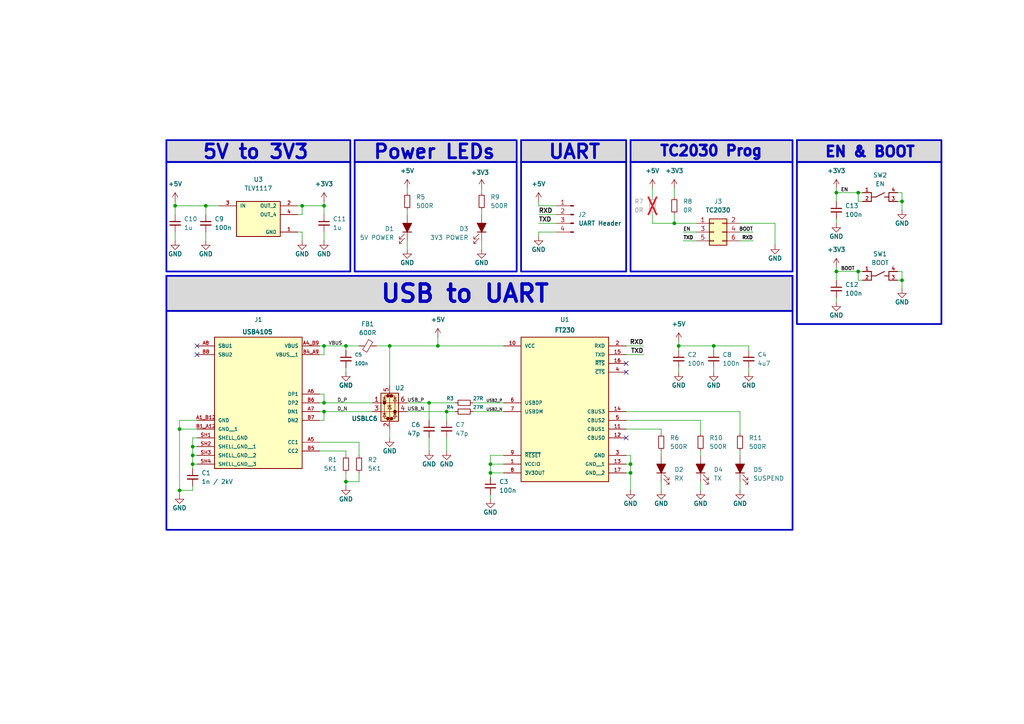
<source format=kicad_sch>
(kicad_sch
	(version 20231120)
	(generator "eeschema")
	(generator_version "8.0")
	(uuid "317ac420-56fa-4a37-8328-d5908d04756b")
	(paper "A4")
	(title_block
		(title "USB2UART programmer")
		(date "2024-12-24")
		(rev "v1.0")
		(comment 1 "Used for UART programming.")
		(comment 2 "Can be used to power the device.")
		(comment 3 "Output power 5V@1.5A (MAX 7.5W)")
	)
	(lib_symbols
		(symbol "Connector:Conn_01x04_Pin"
			(pin_names
				(offset 1.016) hide)
			(exclude_from_sim no)
			(in_bom yes)
			(on_board yes)
			(property "Reference" "J"
				(at 0 5.08 0)
				(effects
					(font
						(size 1.27 1.27)
					)
				)
			)
			(property "Value" "Conn_01x04_Pin"
				(at 0 -7.62 0)
				(effects
					(font
						(size 1.27 1.27)
					)
				)
			)
			(property "Footprint" ""
				(at 0 0 0)
				(effects
					(font
						(size 1.27 1.27)
					)
					(hide yes)
				)
			)
			(property "Datasheet" "~"
				(at 0 0 0)
				(effects
					(font
						(size 1.27 1.27)
					)
					(hide yes)
				)
			)
			(property "Description" "Generic connector, single row, 01x04, script generated"
				(at 0 0 0)
				(effects
					(font
						(size 1.27 1.27)
					)
					(hide yes)
				)
			)
			(property "ki_locked" ""
				(at 0 0 0)
				(effects
					(font
						(size 1.27 1.27)
					)
				)
			)
			(property "ki_keywords" "connector"
				(at 0 0 0)
				(effects
					(font
						(size 1.27 1.27)
					)
					(hide yes)
				)
			)
			(property "ki_fp_filters" "Connector*:*_1x??_*"
				(at 0 0 0)
				(effects
					(font
						(size 1.27 1.27)
					)
					(hide yes)
				)
			)
			(symbol "Conn_01x04_Pin_1_1"
				(polyline
					(pts
						(xy 1.27 -5.08) (xy 0.8636 -5.08)
					)
					(stroke
						(width 0.1524)
						(type default)
					)
					(fill
						(type none)
					)
				)
				(polyline
					(pts
						(xy 1.27 -2.54) (xy 0.8636 -2.54)
					)
					(stroke
						(width 0.1524)
						(type default)
					)
					(fill
						(type none)
					)
				)
				(polyline
					(pts
						(xy 1.27 0) (xy 0.8636 0)
					)
					(stroke
						(width 0.1524)
						(type default)
					)
					(fill
						(type none)
					)
				)
				(polyline
					(pts
						(xy 1.27 2.54) (xy 0.8636 2.54)
					)
					(stroke
						(width 0.1524)
						(type default)
					)
					(fill
						(type none)
					)
				)
				(rectangle
					(start 0.8636 -4.953)
					(end 0 -5.207)
					(stroke
						(width 0.1524)
						(type default)
					)
					(fill
						(type outline)
					)
				)
				(rectangle
					(start 0.8636 -2.413)
					(end 0 -2.667)
					(stroke
						(width 0.1524)
						(type default)
					)
					(fill
						(type outline)
					)
				)
				(rectangle
					(start 0.8636 0.127)
					(end 0 -0.127)
					(stroke
						(width 0.1524)
						(type default)
					)
					(fill
						(type outline)
					)
				)
				(rectangle
					(start 0.8636 2.667)
					(end 0 2.413)
					(stroke
						(width 0.1524)
						(type default)
					)
					(fill
						(type outline)
					)
				)
				(pin passive line
					(at 5.08 2.54 180)
					(length 3.81)
					(name "Pin_1"
						(effects
							(font
								(size 1.27 1.27)
							)
						)
					)
					(number "1"
						(effects
							(font
								(size 1.27 1.27)
							)
						)
					)
				)
				(pin passive line
					(at 5.08 0 180)
					(length 3.81)
					(name "Pin_2"
						(effects
							(font
								(size 1.27 1.27)
							)
						)
					)
					(number "2"
						(effects
							(font
								(size 1.27 1.27)
							)
						)
					)
				)
				(pin passive line
					(at 5.08 -2.54 180)
					(length 3.81)
					(name "Pin_3"
						(effects
							(font
								(size 1.27 1.27)
							)
						)
					)
					(number "3"
						(effects
							(font
								(size 1.27 1.27)
							)
						)
					)
				)
				(pin passive line
					(at 5.08 -5.08 180)
					(length 3.81)
					(name "Pin_4"
						(effects
							(font
								(size 1.27 1.27)
							)
						)
					)
					(number "4"
						(effects
							(font
								(size 1.27 1.27)
							)
						)
					)
				)
			)
		)
		(symbol "Connector_Generic:Conn_02x03_Odd_Even"
			(pin_names
				(offset 1.016) hide)
			(exclude_from_sim no)
			(in_bom yes)
			(on_board yes)
			(property "Reference" "J"
				(at 1.27 5.08 0)
				(effects
					(font
						(size 1.27 1.27)
					)
				)
			)
			(property "Value" "Conn_02x03_Odd_Even"
				(at 1.27 -5.08 0)
				(effects
					(font
						(size 1.27 1.27)
					)
				)
			)
			(property "Footprint" ""
				(at 0 0 0)
				(effects
					(font
						(size 1.27 1.27)
					)
					(hide yes)
				)
			)
			(property "Datasheet" "~"
				(at 0 0 0)
				(effects
					(font
						(size 1.27 1.27)
					)
					(hide yes)
				)
			)
			(property "Description" "Generic connector, double row, 02x03, odd/even pin numbering scheme (row 1 odd numbers, row 2 even numbers), script generated (kicad-library-utils/schlib/autogen/connector/)"
				(at 0 0 0)
				(effects
					(font
						(size 1.27 1.27)
					)
					(hide yes)
				)
			)
			(property "ki_keywords" "connector"
				(at 0 0 0)
				(effects
					(font
						(size 1.27 1.27)
					)
					(hide yes)
				)
			)
			(property "ki_fp_filters" "Connector*:*_2x??_*"
				(at 0 0 0)
				(effects
					(font
						(size 1.27 1.27)
					)
					(hide yes)
				)
			)
			(symbol "Conn_02x03_Odd_Even_1_1"
				(rectangle
					(start -1.27 -2.413)
					(end 0 -2.667)
					(stroke
						(width 0.1524)
						(type default)
					)
					(fill
						(type none)
					)
				)
				(rectangle
					(start -1.27 0.127)
					(end 0 -0.127)
					(stroke
						(width 0.1524)
						(type default)
					)
					(fill
						(type none)
					)
				)
				(rectangle
					(start -1.27 2.667)
					(end 0 2.413)
					(stroke
						(width 0.1524)
						(type default)
					)
					(fill
						(type none)
					)
				)
				(rectangle
					(start -1.27 3.81)
					(end 3.81 -3.81)
					(stroke
						(width 0.254)
						(type default)
					)
					(fill
						(type background)
					)
				)
				(rectangle
					(start 3.81 -2.413)
					(end 2.54 -2.667)
					(stroke
						(width 0.1524)
						(type default)
					)
					(fill
						(type none)
					)
				)
				(rectangle
					(start 3.81 0.127)
					(end 2.54 -0.127)
					(stroke
						(width 0.1524)
						(type default)
					)
					(fill
						(type none)
					)
				)
				(rectangle
					(start 3.81 2.667)
					(end 2.54 2.413)
					(stroke
						(width 0.1524)
						(type default)
					)
					(fill
						(type none)
					)
				)
				(pin passive line
					(at -5.08 2.54 0)
					(length 3.81)
					(name "Pin_1"
						(effects
							(font
								(size 1.27 1.27)
							)
						)
					)
					(number "1"
						(effects
							(font
								(size 1.27 1.27)
							)
						)
					)
				)
				(pin passive line
					(at 7.62 2.54 180)
					(length 3.81)
					(name "Pin_2"
						(effects
							(font
								(size 1.27 1.27)
							)
						)
					)
					(number "2"
						(effects
							(font
								(size 1.27 1.27)
							)
						)
					)
				)
				(pin passive line
					(at -5.08 0 0)
					(length 3.81)
					(name "Pin_3"
						(effects
							(font
								(size 1.27 1.27)
							)
						)
					)
					(number "3"
						(effects
							(font
								(size 1.27 1.27)
							)
						)
					)
				)
				(pin passive line
					(at 7.62 0 180)
					(length 3.81)
					(name "Pin_4"
						(effects
							(font
								(size 1.27 1.27)
							)
						)
					)
					(number "4"
						(effects
							(font
								(size 1.27 1.27)
							)
						)
					)
				)
				(pin passive line
					(at -5.08 -2.54 0)
					(length 3.81)
					(name "Pin_5"
						(effects
							(font
								(size 1.27 1.27)
							)
						)
					)
					(number "5"
						(effects
							(font
								(size 1.27 1.27)
							)
						)
					)
				)
				(pin passive line
					(at 7.62 -2.54 180)
					(length 3.81)
					(name "Pin_6"
						(effects
							(font
								(size 1.27 1.27)
							)
						)
					)
					(number "6"
						(effects
							(font
								(size 1.27 1.27)
							)
						)
					)
				)
			)
		)
		(symbol "Device:C_Small"
			(pin_numbers hide)
			(pin_names
				(offset 0.254) hide)
			(exclude_from_sim no)
			(in_bom yes)
			(on_board yes)
			(property "Reference" "C"
				(at 0.254 1.778 0)
				(effects
					(font
						(size 1.27 1.27)
					)
					(justify left)
				)
			)
			(property "Value" "C_Small"
				(at 0.254 -2.032 0)
				(effects
					(font
						(size 1.27 1.27)
					)
					(justify left)
				)
			)
			(property "Footprint" ""
				(at 0 0 0)
				(effects
					(font
						(size 1.27 1.27)
					)
					(hide yes)
				)
			)
			(property "Datasheet" "~"
				(at 0 0 0)
				(effects
					(font
						(size 1.27 1.27)
					)
					(hide yes)
				)
			)
			(property "Description" "Unpolarized capacitor, small symbol"
				(at 0 0 0)
				(effects
					(font
						(size 1.27 1.27)
					)
					(hide yes)
				)
			)
			(property "ki_keywords" "capacitor cap"
				(at 0 0 0)
				(effects
					(font
						(size 1.27 1.27)
					)
					(hide yes)
				)
			)
			(property "ki_fp_filters" "C_*"
				(at 0 0 0)
				(effects
					(font
						(size 1.27 1.27)
					)
					(hide yes)
				)
			)
			(symbol "C_Small_0_1"
				(polyline
					(pts
						(xy -1.524 -0.508) (xy 1.524 -0.508)
					)
					(stroke
						(width 0.3302)
						(type default)
					)
					(fill
						(type none)
					)
				)
				(polyline
					(pts
						(xy -1.524 0.508) (xy 1.524 0.508)
					)
					(stroke
						(width 0.3048)
						(type default)
					)
					(fill
						(type none)
					)
				)
			)
			(symbol "C_Small_1_1"
				(pin passive line
					(at 0 2.54 270)
					(length 2.032)
					(name "~"
						(effects
							(font
								(size 1.27 1.27)
							)
						)
					)
					(number "1"
						(effects
							(font
								(size 1.27 1.27)
							)
						)
					)
				)
				(pin passive line
					(at 0 -2.54 90)
					(length 2.032)
					(name "~"
						(effects
							(font
								(size 1.27 1.27)
							)
						)
					)
					(number "2"
						(effects
							(font
								(size 1.27 1.27)
							)
						)
					)
				)
			)
		)
		(symbol "Device:FerriteBead_Small"
			(pin_numbers hide)
			(pin_names
				(offset 0)
			)
			(exclude_from_sim no)
			(in_bom yes)
			(on_board yes)
			(property "Reference" "FB"
				(at 1.905 1.27 0)
				(effects
					(font
						(size 1.27 1.27)
					)
					(justify left)
				)
			)
			(property "Value" "FerriteBead_Small"
				(at 1.905 -1.27 0)
				(effects
					(font
						(size 1.27 1.27)
					)
					(justify left)
				)
			)
			(property "Footprint" ""
				(at -1.778 0 90)
				(effects
					(font
						(size 1.27 1.27)
					)
					(hide yes)
				)
			)
			(property "Datasheet" "~"
				(at 0 0 0)
				(effects
					(font
						(size 1.27 1.27)
					)
					(hide yes)
				)
			)
			(property "Description" "Ferrite bead, small symbol"
				(at 0 0 0)
				(effects
					(font
						(size 1.27 1.27)
					)
					(hide yes)
				)
			)
			(property "ki_keywords" "L ferrite bead inductor filter"
				(at 0 0 0)
				(effects
					(font
						(size 1.27 1.27)
					)
					(hide yes)
				)
			)
			(property "ki_fp_filters" "Inductor_* L_* *Ferrite*"
				(at 0 0 0)
				(effects
					(font
						(size 1.27 1.27)
					)
					(hide yes)
				)
			)
			(symbol "FerriteBead_Small_0_1"
				(polyline
					(pts
						(xy 0 -1.27) (xy 0 -0.7874)
					)
					(stroke
						(width 0)
						(type default)
					)
					(fill
						(type none)
					)
				)
				(polyline
					(pts
						(xy 0 0.889) (xy 0 1.2954)
					)
					(stroke
						(width 0)
						(type default)
					)
					(fill
						(type none)
					)
				)
				(polyline
					(pts
						(xy -1.8288 0.2794) (xy -1.1176 1.4986) (xy 1.8288 -0.2032) (xy 1.1176 -1.4224) (xy -1.8288 0.2794)
					)
					(stroke
						(width 0)
						(type default)
					)
					(fill
						(type none)
					)
				)
			)
			(symbol "FerriteBead_Small_1_1"
				(pin passive line
					(at 0 2.54 270)
					(length 1.27)
					(name "~"
						(effects
							(font
								(size 1.27 1.27)
							)
						)
					)
					(number "1"
						(effects
							(font
								(size 1.27 1.27)
							)
						)
					)
				)
				(pin passive line
					(at 0 -2.54 90)
					(length 1.27)
					(name "~"
						(effects
							(font
								(size 1.27 1.27)
							)
						)
					)
					(number "2"
						(effects
							(font
								(size 1.27 1.27)
							)
						)
					)
				)
			)
		)
		(symbol "Device:LED_Filled"
			(pin_numbers hide)
			(pin_names
				(offset 1.016) hide)
			(exclude_from_sim no)
			(in_bom yes)
			(on_board yes)
			(property "Reference" "D"
				(at 0 2.54 0)
				(effects
					(font
						(size 1.27 1.27)
					)
				)
			)
			(property "Value" "LED_Filled"
				(at 0 -2.54 0)
				(effects
					(font
						(size 1.27 1.27)
					)
				)
			)
			(property "Footprint" ""
				(at 0 0 0)
				(effects
					(font
						(size 1.27 1.27)
					)
					(hide yes)
				)
			)
			(property "Datasheet" "~"
				(at 0 0 0)
				(effects
					(font
						(size 1.27 1.27)
					)
					(hide yes)
				)
			)
			(property "Description" "Light emitting diode, filled shape"
				(at 0 0 0)
				(effects
					(font
						(size 1.27 1.27)
					)
					(hide yes)
				)
			)
			(property "ki_keywords" "LED diode"
				(at 0 0 0)
				(effects
					(font
						(size 1.27 1.27)
					)
					(hide yes)
				)
			)
			(property "ki_fp_filters" "LED* LED_SMD:* LED_THT:*"
				(at 0 0 0)
				(effects
					(font
						(size 1.27 1.27)
					)
					(hide yes)
				)
			)
			(symbol "LED_Filled_0_1"
				(polyline
					(pts
						(xy -1.27 -1.27) (xy -1.27 1.27)
					)
					(stroke
						(width 0.254)
						(type default)
					)
					(fill
						(type none)
					)
				)
				(polyline
					(pts
						(xy -1.27 0) (xy 1.27 0)
					)
					(stroke
						(width 0)
						(type default)
					)
					(fill
						(type none)
					)
				)
				(polyline
					(pts
						(xy 1.27 -1.27) (xy 1.27 1.27) (xy -1.27 0) (xy 1.27 -1.27)
					)
					(stroke
						(width 0.254)
						(type default)
					)
					(fill
						(type outline)
					)
				)
				(polyline
					(pts
						(xy -3.048 -0.762) (xy -4.572 -2.286) (xy -3.81 -2.286) (xy -4.572 -2.286) (xy -4.572 -1.524)
					)
					(stroke
						(width 0)
						(type default)
					)
					(fill
						(type none)
					)
				)
				(polyline
					(pts
						(xy -1.778 -0.762) (xy -3.302 -2.286) (xy -2.54 -2.286) (xy -3.302 -2.286) (xy -3.302 -1.524)
					)
					(stroke
						(width 0)
						(type default)
					)
					(fill
						(type none)
					)
				)
			)
			(symbol "LED_Filled_1_1"
				(pin passive line
					(at -3.81 0 0)
					(length 2.54)
					(name "K"
						(effects
							(font
								(size 1.27 1.27)
							)
						)
					)
					(number "1"
						(effects
							(font
								(size 1.27 1.27)
							)
						)
					)
				)
				(pin passive line
					(at 3.81 0 180)
					(length 2.54)
					(name "A"
						(effects
							(font
								(size 1.27 1.27)
							)
						)
					)
					(number "2"
						(effects
							(font
								(size 1.27 1.27)
							)
						)
					)
				)
			)
		)
		(symbol "Device:R_Small"
			(pin_numbers hide)
			(pin_names
				(offset 0.254) hide)
			(exclude_from_sim no)
			(in_bom yes)
			(on_board yes)
			(property "Reference" "R"
				(at 0.762 0.508 0)
				(effects
					(font
						(size 1.27 1.27)
					)
					(justify left)
				)
			)
			(property "Value" "R_Small"
				(at 0.762 -1.016 0)
				(effects
					(font
						(size 1.27 1.27)
					)
					(justify left)
				)
			)
			(property "Footprint" ""
				(at 0 0 0)
				(effects
					(font
						(size 1.27 1.27)
					)
					(hide yes)
				)
			)
			(property "Datasheet" "~"
				(at 0 0 0)
				(effects
					(font
						(size 1.27 1.27)
					)
					(hide yes)
				)
			)
			(property "Description" "Resistor, small symbol"
				(at 0 0 0)
				(effects
					(font
						(size 1.27 1.27)
					)
					(hide yes)
				)
			)
			(property "ki_keywords" "R resistor"
				(at 0 0 0)
				(effects
					(font
						(size 1.27 1.27)
					)
					(hide yes)
				)
			)
			(property "ki_fp_filters" "R_*"
				(at 0 0 0)
				(effects
					(font
						(size 1.27 1.27)
					)
					(hide yes)
				)
			)
			(symbol "R_Small_0_1"
				(rectangle
					(start -0.762 1.778)
					(end 0.762 -1.778)
					(stroke
						(width 0.2032)
						(type default)
					)
					(fill
						(type none)
					)
				)
			)
			(symbol "R_Small_1_1"
				(pin passive line
					(at 0 2.54 270)
					(length 0.762)
					(name "~"
						(effects
							(font
								(size 1.27 1.27)
							)
						)
					)
					(number "1"
						(effects
							(font
								(size 1.27 1.27)
							)
						)
					)
				)
				(pin passive line
					(at 0 -2.54 90)
					(length 0.762)
					(name "~"
						(effects
							(font
								(size 1.27 1.27)
							)
						)
					)
					(number "2"
						(effects
							(font
								(size 1.27 1.27)
							)
						)
					)
				)
			)
		)
		(symbol "Power_Protection:USBLC6-2P6"
			(pin_names hide)
			(exclude_from_sim no)
			(in_bom yes)
			(on_board yes)
			(property "Reference" "U"
				(at 0.635 5.715 0)
				(effects
					(font
						(size 1.27 1.27)
					)
					(justify left)
				)
			)
			(property "Value" "USBLC6-2P6"
				(at 0.635 3.81 0)
				(effects
					(font
						(size 1.27 1.27)
					)
					(justify left)
				)
			)
			(property "Footprint" "Package_TO_SOT_SMD:SOT-666"
				(at 1.016 -6.731 0)
				(effects
					(font
						(size 1.27 1.27)
						(italic yes)
					)
					(justify left)
					(hide yes)
				)
			)
			(property "Datasheet" "https://www.st.com/resource/en/datasheet/usblc6-2.pdf"
				(at 1.016 -8.636 0)
				(effects
					(font
						(size 1.27 1.27)
					)
					(justify left)
					(hide yes)
				)
			)
			(property "Description" "Very low capacitance ESD protection diode, 2 data-line, SOT-666"
				(at 0 0 0)
				(effects
					(font
						(size 1.27 1.27)
					)
					(hide yes)
				)
			)
			(property "ki_keywords" "usb ethernet video"
				(at 0 0 0)
				(effects
					(font
						(size 1.27 1.27)
					)
					(hide yes)
				)
			)
			(property "ki_fp_filters" "SOT?666*"
				(at 0 0 0)
				(effects
					(font
						(size 1.27 1.27)
					)
					(hide yes)
				)
			)
			(symbol "USBLC6-2P6_0_0"
				(circle
					(center -1.524 0)
					(radius 0.0001)
					(stroke
						(width 0.508)
						(type default)
					)
					(fill
						(type none)
					)
				)
				(circle
					(center -0.508 -4.572)
					(radius 0.0001)
					(stroke
						(width 0.508)
						(type default)
					)
					(fill
						(type none)
					)
				)
				(circle
					(center -0.508 2.032)
					(radius 0.0001)
					(stroke
						(width 0.508)
						(type default)
					)
					(fill
						(type none)
					)
				)
				(circle
					(center 0.508 -4.572)
					(radius 0.0001)
					(stroke
						(width 0.508)
						(type default)
					)
					(fill
						(type none)
					)
				)
				(circle
					(center 0.508 2.032)
					(radius 0.0001)
					(stroke
						(width 0.508)
						(type default)
					)
					(fill
						(type none)
					)
				)
				(circle
					(center 1.524 -2.54)
					(radius 0.0001)
					(stroke
						(width 0.508)
						(type default)
					)
					(fill
						(type none)
					)
				)
			)
			(symbol "USBLC6-2P6_0_1"
				(polyline
					(pts
						(xy -2.54 -2.54) (xy 2.54 -2.54)
					)
					(stroke
						(width 0)
						(type default)
					)
					(fill
						(type none)
					)
				)
				(polyline
					(pts
						(xy -2.54 0) (xy 2.54 0)
					)
					(stroke
						(width 0)
						(type default)
					)
					(fill
						(type none)
					)
				)
				(polyline
					(pts
						(xy -2.032 -3.048) (xy -1.016 -3.048)
					)
					(stroke
						(width 0)
						(type default)
					)
					(fill
						(type none)
					)
				)
				(polyline
					(pts
						(xy -1.016 1.524) (xy -2.032 1.524)
					)
					(stroke
						(width 0)
						(type default)
					)
					(fill
						(type none)
					)
				)
				(polyline
					(pts
						(xy 1.016 -3.048) (xy 2.032 -3.048)
					)
					(stroke
						(width 0)
						(type default)
					)
					(fill
						(type none)
					)
				)
				(polyline
					(pts
						(xy 1.016 1.524) (xy 2.032 1.524)
					)
					(stroke
						(width 0)
						(type default)
					)
					(fill
						(type none)
					)
				)
				(polyline
					(pts
						(xy -0.508 -1.143) (xy -0.508 -0.762) (xy 0.508 -0.762)
					)
					(stroke
						(width 0)
						(type default)
					)
					(fill
						(type none)
					)
				)
				(polyline
					(pts
						(xy -2.032 0.508) (xy -1.016 0.508) (xy -1.524 1.524) (xy -2.032 0.508)
					)
					(stroke
						(width 0)
						(type default)
					)
					(fill
						(type none)
					)
				)
				(polyline
					(pts
						(xy -1.016 -4.064) (xy -2.032 -4.064) (xy -1.524 -3.048) (xy -1.016 -4.064)
					)
					(stroke
						(width 0)
						(type default)
					)
					(fill
						(type none)
					)
				)
				(polyline
					(pts
						(xy 0.508 -1.778) (xy -0.508 -1.778) (xy 0 -0.762) (xy 0.508 -1.778)
					)
					(stroke
						(width 0)
						(type default)
					)
					(fill
						(type none)
					)
				)
				(polyline
					(pts
						(xy 2.032 -4.064) (xy 1.016 -4.064) (xy 1.524 -3.048) (xy 2.032 -4.064)
					)
					(stroke
						(width 0)
						(type default)
					)
					(fill
						(type none)
					)
				)
				(polyline
					(pts
						(xy 2.032 0.508) (xy 1.016 0.508) (xy 1.524 1.524) (xy 2.032 0.508)
					)
					(stroke
						(width 0)
						(type default)
					)
					(fill
						(type none)
					)
				)
				(polyline
					(pts
						(xy 0 2.54) (xy -0.508 2.032) (xy 0.508 2.032) (xy 0 1.524) (xy 0 -4.064) (xy -0.508 -4.572) (xy 0.508 -4.572)
						(xy 0 -5.08)
					)
					(stroke
						(width 0)
						(type default)
					)
					(fill
						(type none)
					)
				)
			)
			(symbol "USBLC6-2P6_1_1"
				(rectangle
					(start -2.54 2.794)
					(end 2.54 -5.334)
					(stroke
						(width 0.254)
						(type default)
					)
					(fill
						(type background)
					)
				)
				(polyline
					(pts
						(xy -0.508 2.032) (xy -1.524 2.032) (xy -1.524 -4.572) (xy -0.508 -4.572)
					)
					(stroke
						(width 0)
						(type default)
					)
					(fill
						(type none)
					)
				)
				(polyline
					(pts
						(xy 0.508 -4.572) (xy 1.524 -4.572) (xy 1.524 2.032) (xy 0.508 2.032)
					)
					(stroke
						(width 0)
						(type default)
					)
					(fill
						(type none)
					)
				)
				(pin passive line
					(at -5.08 0 0)
					(length 2.54)
					(name "I/O1"
						(effects
							(font
								(size 1.27 1.27)
							)
						)
					)
					(number "1"
						(effects
							(font
								(size 1.27 1.27)
							)
						)
					)
				)
				(pin passive line
					(at 0 -7.62 90)
					(length 2.54)
					(name "GND"
						(effects
							(font
								(size 1.27 1.27)
							)
						)
					)
					(number "2"
						(effects
							(font
								(size 1.27 1.27)
							)
						)
					)
				)
				(pin passive line
					(at -5.08 -2.54 0)
					(length 2.54)
					(name "I/O2"
						(effects
							(font
								(size 1.27 1.27)
							)
						)
					)
					(number "3"
						(effects
							(font
								(size 1.27 1.27)
							)
						)
					)
				)
				(pin passive line
					(at 5.08 -2.54 180)
					(length 2.54)
					(name "I/O2"
						(effects
							(font
								(size 1.27 1.27)
							)
						)
					)
					(number "4"
						(effects
							(font
								(size 1.27 1.27)
							)
						)
					)
				)
				(pin passive line
					(at 0 5.08 270)
					(length 2.54)
					(name "VBUS"
						(effects
							(font
								(size 1.27 1.27)
							)
						)
					)
					(number "5"
						(effects
							(font
								(size 1.27 1.27)
							)
						)
					)
				)
				(pin passive line
					(at 5.08 0 180)
					(length 2.54)
					(name "I/O1"
						(effects
							(font
								(size 1.27 1.27)
							)
						)
					)
					(number "6"
						(effects
							(font
								(size 1.27 1.27)
							)
						)
					)
				)
			)
		)
		(symbol "USB2UART:FT230XQ-R"
			(pin_names
				(offset 1.016)
			)
			(exclude_from_sim no)
			(in_bom yes)
			(on_board yes)
			(property "Reference" "U"
				(at -12.7255 21.6333 0)
				(effects
					(font
						(size 1.27 1.27)
					)
					(justify left bottom)
				)
			)
			(property "Value" "FT230"
				(at -12.7 -23.622 0)
				(effects
					(font
						(size 1.27 1.27)
					)
					(justify left bottom)
				)
			)
			(property "Footprint" "USB2UART:FT230XQ-QFN65P"
				(at -1.27 26.416 0)
				(effects
					(font
						(size 1.27 1.27)
					)
					(justify bottom)
					(hide yes)
				)
			)
			(property "Datasheet" "https://ftdichip.com/wp-content/uploads/2021/10/DS_FT230X.pdf"
				(at -0.508 28.702 0)
				(effects
					(font
						(size 1.27 1.27)
					)
					(hide yes)
				)
			)
			(property "Description" "USB Bridge, USB to UART USB 2.0 UART Interface 16-QFN (4x4)"
				(at -0.508 28.702 0)
				(effects
					(font
						(size 1.27 1.27)
					)
					(hide yes)
				)
			)
			(property "Digikey stock" "39,907 - 23/12/2024"
				(at 0 0 0)
				(effects
					(font
						(size 1.27 1.27)
					)
					(hide yes)
				)
			)
			(property "MPN" "FT230XQ-R"
				(at 0 0 0)
				(effects
					(font
						(size 1.27 1.27)
					)
					(hide yes)
				)
			)
			(symbol "FT230XQ-R_0_0"
				(rectangle
					(start -12.7 20.32)
					(end 12.7 -21.59)
					(stroke
						(width 0.254)
						(type default)
					)
					(fill
						(type background)
					)
				)
				(pin power_in line
					(at -17.78 -16.51 0)
					(length 5.08)
					(name "VCCIO"
						(effects
							(font
								(size 1.016 1.016)
							)
						)
					)
					(number "1"
						(effects
							(font
								(size 1.016 1.016)
							)
						)
					)
				)
				(pin power_in line
					(at -17.78 17.78 0)
					(length 5.08)
					(name "VCC"
						(effects
							(font
								(size 1.016 1.016)
							)
						)
					)
					(number "10"
						(effects
							(font
								(size 1.016 1.016)
							)
						)
					)
				)
				(pin bidirectional line
					(at 17.78 -6.35 180)
					(length 5.08)
					(name "CBUS1"
						(effects
							(font
								(size 1.016 1.016)
							)
						)
					)
					(number "11"
						(effects
							(font
								(size 1.016 1.016)
							)
						)
					)
				)
				(pin bidirectional line
					(at 17.78 -8.89 180)
					(length 5.08)
					(name "CBUS0"
						(effects
							(font
								(size 1.016 1.016)
							)
						)
					)
					(number "12"
						(effects
							(font
								(size 1.016 1.016)
							)
						)
					)
				)
				(pin power_in line
					(at 17.78 -16.51 180)
					(length 5.08)
					(name "GND__1"
						(effects
							(font
								(size 1.016 1.016)
							)
						)
					)
					(number "13"
						(effects
							(font
								(size 1.016 1.016)
							)
						)
					)
				)
				(pin bidirectional line
					(at 17.78 -1.27 180)
					(length 5.08)
					(name "CBUS3"
						(effects
							(font
								(size 1.016 1.016)
							)
						)
					)
					(number "14"
						(effects
							(font
								(size 1.016 1.016)
							)
						)
					)
				)
				(pin output line
					(at 17.78 15.24 180)
					(length 5.08)
					(name "TXD"
						(effects
							(font
								(size 1.016 1.016)
							)
						)
					)
					(number "15"
						(effects
							(font
								(size 1.016 1.016)
							)
						)
					)
				)
				(pin output line
					(at 17.78 12.7 180)
					(length 5.08)
					(name "~{RTS}"
						(effects
							(font
								(size 1.016 1.016)
							)
						)
					)
					(number "16"
						(effects
							(font
								(size 1.016 1.016)
							)
						)
					)
				)
				(pin power_in line
					(at 17.78 -19.05 180)
					(length 5.08)
					(name "GND__2"
						(effects
							(font
								(size 1.016 1.016)
							)
						)
					)
					(number "17"
						(effects
							(font
								(size 1.016 1.016)
							)
						)
					)
				)
				(pin input line
					(at 17.78 17.78 180)
					(length 5.08)
					(name "RXD"
						(effects
							(font
								(size 1.016 1.016)
							)
						)
					)
					(number "2"
						(effects
							(font
								(size 1.016 1.016)
							)
						)
					)
				)
				(pin power_in line
					(at 17.78 -13.97 180)
					(length 5.08)
					(name "GND"
						(effects
							(font
								(size 1.016 1.016)
							)
						)
					)
					(number "3"
						(effects
							(font
								(size 1.016 1.016)
							)
						)
					)
				)
				(pin input line
					(at 17.78 10.16 180)
					(length 5.08)
					(name "~{CTS}"
						(effects
							(font
								(size 1.016 1.016)
							)
						)
					)
					(number "4"
						(effects
							(font
								(size 1.016 1.016)
							)
						)
					)
				)
				(pin bidirectional line
					(at 17.78 -3.81 180)
					(length 5.08)
					(name "CBUS2"
						(effects
							(font
								(size 1.016 1.016)
							)
						)
					)
					(number "5"
						(effects
							(font
								(size 1.016 1.016)
							)
						)
					)
				)
				(pin input line
					(at -17.78 1.27 0)
					(length 5.08)
					(name "USBDP"
						(effects
							(font
								(size 1.016 1.016)
							)
						)
					)
					(number "6"
						(effects
							(font
								(size 1.016 1.016)
							)
						)
					)
				)
				(pin input line
					(at -17.78 -1.27 0)
					(length 5.08)
					(name "USBDM"
						(effects
							(font
								(size 1.016 1.016)
							)
						)
					)
					(number "7"
						(effects
							(font
								(size 1.016 1.016)
							)
						)
					)
				)
				(pin output line
					(at -17.78 -19.05 0)
					(length 5.08)
					(name "3V3OUT"
						(effects
							(font
								(size 1.016 1.016)
							)
						)
					)
					(number "8"
						(effects
							(font
								(size 1.016 1.016)
							)
						)
					)
				)
				(pin input line
					(at -17.78 -13.97 0)
					(length 5.08)
					(name "~{RESET}"
						(effects
							(font
								(size 1.016 1.016)
							)
						)
					)
					(number "9"
						(effects
							(font
								(size 1.016 1.016)
							)
						)
					)
				)
			)
		)
		(symbol "USB2UART:PTS810_SJM_250_SMTR_LFS"
			(pin_names
				(offset 1.016)
			)
			(exclude_from_sim no)
			(in_bom yes)
			(on_board yes)
			(property "Reference" "SW?"
				(at -1.778 2.286 0)
				(effects
					(font
						(size 1.27 1.27)
					)
					(justify left bottom)
				)
			)
			(property "Value" ""
				(at -5.08 -6.35 0)
				(effects
					(font
						(size 1.27 1.27)
					)
					(justify left bottom)
				)
			)
			(property "Footprint" "USB2UART:SW_PTS810_SJM_250_SMTR_LFS"
				(at 0 0 0)
				(effects
					(font
						(size 1.27 1.27)
					)
					(justify bottom)
					(hide yes)
				)
			)
			(property "Datasheet" "https://www.ckswitches.com/media/2728/pts815.pdf"
				(at 0 0 0)
				(effects
					(font
						(size 1.27 1.27)
					)
					(hide yes)
				)
			)
			(property "Description" "Tactile Switch SPST-NO Top Actuated Surface Mount"
				(at 0 0 0)
				(effects
					(font
						(size 1.27 1.27)
					)
					(hide yes)
				)
			)
			(property "Digikey stock" "15,811 - 23/12/2024"
				(at 0 0 0)
				(effects
					(font
						(size 1.27 1.27)
					)
					(hide yes)
				)
			)
			(property "MPN" "PTS815SJM250SMTRLFS"
				(at 0 0 0)
				(effects
					(font
						(size 1.27 1.27)
					)
					(hide yes)
				)
			)
			(symbol "PTS810_SJM_250_SMTR_LFS_0_0"
				(polyline
					(pts
						(xy -2.54 -2.54) (xy -5.08 -2.54)
					)
					(stroke
						(width 0.254)
						(type default)
					)
					(fill
						(type none)
					)
				)
				(polyline
					(pts
						(xy -2.54 -1.27) (xy -2.54 -2.54)
					)
					(stroke
						(width 0.254)
						(type default)
					)
					(fill
						(type none)
					)
				)
				(polyline
					(pts
						(xy -2.54 -1.27) (xy -1.27 -1.27)
					)
					(stroke
						(width 0.254)
						(type default)
					)
					(fill
						(type none)
					)
				)
				(polyline
					(pts
						(xy -2.54 0) (xy -5.08 0)
					)
					(stroke
						(width 0.254)
						(type default)
					)
					(fill
						(type none)
					)
				)
				(polyline
					(pts
						(xy -2.54 0) (xy -2.54 -1.27)
					)
					(stroke
						(width 0.254)
						(type default)
					)
					(fill
						(type none)
					)
				)
				(polyline
					(pts
						(xy -1.27 -1.27) (xy 1.27 0)
					)
					(stroke
						(width 0.254)
						(type default)
					)
					(fill
						(type none)
					)
				)
				(polyline
					(pts
						(xy 1.27 -1.27) (xy 2.54 -1.27)
					)
					(stroke
						(width 0.254)
						(type default)
					)
					(fill
						(type none)
					)
				)
				(polyline
					(pts
						(xy 2.54 -2.54) (xy 5.08 -2.54)
					)
					(stroke
						(width 0.254)
						(type default)
					)
					(fill
						(type none)
					)
				)
				(polyline
					(pts
						(xy 2.54 -1.27) (xy 2.54 -2.54)
					)
					(stroke
						(width 0.254)
						(type default)
					)
					(fill
						(type none)
					)
				)
				(polyline
					(pts
						(xy 2.54 0) (xy 2.54 -1.27)
					)
					(stroke
						(width 0.254)
						(type default)
					)
					(fill
						(type none)
					)
				)
				(polyline
					(pts
						(xy 2.54 0) (xy 5.08 0)
					)
					(stroke
						(width 0.254)
						(type default)
					)
					(fill
						(type none)
					)
				)
				(pin passive line
					(at -5.08 0 0)
					(length 2.54)
					(name "~"
						(effects
							(font
								(size 1.016 1.016)
							)
						)
					)
					(number "1"
						(effects
							(font
								(size 1.016 1.016)
							)
						)
					)
				)
				(pin passive line
					(at -5.08 -2.54 0)
					(length 2.54)
					(name "~"
						(effects
							(font
								(size 1.016 1.016)
							)
						)
					)
					(number "2"
						(effects
							(font
								(size 1.016 1.016)
							)
						)
					)
				)
				(pin passive line
					(at 5.08 -2.54 180)
					(length 2.54)
					(name "~"
						(effects
							(font
								(size 1.016 1.016)
							)
						)
					)
					(number "3"
						(effects
							(font
								(size 1.016 1.016)
							)
						)
					)
				)
				(pin passive line
					(at 5.08 0 180)
					(length 2.54)
					(name "~"
						(effects
							(font
								(size 1.016 1.016)
							)
						)
					)
					(number "4"
						(effects
							(font
								(size 1.016 1.016)
							)
						)
					)
				)
			)
		)
		(symbol "USB2UART:TLV1117LV33DCYR"
			(pin_names
				(offset 1.016)
			)
			(exclude_from_sim no)
			(in_bom yes)
			(on_board yes)
			(property "Reference" "U?"
				(at -6.858 7.366 0)
				(effects
					(font
						(size 1.27 1.27)
					)
					(justify left bottom)
				)
			)
			(property "Value" "TLV1117"
				(at -6.604 -6.858 0)
				(effects
					(font
						(size 1.27 1.27)
					)
					(justify left bottom)
				)
			)
			(property "Footprint" "USB2UART:VREG_TLV1117LV33DCYR"
				(at -6.35 -1.27 0)
				(effects
					(font
						(size 1.27 1.27)
					)
					(justify bottom)
					(hide yes)
				)
			)
			(property "Datasheet" "https://www.ti.com/general/docs/suppproductinfo.tsp?distId=10&gotoUrl=https%3A%2F%2Fwww.ti.com%2Flit%2Fgpn%2Ftlv1117lv"
				(at -6.35 -1.27 0)
				(effects
					(font
						(size 1.27 1.27)
					)
					(hide yes)
				)
			)
			(property "Description" "Linear Voltage Regulator IC Positive Fixed 1 Output 1A SOT-223-4"
				(at -6.35 -1.27 0)
				(effects
					(font
						(size 1.27 1.27)
					)
					(hide yes)
				)
			)
			(property "Digikey stock" "18,033 - 24/12/2024"
				(at -6.35 -1.27 0)
				(effects
					(font
						(size 1.27 1.27)
					)
					(hide yes)
				)
			)
			(property "MPN" "TLV1117LV33DCYR"
				(at -6.35 -1.27 0)
				(effects
					(font
						(size 1.27 1.27)
					)
					(hide yes)
				)
			)
			(symbol "TLV1117LV33DCYR_0_0"
				(rectangle
					(start -6.35 6.35)
					(end 6.35 -3.81)
					(stroke
						(width 0.254)
						(type default)
					)
					(fill
						(type background)
					)
				)
				(pin power_in line
					(at 11.43 -2.54 180)
					(length 5.08)
					(name "GND"
						(effects
							(font
								(size 1.016 1.016)
							)
						)
					)
					(number "1"
						(effects
							(font
								(size 1.016 1.016)
							)
						)
					)
				)
				(pin output line
					(at 11.43 5.08 180)
					(length 5.08)
					(name "OUT_2"
						(effects
							(font
								(size 1.016 1.016)
							)
						)
					)
					(number "2"
						(effects
							(font
								(size 1.016 1.016)
							)
						)
					)
				)
				(pin input line
					(at -11.43 5.08 0)
					(length 5.08)
					(name "IN"
						(effects
							(font
								(size 1.016 1.016)
							)
						)
					)
					(number "3"
						(effects
							(font
								(size 1.016 1.016)
							)
						)
					)
				)
				(pin output line
					(at 11.43 2.54 180)
					(length 5.08)
					(name "OUT_4"
						(effects
							(font
								(size 1.016 1.016)
							)
						)
					)
					(number "4"
						(effects
							(font
								(size 1.016 1.016)
							)
						)
					)
				)
			)
		)
		(symbol "USB2UART:USB4105-GF-A"
			(pin_names
				(offset 1.016)
			)
			(exclude_from_sim no)
			(in_bom yes)
			(on_board yes)
			(property "Reference" "J"
				(at -12.7 14.478 0)
				(effects
					(font
						(size 1.27 1.27)
					)
					(justify left bottom)
				)
			)
			(property "Value" "USB4105"
				(at -13.208 -27.686 0)
				(effects
					(font
						(size 1.27 1.27)
					)
					(justify left bottom)
				)
			)
			(property "Footprint" "USB2UART:USB4105"
				(at 2.032 20.828 0)
				(effects
					(font
						(size 1.27 1.27)
					)
					(justify bottom)
					(hide yes)
				)
			)
			(property "Datasheet" "https://mm.digikey.com/Volume0/opasdata/d220001/medias/docus/5492/USB4105.pdf"
				(at 1.524 21.59 0)
				(effects
					(font
						(size 1.27 1.27)
					)
					(hide yes)
				)
			)
			(property "Description" "USB-C (USB TYPE-C) USB 2.0 Receptacle Connector 24 (16+8 Dummy) Position Surface Mount, Right Angle; Through Hole"
				(at 1.524 21.59 0)
				(effects
					(font
						(size 1.27 1.27)
					)
					(hide yes)
				)
			)
			(property "Digikey stock" "69,965 - 23/12/2024"
				(at -2.54 0 0)
				(effects
					(font
						(size 1.27 1.27)
					)
					(hide yes)
				)
			)
			(property "MPN" "USB4105-GF-A"
				(at -2.54 0 0)
				(effects
					(font
						(size 1.27 1.27)
					)
					(hide yes)
				)
			)
			(symbol "USB4105-GF-A_0_0"
				(rectangle
					(start -12.7 12.7)
					(end 12.7 -25.4)
					(stroke
						(width 0.254)
						(type default)
					)
					(fill
						(type background)
					)
				)
				(pin power_in line
					(at -17.78 -11.43 0)
					(length 5.08)
					(name "GND"
						(effects
							(font
								(size 1.016 1.016)
							)
						)
					)
					(number "A1_B12"
						(effects
							(font
								(size 1.016 1.016)
							)
						)
					)
				)
				(pin power_in line
					(at 17.78 10.16 180)
					(length 5.08)
					(name "VBUS"
						(effects
							(font
								(size 1.016 1.016)
							)
						)
					)
					(number "A4_B9"
						(effects
							(font
								(size 1.016 1.016)
							)
						)
					)
				)
				(pin bidirectional line
					(at 17.78 -17.78 180)
					(length 5.08)
					(name "CC1"
						(effects
							(font
								(size 1.016 1.016)
							)
						)
					)
					(number "A5"
						(effects
							(font
								(size 1.016 1.016)
							)
						)
					)
				)
				(pin bidirectional line
					(at 17.78 -3.81 180)
					(length 5.08)
					(name "DP1"
						(effects
							(font
								(size 1.016 1.016)
							)
						)
					)
					(number "A6"
						(effects
							(font
								(size 1.016 1.016)
							)
						)
					)
				)
				(pin bidirectional line
					(at 17.78 -8.89 180)
					(length 5.08)
					(name "DN1"
						(effects
							(font
								(size 1.016 1.016)
							)
						)
					)
					(number "A7"
						(effects
							(font
								(size 1.016 1.016)
							)
						)
					)
				)
				(pin bidirectional line
					(at -17.78 10.16 0)
					(length 5.08)
					(name "SBU1"
						(effects
							(font
								(size 1.016 1.016)
							)
						)
					)
					(number "A8"
						(effects
							(font
								(size 1.016 1.016)
							)
						)
					)
				)
				(pin power_in line
					(at -17.78 -13.97 0)
					(length 5.08)
					(name "GND__1"
						(effects
							(font
								(size 1.016 1.016)
							)
						)
					)
					(number "B1_A12"
						(effects
							(font
								(size 1.016 1.016)
							)
						)
					)
				)
				(pin power_in line
					(at 17.78 7.62 180)
					(length 5.08)
					(name "VBUS__1"
						(effects
							(font
								(size 1.016 1.016)
							)
						)
					)
					(number "B4_A9"
						(effects
							(font
								(size 1.016 1.016)
							)
						)
					)
				)
				(pin bidirectional line
					(at 17.78 -20.32 180)
					(length 5.08)
					(name "CC2"
						(effects
							(font
								(size 1.016 1.016)
							)
						)
					)
					(number "B5"
						(effects
							(font
								(size 1.016 1.016)
							)
						)
					)
				)
				(pin bidirectional line
					(at 17.78 -6.35 180)
					(length 5.08)
					(name "DP2"
						(effects
							(font
								(size 1.016 1.016)
							)
						)
					)
					(number "B6"
						(effects
							(font
								(size 1.016 1.016)
							)
						)
					)
				)
				(pin bidirectional line
					(at 17.78 -11.43 180)
					(length 5.08)
					(name "DN2"
						(effects
							(font
								(size 1.016 1.016)
							)
						)
					)
					(number "B7"
						(effects
							(font
								(size 1.016 1.016)
							)
						)
					)
				)
				(pin bidirectional line
					(at -17.78 7.62 0)
					(length 5.08)
					(name "SBU2"
						(effects
							(font
								(size 1.016 1.016)
							)
						)
					)
					(number "B8"
						(effects
							(font
								(size 1.016 1.016)
							)
						)
					)
				)
				(pin power_in line
					(at -17.78 -16.51 0)
					(length 5.08)
					(name "SHELL_GND"
						(effects
							(font
								(size 1.016 1.016)
							)
						)
					)
					(number "SH1"
						(effects
							(font
								(size 1.016 1.016)
							)
						)
					)
				)
				(pin power_in line
					(at -17.78 -19.05 0)
					(length 5.08)
					(name "SHELL_GND__1"
						(effects
							(font
								(size 1.016 1.016)
							)
						)
					)
					(number "SH2"
						(effects
							(font
								(size 1.016 1.016)
							)
						)
					)
				)
				(pin power_in line
					(at -17.78 -21.59 0)
					(length 5.08)
					(name "SHELL_GND__2"
						(effects
							(font
								(size 1.016 1.016)
							)
						)
					)
					(number "SH3"
						(effects
							(font
								(size 1.016 1.016)
							)
						)
					)
				)
				(pin power_in line
					(at -17.78 -24.13 0)
					(length 5.08)
					(name "SHELL_GND__3"
						(effects
							(font
								(size 1.016 1.016)
							)
						)
					)
					(number "SH4"
						(effects
							(font
								(size 1.016 1.016)
							)
						)
					)
				)
			)
		)
		(symbol "power:+3V3"
			(power)
			(pin_numbers hide)
			(pin_names
				(offset 0) hide)
			(exclude_from_sim no)
			(in_bom yes)
			(on_board yes)
			(property "Reference" "#PWR"
				(at 0 -3.81 0)
				(effects
					(font
						(size 1.27 1.27)
					)
					(hide yes)
				)
			)
			(property "Value" "+3V3"
				(at 0 3.556 0)
				(effects
					(font
						(size 1.27 1.27)
					)
				)
			)
			(property "Footprint" ""
				(at 0 0 0)
				(effects
					(font
						(size 1.27 1.27)
					)
					(hide yes)
				)
			)
			(property "Datasheet" ""
				(at 0 0 0)
				(effects
					(font
						(size 1.27 1.27)
					)
					(hide yes)
				)
			)
			(property "Description" "Power symbol creates a global label with name \"+3V3\""
				(at 0 0 0)
				(effects
					(font
						(size 1.27 1.27)
					)
					(hide yes)
				)
			)
			(property "ki_keywords" "global power"
				(at 0 0 0)
				(effects
					(font
						(size 1.27 1.27)
					)
					(hide yes)
				)
			)
			(symbol "+3V3_0_1"
				(polyline
					(pts
						(xy -0.762 1.27) (xy 0 2.54)
					)
					(stroke
						(width 0)
						(type default)
					)
					(fill
						(type none)
					)
				)
				(polyline
					(pts
						(xy 0 0) (xy 0 2.54)
					)
					(stroke
						(width 0)
						(type default)
					)
					(fill
						(type none)
					)
				)
				(polyline
					(pts
						(xy 0 2.54) (xy 0.762 1.27)
					)
					(stroke
						(width 0)
						(type default)
					)
					(fill
						(type none)
					)
				)
			)
			(symbol "+3V3_1_1"
				(pin power_in line
					(at 0 0 90)
					(length 0)
					(name "~"
						(effects
							(font
								(size 1.27 1.27)
							)
						)
					)
					(number "1"
						(effects
							(font
								(size 1.27 1.27)
							)
						)
					)
				)
			)
		)
		(symbol "power:+5V"
			(power)
			(pin_numbers hide)
			(pin_names
				(offset 0) hide)
			(exclude_from_sim no)
			(in_bom yes)
			(on_board yes)
			(property "Reference" "#PWR"
				(at 0 -3.81 0)
				(effects
					(font
						(size 1.27 1.27)
					)
					(hide yes)
				)
			)
			(property "Value" "+5V"
				(at 0 3.556 0)
				(effects
					(font
						(size 1.27 1.27)
					)
				)
			)
			(property "Footprint" ""
				(at 0 0 0)
				(effects
					(font
						(size 1.27 1.27)
					)
					(hide yes)
				)
			)
			(property "Datasheet" ""
				(at 0 0 0)
				(effects
					(font
						(size 1.27 1.27)
					)
					(hide yes)
				)
			)
			(property "Description" "Power symbol creates a global label with name \"+5V\""
				(at 0 0 0)
				(effects
					(font
						(size 1.27 1.27)
					)
					(hide yes)
				)
			)
			(property "ki_keywords" "global power"
				(at 0 0 0)
				(effects
					(font
						(size 1.27 1.27)
					)
					(hide yes)
				)
			)
			(symbol "+5V_0_1"
				(polyline
					(pts
						(xy -0.762 1.27) (xy 0 2.54)
					)
					(stroke
						(width 0)
						(type default)
					)
					(fill
						(type none)
					)
				)
				(polyline
					(pts
						(xy 0 0) (xy 0 2.54)
					)
					(stroke
						(width 0)
						(type default)
					)
					(fill
						(type none)
					)
				)
				(polyline
					(pts
						(xy 0 2.54) (xy 0.762 1.27)
					)
					(stroke
						(width 0)
						(type default)
					)
					(fill
						(type none)
					)
				)
			)
			(symbol "+5V_1_1"
				(pin power_in line
					(at 0 0 90)
					(length 0)
					(name "~"
						(effects
							(font
								(size 1.27 1.27)
							)
						)
					)
					(number "1"
						(effects
							(font
								(size 1.27 1.27)
							)
						)
					)
				)
			)
		)
		(symbol "power:GND"
			(power)
			(pin_numbers hide)
			(pin_names
				(offset 0) hide)
			(exclude_from_sim no)
			(in_bom yes)
			(on_board yes)
			(property "Reference" "#PWR"
				(at 0 -6.35 0)
				(effects
					(font
						(size 1.27 1.27)
					)
					(hide yes)
				)
			)
			(property "Value" "GND"
				(at 0 -3.81 0)
				(effects
					(font
						(size 1.27 1.27)
					)
				)
			)
			(property "Footprint" ""
				(at 0 0 0)
				(effects
					(font
						(size 1.27 1.27)
					)
					(hide yes)
				)
			)
			(property "Datasheet" ""
				(at 0 0 0)
				(effects
					(font
						(size 1.27 1.27)
					)
					(hide yes)
				)
			)
			(property "Description" "Power symbol creates a global label with name \"GND\" , ground"
				(at 0 0 0)
				(effects
					(font
						(size 1.27 1.27)
					)
					(hide yes)
				)
			)
			(property "ki_keywords" "global power"
				(at 0 0 0)
				(effects
					(font
						(size 1.27 1.27)
					)
					(hide yes)
				)
			)
			(symbol "GND_0_1"
				(polyline
					(pts
						(xy 0 0) (xy 0 -1.27) (xy 1.27 -1.27) (xy 0 -2.54) (xy -1.27 -1.27) (xy 0 -1.27)
					)
					(stroke
						(width 0)
						(type default)
					)
					(fill
						(type none)
					)
				)
			)
			(symbol "GND_1_1"
				(pin power_in line
					(at 0 0 270)
					(length 0)
					(name "~"
						(effects
							(font
								(size 1.27 1.27)
							)
						)
					)
					(number "1"
						(effects
							(font
								(size 1.27 1.27)
							)
						)
					)
				)
			)
		)
	)
	(junction
		(at 59.69 59.69)
		(diameter 0)
		(color 0 0 0 0)
		(uuid "02a63961-08ea-43c4-ba12-a7a8ca1dadbe")
	)
	(junction
		(at 248.92 55.88)
		(diameter 0)
		(color 0 0 0 0)
		(uuid "1c30ba18-91ec-40fc-81d9-af1bb8773e14")
	)
	(junction
		(at 248.92 78.74)
		(diameter 0)
		(color 0 0 0 0)
		(uuid "2cf4a81a-5b5f-48f6-8a1e-cba5cf51f723")
	)
	(junction
		(at 55.88 132.08)
		(diameter 0)
		(color 0 0 0 0)
		(uuid "2d29d873-82ae-4d68-ab41-64ffc2bef66d")
	)
	(junction
		(at 182.88 137.16)
		(diameter 0)
		(color 0 0 0 0)
		(uuid "2dcdae3d-77bb-42a1-bc52-38f0e0807469")
	)
	(junction
		(at 100.33 100.33)
		(diameter 0)
		(color 0 0 0 0)
		(uuid "33f9d4c9-e73c-45ea-a9e7-2c4ad6b9ecaa")
	)
	(junction
		(at 142.24 137.16)
		(diameter 0)
		(color 0 0 0 0)
		(uuid "39dd1da1-74ba-4925-b97f-51fad89ea1a2")
	)
	(junction
		(at 242.57 55.88)
		(diameter 0)
		(color 0 0 0 0)
		(uuid "5511d307-5451-4b2b-b154-9e06d74a112e")
	)
	(junction
		(at 55.88 129.54)
		(diameter 0)
		(color 0 0 0 0)
		(uuid "58c73f2a-aaaf-4ef2-8ccf-9b8d1e847fc3")
	)
	(junction
		(at 242.57 78.74)
		(diameter 0)
		(color 0 0 0 0)
		(uuid "5f01ad33-53b3-49ca-8d7d-22886cbb15ed")
	)
	(junction
		(at 50.8 59.69)
		(diameter 0)
		(color 0 0 0 0)
		(uuid "5fc63224-8754-466e-837b-84752a88bb69")
	)
	(junction
		(at 182.88 134.62)
		(diameter 0)
		(color 0 0 0 0)
		(uuid "60a1ac35-92a3-4c9c-a7d6-f25f424ac50a")
	)
	(junction
		(at 93.98 119.38)
		(diameter 0)
		(color 0 0 0 0)
		(uuid "60dd16fd-1972-4502-85f8-2e418903ea52")
	)
	(junction
		(at 124.46 116.84)
		(diameter 0)
		(color 0 0 0 0)
		(uuid "6b38be9d-a5cf-45af-b43c-ffe32cadd02d")
	)
	(junction
		(at 142.24 134.62)
		(diameter 0)
		(color 0 0 0 0)
		(uuid "76198f68-20e2-4202-9df1-2293726522e4")
	)
	(junction
		(at 52.07 142.24)
		(diameter 0)
		(color 0 0 0 0)
		(uuid "82b32fc1-2ca3-4c1d-acac-eb7495f06291")
	)
	(junction
		(at 52.07 124.46)
		(diameter 0)
		(color 0 0 0 0)
		(uuid "98b57606-b174-4776-8081-ecebf8b1d955")
	)
	(junction
		(at 87.63 59.69)
		(diameter 0)
		(color 0 0 0 0)
		(uuid "a03ca12d-15c9-4b4a-8607-6ee5aae07404")
	)
	(junction
		(at 127 100.33)
		(diameter 0)
		(color 0 0 0 0)
		(uuid "b5ca3498-cca9-4c3f-bb05-aa02021c0b8e")
	)
	(junction
		(at 113.03 100.33)
		(diameter 0)
		(color 0 0 0 0)
		(uuid "b5f3c325-81aa-48ac-ade6-adbe70563243")
	)
	(junction
		(at 93.98 116.84)
		(diameter 0)
		(color 0 0 0 0)
		(uuid "c88daa48-750e-4157-ab73-31f6590cd488")
	)
	(junction
		(at 196.85 100.33)
		(diameter 0)
		(color 0 0 0 0)
		(uuid "ce55c10d-829f-4cf7-ac10-765b0a147c9c")
	)
	(junction
		(at 261.62 81.28)
		(diameter 0)
		(color 0 0 0 0)
		(uuid "cf53649f-485f-4399-ad47-633489853859")
	)
	(junction
		(at 93.98 100.33)
		(diameter 0)
		(color 0 0 0 0)
		(uuid "d141cf62-2f9d-4452-aa3b-d1bfa5e6edfe")
	)
	(junction
		(at 195.58 64.77)
		(diameter 0)
		(color 0 0 0 0)
		(uuid "d1834be1-ec28-4336-a82a-94074e7ec0da")
	)
	(junction
		(at 261.62 58.42)
		(diameter 0)
		(color 0 0 0 0)
		(uuid "d2d26d63-dfce-457c-ab8a-033369e76af0")
	)
	(junction
		(at 100.33 139.7)
		(diameter 0)
		(color 0 0 0 0)
		(uuid "d5279630-34f4-41e9-b0c8-5e11857b7571")
	)
	(junction
		(at 93.98 59.69)
		(diameter 0)
		(color 0 0 0 0)
		(uuid "d8c0a6ba-e934-471a-b96e-2c06c8b0e52f")
	)
	(junction
		(at 129.54 119.38)
		(diameter 0)
		(color 0 0 0 0)
		(uuid "e1ba7581-8afd-4c99-88fb-952fe2feda81")
	)
	(junction
		(at 207.01 100.33)
		(diameter 0)
		(color 0 0 0 0)
		(uuid "fa19ece6-fa98-460e-80da-839e843832fd")
	)
	(junction
		(at 55.88 134.62)
		(diameter 0)
		(color 0 0 0 0)
		(uuid "fd5758c1-52ae-43f7-97db-428ed2fe08b4")
	)
	(no_connect
		(at 181.61 127)
		(uuid "09c0c31d-5877-4849-bc0a-896ecf7f62d1")
	)
	(no_connect
		(at 57.15 102.87)
		(uuid "2a94c300-c962-43f8-a3c3-03868ce23962")
	)
	(no_connect
		(at 57.15 100.33)
		(uuid "3df1fc51-318a-4f12-9ebe-159b7b814b55")
	)
	(no_connect
		(at 181.61 107.95)
		(uuid "b19856a8-0559-4a67-ad97-f00aa2fdfb79")
	)
	(no_connect
		(at 181.61 105.41)
		(uuid "fc6cc27d-b88c-43f3-ab9a-bd90f27984fa")
	)
	(wire
		(pts
			(xy 137.16 116.84) (xy 146.05 116.84)
		)
		(stroke
			(width 0)
			(type default)
		)
		(uuid "0170e106-32d0-4eb6-8856-e01712e3ba02")
	)
	(wire
		(pts
			(xy 139.7 54.61) (xy 139.7 55.88)
		)
		(stroke
			(width 0)
			(type default)
		)
		(uuid "01f5f0ad-6413-4b43-a18f-a9d1b446f97e")
	)
	(wire
		(pts
			(xy 93.98 100.33) (xy 100.33 100.33)
		)
		(stroke
			(width 0)
			(type default)
		)
		(uuid "04d71615-d619-44c8-a9bc-a14e3979663a")
	)
	(wire
		(pts
			(xy 127 97.79) (xy 127 100.33)
		)
		(stroke
			(width 0)
			(type default)
		)
		(uuid "053b3e04-26dc-4a24-b987-9b2dd4d99186")
	)
	(wire
		(pts
			(xy 50.8 67.31) (xy 50.8 69.85)
		)
		(stroke
			(width 0)
			(type default)
		)
		(uuid "054ed943-1d55-4315-b6cd-018cbc7fee65")
	)
	(wire
		(pts
			(xy 93.98 119.38) (xy 107.95 119.38)
		)
		(stroke
			(width 0)
			(type default)
		)
		(uuid "06697da9-4e7e-4932-ac88-9130c137024e")
	)
	(wire
		(pts
			(xy 142.24 134.62) (xy 142.24 137.16)
		)
		(stroke
			(width 0)
			(type default)
		)
		(uuid "074a9872-0ed6-41f4-a838-57be8fdc2d6e")
	)
	(wire
		(pts
			(xy 129.54 119.38) (xy 129.54 121.92)
		)
		(stroke
			(width 0)
			(type default)
		)
		(uuid "0b9e319a-f61e-4dbd-9536-ffa9e4e1b051")
	)
	(wire
		(pts
			(xy 55.88 134.62) (xy 55.88 135.89)
		)
		(stroke
			(width 0)
			(type default)
		)
		(uuid "0de6c8f3-b9f8-4f0e-8f1c-4578b0a7836a")
	)
	(wire
		(pts
			(xy 156.21 59.69) (xy 156.21 58.42)
		)
		(stroke
			(width 0)
			(type default)
		)
		(uuid "0f7631f2-1027-42bb-a7d3-3ca8599cb136")
	)
	(wire
		(pts
			(xy 93.98 114.3) (xy 93.98 116.84)
		)
		(stroke
			(width 0)
			(type default)
		)
		(uuid "107f207e-c2a1-4381-9bec-c7835833de18")
	)
	(wire
		(pts
			(xy 93.98 58.42) (xy 93.98 59.69)
		)
		(stroke
			(width 0)
			(type default)
		)
		(uuid "11766b06-0815-419e-955f-9a49b3e3ab8e")
	)
	(wire
		(pts
			(xy 181.61 134.62) (xy 182.88 134.62)
		)
		(stroke
			(width 0)
			(type default)
		)
		(uuid "12ad39ce-e9ad-4234-b781-2f0349d3d7a7")
	)
	(wire
		(pts
			(xy 55.88 134.62) (xy 57.15 134.62)
		)
		(stroke
			(width 0)
			(type default)
		)
		(uuid "1353ebf2-03ee-4749-929d-2795c5b49d4a")
	)
	(wire
		(pts
			(xy 201.93 64.77) (xy 195.58 64.77)
		)
		(stroke
			(width 0)
			(type default)
		)
		(uuid "155edf91-11b5-4aa4-843d-9a2b3cc572fb")
	)
	(wire
		(pts
			(xy 100.33 137.16) (xy 100.33 139.7)
		)
		(stroke
			(width 0)
			(type default)
		)
		(uuid "15fe4d8b-e19e-4ae2-8795-d39099e9cb92")
	)
	(wire
		(pts
			(xy 203.2 130.81) (xy 203.2 132.08)
		)
		(stroke
			(width 0)
			(type default)
		)
		(uuid "1940b362-f015-4522-85ad-99af5ce4a508")
	)
	(wire
		(pts
			(xy 182.88 142.24) (xy 182.88 137.16)
		)
		(stroke
			(width 0)
			(type default)
		)
		(uuid "1985be71-6765-4c55-9f98-87c192c746f3")
	)
	(wire
		(pts
			(xy 261.62 81.28) (xy 261.62 78.74)
		)
		(stroke
			(width 0)
			(type default)
		)
		(uuid "1a6bbdf2-4f01-4afa-a543-c8d4b890c08c")
	)
	(wire
		(pts
			(xy 93.98 59.69) (xy 93.98 62.23)
		)
		(stroke
			(width 0)
			(type default)
		)
		(uuid "1a882c16-6d18-4243-936a-ce5becf7a5f7")
	)
	(wire
		(pts
			(xy 214.63 69.85) (xy 218.44 69.85)
		)
		(stroke
			(width 0)
			(type default)
		)
		(uuid "1b0e4de4-4e9e-47cb-b66b-14ecb2863663")
	)
	(wire
		(pts
			(xy 146.05 132.08) (xy 142.24 132.08)
		)
		(stroke
			(width 0)
			(type default)
		)
		(uuid "1cd83954-1d9f-4216-bf87-68244fbfbfd5")
	)
	(wire
		(pts
			(xy 118.11 54.61) (xy 118.11 55.88)
		)
		(stroke
			(width 0)
			(type default)
		)
		(uuid "1db936bb-4ae3-42ba-a7f1-f81764192e6b")
	)
	(wire
		(pts
			(xy 100.33 130.81) (xy 92.71 130.81)
		)
		(stroke
			(width 0)
			(type default)
		)
		(uuid "1eda1f72-3401-49b9-afab-dfea10d3469a")
	)
	(wire
		(pts
			(xy 52.07 124.46) (xy 52.07 142.24)
		)
		(stroke
			(width 0)
			(type default)
		)
		(uuid "1ee942c9-77ef-4d85-ab80-5ee86f413f8c")
	)
	(wire
		(pts
			(xy 50.8 59.69) (xy 50.8 62.23)
		)
		(stroke
			(width 0)
			(type default)
		)
		(uuid "2141c41b-7d44-4d83-84e0-b6006e73aff4")
	)
	(wire
		(pts
			(xy 93.98 116.84) (xy 107.95 116.84)
		)
		(stroke
			(width 0)
			(type default)
		)
		(uuid "23d9d7a1-1680-46a7-ba6e-bff580545fcf")
	)
	(wire
		(pts
			(xy 109.22 100.33) (xy 113.03 100.33)
		)
		(stroke
			(width 0)
			(type default)
		)
		(uuid "24b0a191-b8fb-4ab2-88bc-9947bf13eedd")
	)
	(wire
		(pts
			(xy 214.63 64.77) (xy 224.79 64.77)
		)
		(stroke
			(width 0)
			(type default)
		)
		(uuid "24d5c62d-65af-42d8-b3ec-4991868f6745")
	)
	(wire
		(pts
			(xy 124.46 116.84) (xy 124.46 121.92)
		)
		(stroke
			(width 0)
			(type default)
		)
		(uuid "259226d1-7021-48c3-85b8-61b0f7bf481c")
	)
	(wire
		(pts
			(xy 191.77 139.7) (xy 191.77 142.24)
		)
		(stroke
			(width 0)
			(type default)
		)
		(uuid "25be5e9e-c986-4c1a-b33a-61ef17825c18")
	)
	(wire
		(pts
			(xy 129.54 127) (xy 129.54 130.81)
		)
		(stroke
			(width 0)
			(type default)
		)
		(uuid "269d529e-5006-4782-9aab-231b9dc1e723")
	)
	(wire
		(pts
			(xy 214.63 139.7) (xy 214.63 142.24)
		)
		(stroke
			(width 0)
			(type default)
		)
		(uuid "2964bad3-fda1-4502-b4a1-acf1031f14e1")
	)
	(wire
		(pts
			(xy 248.92 58.42) (xy 248.92 55.88)
		)
		(stroke
			(width 0)
			(type default)
		)
		(uuid "29673641-60a2-4456-ae70-e91f39bb7913")
	)
	(wire
		(pts
			(xy 86.36 59.69) (xy 87.63 59.69)
		)
		(stroke
			(width 0)
			(type default)
		)
		(uuid "298a861f-5488-4f50-804b-801a693db036")
	)
	(wire
		(pts
			(xy 250.19 81.28) (xy 248.92 81.28)
		)
		(stroke
			(width 0)
			(type default)
		)
		(uuid "2cf226cb-5250-4925-b1e7-a9b22ed376ad")
	)
	(wire
		(pts
			(xy 92.71 102.87) (xy 93.98 102.87)
		)
		(stroke
			(width 0)
			(type default)
		)
		(uuid "2fe5a21a-87a9-4581-9701-4492a569c063")
	)
	(wire
		(pts
			(xy 52.07 124.46) (xy 57.15 124.46)
		)
		(stroke
			(width 0)
			(type default)
		)
		(uuid "34a3e476-c18c-4784-af3b-cda90cbeb54b")
	)
	(wire
		(pts
			(xy 224.79 64.77) (xy 224.79 71.12)
		)
		(stroke
			(width 0)
			(type default)
		)
		(uuid "35a2fe40-affc-429d-8c0c-3b5791a4639b")
	)
	(wire
		(pts
			(xy 242.57 55.88) (xy 242.57 58.42)
		)
		(stroke
			(width 0)
			(type default)
		)
		(uuid "37be19f7-403d-49a8-b8c8-c9b04f523b53")
	)
	(wire
		(pts
			(xy 142.24 137.16) (xy 142.24 138.43)
		)
		(stroke
			(width 0)
			(type default)
		)
		(uuid "3985a0b4-7cf4-4940-892a-957e8b2c4d40")
	)
	(wire
		(pts
			(xy 196.85 106.68) (xy 196.85 107.95)
		)
		(stroke
			(width 0)
			(type default)
		)
		(uuid "3b7f740a-8a3a-495b-ad64-cc7fb3113538")
	)
	(wire
		(pts
			(xy 142.24 143.51) (xy 142.24 144.78)
		)
		(stroke
			(width 0)
			(type default)
		)
		(uuid "3b84a7f5-bb37-4f75-8d03-be02de6fc2a3")
	)
	(wire
		(pts
			(xy 242.57 55.88) (xy 248.92 55.88)
		)
		(stroke
			(width 0)
			(type default)
		)
		(uuid "3bfe5c46-45a9-4f4f-bdba-5e79c601da3e")
	)
	(wire
		(pts
			(xy 59.69 67.31) (xy 59.69 69.85)
		)
		(stroke
			(width 0)
			(type default)
		)
		(uuid "4116b66b-5156-49eb-a9da-614de3f49686")
	)
	(wire
		(pts
			(xy 55.88 132.08) (xy 55.88 134.62)
		)
		(stroke
			(width 0)
			(type default)
		)
		(uuid "46a6a4ea-824f-4db6-89b1-141332c0a9ff")
	)
	(wire
		(pts
			(xy 189.23 64.77) (xy 195.58 64.77)
		)
		(stroke
			(width 0)
			(type default)
		)
		(uuid "4726f93b-835c-400a-b301-44f61c6556ee")
	)
	(wire
		(pts
			(xy 137.16 119.38) (xy 146.05 119.38)
		)
		(stroke
			(width 0)
			(type default)
		)
		(uuid "4826ceea-fdc7-455c-bceb-177714d08732")
	)
	(wire
		(pts
			(xy 93.98 119.38) (xy 92.71 119.38)
		)
		(stroke
			(width 0)
			(type default)
		)
		(uuid "4a7a3c86-4220-4438-a3f4-653bee618ca6")
	)
	(wire
		(pts
			(xy 214.63 119.38) (xy 214.63 125.73)
		)
		(stroke
			(width 0)
			(type default)
		)
		(uuid "4c57b909-841c-4a6b-9f39-4fa9774d3f16")
	)
	(wire
		(pts
			(xy 207.01 100.33) (xy 207.01 101.6)
		)
		(stroke
			(width 0)
			(type default)
		)
		(uuid "4c9b3b47-5ad0-4f05-903a-6441afabe5c1")
	)
	(wire
		(pts
			(xy 248.92 55.88) (xy 250.19 55.88)
		)
		(stroke
			(width 0)
			(type default)
		)
		(uuid "4cfe6608-2eb5-4789-9c26-4c6f77ff8921")
	)
	(wire
		(pts
			(xy 87.63 67.31) (xy 87.63 69.85)
		)
		(stroke
			(width 0)
			(type default)
		)
		(uuid "4d608b45-eec6-499d-a9ae-5d2033bdad1e")
	)
	(wire
		(pts
			(xy 93.98 116.84) (xy 92.71 116.84)
		)
		(stroke
			(width 0)
			(type default)
		)
		(uuid "50672c9c-f71e-48b8-bd1d-f68bad4d8cb8")
	)
	(wire
		(pts
			(xy 242.57 78.74) (xy 248.92 78.74)
		)
		(stroke
			(width 0)
			(type default)
		)
		(uuid "51ac1666-46cd-41ed-bb98-b75d4f69e3e3")
	)
	(wire
		(pts
			(xy 207.01 100.33) (xy 217.17 100.33)
		)
		(stroke
			(width 0)
			(type default)
		)
		(uuid "5400ad41-7e71-4606-a842-58d5e43f5d50")
	)
	(wire
		(pts
			(xy 52.07 142.24) (xy 52.07 143.51)
		)
		(stroke
			(width 0)
			(type default)
		)
		(uuid "559109a6-8865-49e1-845e-1e345ebb262e")
	)
	(wire
		(pts
			(xy 59.69 59.69) (xy 63.5 59.69)
		)
		(stroke
			(width 0)
			(type default)
		)
		(uuid "56e4d940-699c-429f-a7a5-649027a90770")
	)
	(wire
		(pts
			(xy 104.14 137.16) (xy 104.14 139.7)
		)
		(stroke
			(width 0)
			(type default)
		)
		(uuid "57d0ce04-abd7-4cf7-8374-a570bd231c7a")
	)
	(wire
		(pts
			(xy 181.61 100.33) (xy 186.69 100.33)
		)
		(stroke
			(width 0)
			(type default)
		)
		(uuid "58991a58-8d9a-4dde-b500-2122b3ef0e3c")
	)
	(wire
		(pts
			(xy 55.88 132.08) (xy 57.15 132.08)
		)
		(stroke
			(width 0)
			(type default)
		)
		(uuid "58e9c5e3-e18c-4eab-a8be-e2b8d9075da8")
	)
	(wire
		(pts
			(xy 92.71 121.92) (xy 93.98 121.92)
		)
		(stroke
			(width 0)
			(type default)
		)
		(uuid "5977a905-5905-4151-9773-f453676f9cfe")
	)
	(wire
		(pts
			(xy 100.33 100.33) (xy 104.14 100.33)
		)
		(stroke
			(width 0)
			(type default)
		)
		(uuid "5d45868a-a216-47f0-b422-3c287cad7251")
	)
	(wire
		(pts
			(xy 156.21 67.31) (xy 161.29 67.31)
		)
		(stroke
			(width 0)
			(type default)
		)
		(uuid "5d6025e7-7783-4bf5-a45d-cb0c085c4824")
	)
	(wire
		(pts
			(xy 203.2 121.92) (xy 203.2 125.73)
		)
		(stroke
			(width 0)
			(type default)
		)
		(uuid "5da53369-0b43-4db0-b8d1-b66cdc98f786")
	)
	(wire
		(pts
			(xy 191.77 125.73) (xy 191.77 124.46)
		)
		(stroke
			(width 0)
			(type default)
		)
		(uuid "5dedab3f-9076-4b62-bc2a-991ec0dda2e1")
	)
	(wire
		(pts
			(xy 203.2 139.7) (xy 203.2 142.24)
		)
		(stroke
			(width 0)
			(type default)
		)
		(uuid "60fd7246-c4af-4173-a007-6f420fe82365")
	)
	(wire
		(pts
			(xy 260.35 58.42) (xy 261.62 58.42)
		)
		(stroke
			(width 0)
			(type default)
		)
		(uuid "64673bb9-7226-416f-bd99-4187137fdff7")
	)
	(wire
		(pts
			(xy 248.92 81.28) (xy 248.92 78.74)
		)
		(stroke
			(width 0)
			(type default)
		)
		(uuid "677713e8-6a22-4d8c-8fc7-a1f4d94c22c9")
	)
	(wire
		(pts
			(xy 104.14 139.7) (xy 100.33 139.7)
		)
		(stroke
			(width 0)
			(type default)
		)
		(uuid "6a4f858f-a176-4ee4-b515-9dfb7cbc10ce")
	)
	(wire
		(pts
			(xy 57.15 121.92) (xy 52.07 121.92)
		)
		(stroke
			(width 0)
			(type default)
		)
		(uuid "6f97db62-15e5-41dc-8fa8-6c937edd423b")
	)
	(wire
		(pts
			(xy 260.35 78.74) (xy 261.62 78.74)
		)
		(stroke
			(width 0)
			(type default)
		)
		(uuid "7351ddad-7a8d-4285-b183-2c5535beb87b")
	)
	(wire
		(pts
			(xy 92.71 114.3) (xy 93.98 114.3)
		)
		(stroke
			(width 0)
			(type default)
		)
		(uuid "74e34b8e-8204-4622-8a8e-bd7410a3de1e")
	)
	(wire
		(pts
			(xy 242.57 78.74) (xy 242.57 81.28)
		)
		(stroke
			(width 0)
			(type default)
		)
		(uuid "750c1e6b-7a0a-4dba-8d11-ed58b1377aec")
	)
	(wire
		(pts
			(xy 142.24 132.08) (xy 142.24 134.62)
		)
		(stroke
			(width 0)
			(type default)
		)
		(uuid "7533185a-b2a2-44ac-b991-932aac5b948b")
	)
	(wire
		(pts
			(xy 55.88 127) (xy 57.15 127)
		)
		(stroke
			(width 0)
			(type default)
		)
		(uuid "766613d5-5ba7-4c21-a5a9-2196a93c94ae")
	)
	(wire
		(pts
			(xy 261.62 58.42) (xy 261.62 60.96)
		)
		(stroke
			(width 0)
			(type default)
		)
		(uuid "774b12c0-7246-4128-8829-c501b5e55f14")
	)
	(wire
		(pts
			(xy 118.11 62.23) (xy 118.11 60.96)
		)
		(stroke
			(width 0)
			(type default)
		)
		(uuid "7c56a87c-2622-465b-aedf-1c3328e04296")
	)
	(wire
		(pts
			(xy 55.88 129.54) (xy 55.88 132.08)
		)
		(stroke
			(width 0)
			(type default)
		)
		(uuid "7d8d4426-d64e-45fc-b31e-7fb709a6b199")
	)
	(wire
		(pts
			(xy 87.63 62.23) (xy 87.63 59.69)
		)
		(stroke
			(width 0)
			(type default)
		)
		(uuid "8243453a-102e-45bf-98ad-bba4b527921a")
	)
	(wire
		(pts
			(xy 93.98 67.31) (xy 93.98 69.85)
		)
		(stroke
			(width 0)
			(type default)
		)
		(uuid "894a6784-7734-4b32-92cc-6c98991893ae")
	)
	(wire
		(pts
			(xy 113.03 100.33) (xy 113.03 111.76)
		)
		(stroke
			(width 0)
			(type default)
		)
		(uuid "89f86ac7-0590-44d5-9559-b20710aa9e79")
	)
	(wire
		(pts
			(xy 198.12 67.31) (xy 201.93 67.31)
		)
		(stroke
			(width 0)
			(type default)
		)
		(uuid "8b136b52-2ad1-47e0-9b7e-42acacb1ab26")
	)
	(wire
		(pts
			(xy 217.17 100.33) (xy 217.17 101.6)
		)
		(stroke
			(width 0)
			(type default)
		)
		(uuid "8cc2828f-e276-403a-b903-8412809d5f2e")
	)
	(wire
		(pts
			(xy 87.63 62.23) (xy 86.36 62.23)
		)
		(stroke
			(width 0)
			(type default)
		)
		(uuid "91419186-49d4-4fe5-8ae3-c949d56faf2f")
	)
	(wire
		(pts
			(xy 182.88 132.08) (xy 181.61 132.08)
		)
		(stroke
			(width 0)
			(type default)
		)
		(uuid "91eaa114-47fa-4257-b278-e42a11f50dd2")
	)
	(wire
		(pts
			(xy 100.33 106.68) (xy 100.33 107.95)
		)
		(stroke
			(width 0)
			(type default)
		)
		(uuid "93a276d1-2cb8-43a6-a966-3e1ef6c5e688")
	)
	(wire
		(pts
			(xy 124.46 116.84) (xy 132.08 116.84)
		)
		(stroke
			(width 0)
			(type default)
		)
		(uuid "975725dd-1062-4341-9301-298f0c94d6d0")
	)
	(wire
		(pts
			(xy 261.62 58.42) (xy 261.62 55.88)
		)
		(stroke
			(width 0)
			(type default)
		)
		(uuid "9990619f-4451-45c2-b6e4-b09c79ebf378")
	)
	(wire
		(pts
			(xy 50.8 58.42) (xy 50.8 59.69)
		)
		(stroke
			(width 0)
			(type default)
		)
		(uuid "9a093871-1276-4a8b-ab12-921eb563fac9")
	)
	(wire
		(pts
			(xy 104.14 128.27) (xy 92.71 128.27)
		)
		(stroke
			(width 0)
			(type default)
		)
		(uuid "9c68fb05-2883-486d-9214-5d65cc630d30")
	)
	(wire
		(pts
			(xy 124.46 127) (xy 124.46 130.81)
		)
		(stroke
			(width 0)
			(type default)
		)
		(uuid "9f8ed619-de5b-4544-b452-50d9d3c0b87a")
	)
	(wire
		(pts
			(xy 196.85 100.33) (xy 196.85 101.6)
		)
		(stroke
			(width 0)
			(type default)
		)
		(uuid "a2e834c8-26f2-41de-8c9e-15a9bc8bb992")
	)
	(wire
		(pts
			(xy 214.63 130.81) (xy 214.63 132.08)
		)
		(stroke
			(width 0)
			(type default)
		)
		(uuid "a351aa49-081c-49fc-869d-63f709f61fb4")
	)
	(wire
		(pts
			(xy 242.57 86.36) (xy 242.57 87.63)
		)
		(stroke
			(width 0)
			(type default)
		)
		(uuid "a3cf64cd-33d6-4fa9-8a14-6d32a350c696")
	)
	(wire
		(pts
			(xy 250.19 58.42) (xy 248.92 58.42)
		)
		(stroke
			(width 0)
			(type default)
		)
		(uuid "a6b76179-3a03-48d5-b51a-1c29310de09b")
	)
	(wire
		(pts
			(xy 52.07 142.24) (xy 55.88 142.24)
		)
		(stroke
			(width 0)
			(type default)
		)
		(uuid "aaa87d3b-8dbf-49cd-b6e4-76ffb384b2ad")
	)
	(wire
		(pts
			(xy 127 100.33) (xy 146.05 100.33)
		)
		(stroke
			(width 0)
			(type default)
		)
		(uuid "aaeb89a8-2220-410b-8d10-8b23bb75baf9")
	)
	(wire
		(pts
			(xy 50.8 59.69) (xy 59.69 59.69)
		)
		(stroke
			(width 0)
			(type default)
		)
		(uuid "ab623c7e-0f15-497c-97a4-57430abdf4b2")
	)
	(wire
		(pts
			(xy 181.61 102.87) (xy 186.69 102.87)
		)
		(stroke
			(width 0)
			(type default)
		)
		(uuid "ad4964b0-b0e9-460f-9eb3-6704d77e3bbc")
	)
	(wire
		(pts
			(xy 181.61 137.16) (xy 182.88 137.16)
		)
		(stroke
			(width 0)
			(type default)
		)
		(uuid "ad678077-646f-46c0-a273-cff15cdd7574")
	)
	(wire
		(pts
			(xy 93.98 121.92) (xy 93.98 119.38)
		)
		(stroke
			(width 0)
			(type default)
		)
		(uuid "adc3c5f3-3add-412d-a49e-ea32e4cf4600")
	)
	(wire
		(pts
			(xy 113.03 124.46) (xy 113.03 127)
		)
		(stroke
			(width 0)
			(type default)
		)
		(uuid "af35abad-5836-4f93-9852-d2b6e97976a1")
	)
	(wire
		(pts
			(xy 100.33 139.7) (xy 100.33 140.97)
		)
		(stroke
			(width 0)
			(type default)
		)
		(uuid "b0001c44-feb5-4737-a9aa-7e9ac0c96deb")
	)
	(wire
		(pts
			(xy 139.7 62.23) (xy 139.7 60.96)
		)
		(stroke
			(width 0)
			(type default)
		)
		(uuid "b04f9a00-5295-42f7-bec7-091360df1ff4")
	)
	(wire
		(pts
			(xy 195.58 62.23) (xy 195.58 64.77)
		)
		(stroke
			(width 0)
			(type default)
		)
		(uuid "b3934421-c36b-41c5-8dad-068154ba175e")
	)
	(wire
		(pts
			(xy 52.07 121.92) (xy 52.07 124.46)
		)
		(stroke
			(width 0)
			(type default)
		)
		(uuid "b465b07d-d2af-4c60-8428-b87655dd3714")
	)
	(wire
		(pts
			(xy 118.11 69.85) (xy 118.11 72.39)
		)
		(stroke
			(width 0)
			(type default)
		)
		(uuid "b5467c11-16de-444d-a55e-6c26aed02c59")
	)
	(wire
		(pts
			(xy 100.33 132.08) (xy 100.33 130.81)
		)
		(stroke
			(width 0)
			(type default)
		)
		(uuid "b7336764-2da1-47d9-8aa3-10947ed9be97")
	)
	(wire
		(pts
			(xy 261.62 81.28) (xy 261.62 83.82)
		)
		(stroke
			(width 0)
			(type default)
		)
		(uuid "b7cc0285-8a34-4faa-9628-38b5f5989e8d")
	)
	(wire
		(pts
			(xy 201.93 69.85) (xy 198.12 69.85)
		)
		(stroke
			(width 0)
			(type default)
		)
		(uuid "b8c44f33-54d0-4620-a70e-3e93f9617a6d")
	)
	(wire
		(pts
			(xy 93.98 100.33) (xy 92.71 100.33)
		)
		(stroke
			(width 0)
			(type default)
		)
		(uuid "bb6d8da5-3030-4468-a37f-8c47730419b5")
	)
	(wire
		(pts
			(xy 142.24 134.62) (xy 146.05 134.62)
		)
		(stroke
			(width 0)
			(type default)
		)
		(uuid "be6a020c-cef5-4367-8cb8-efa9b82ac19f")
	)
	(wire
		(pts
			(xy 214.63 67.31) (xy 218.44 67.31)
		)
		(stroke
			(width 0)
			(type default)
		)
		(uuid "bee028de-dbc1-4f90-98a9-fab7a221dd36")
	)
	(wire
		(pts
			(xy 59.69 59.69) (xy 59.69 62.23)
		)
		(stroke
			(width 0)
			(type default)
		)
		(uuid "bf1d2d3e-13df-434c-968d-d47b15f2c4f0")
	)
	(wire
		(pts
			(xy 161.29 59.69) (xy 156.21 59.69)
		)
		(stroke
			(width 0)
			(type default)
		)
		(uuid "c0524a2b-28a1-428a-84b4-7ad72c1a1f91")
	)
	(wire
		(pts
			(xy 146.05 137.16) (xy 142.24 137.16)
		)
		(stroke
			(width 0)
			(type default)
		)
		(uuid "c2afe801-0e9f-498c-803a-986bb52774d4")
	)
	(wire
		(pts
			(xy 93.98 102.87) (xy 93.98 100.33)
		)
		(stroke
			(width 0)
			(type default)
		)
		(uuid "c3952d68-9202-444a-823a-e4f2850b0a1b")
	)
	(wire
		(pts
			(xy 196.85 99.06) (xy 196.85 100.33)
		)
		(stroke
			(width 0)
			(type default)
		)
		(uuid "c678edfc-d199-4044-83c6-1260cad64f40")
	)
	(wire
		(pts
			(xy 248.92 78.74) (xy 250.19 78.74)
		)
		(stroke
			(width 0)
			(type default)
		)
		(uuid "c6e75e25-5b3b-4c9e-a268-7c97f7bdec04")
	)
	(wire
		(pts
			(xy 260.35 55.88) (xy 261.62 55.88)
		)
		(stroke
			(width 0)
			(type default)
		)
		(uuid "c7515c9b-113f-44ab-ba16-02cac1f8ea2f")
	)
	(wire
		(pts
			(xy 182.88 134.62) (xy 182.88 132.08)
		)
		(stroke
			(width 0)
			(type default)
		)
		(uuid "ca9e5132-4ebd-40d7-8688-79ea74896f7c")
	)
	(wire
		(pts
			(xy 182.88 137.16) (xy 182.88 134.62)
		)
		(stroke
			(width 0)
			(type default)
		)
		(uuid "cac7cd9a-7a0d-46f8-8c11-b46db7450260")
	)
	(wire
		(pts
			(xy 189.23 54.61) (xy 189.23 57.15)
		)
		(stroke
			(width 0)
			(type default)
		)
		(uuid "cadb0e9e-976d-4854-a6bd-cac52998adbf")
	)
	(wire
		(pts
			(xy 242.57 77.47) (xy 242.57 78.74)
		)
		(stroke
			(width 0)
			(type default)
		)
		(uuid "cd2bf164-7ff7-4a46-9f8b-da20ff8a7c0c")
	)
	(wire
		(pts
			(xy 191.77 124.46) (xy 181.61 124.46)
		)
		(stroke
			(width 0)
			(type default)
		)
		(uuid "cd4616c0-1ca3-43b2-af37-6bc9b29d707a")
	)
	(wire
		(pts
			(xy 87.63 67.31) (xy 86.36 67.31)
		)
		(stroke
			(width 0)
			(type default)
		)
		(uuid "ce200d1c-4369-4ba7-b72b-da1cefa53170")
	)
	(wire
		(pts
			(xy 118.11 116.84) (xy 124.46 116.84)
		)
		(stroke
			(width 0)
			(type default)
		)
		(uuid "d06e540d-48f1-49a4-aaaa-fa5b91a14e54")
	)
	(wire
		(pts
			(xy 156.21 68.58) (xy 156.21 67.31)
		)
		(stroke
			(width 0)
			(type default)
		)
		(uuid "d3b7d09d-f498-4028-8077-a9a75538dc7e")
	)
	(wire
		(pts
			(xy 139.7 69.85) (xy 139.7 72.39)
		)
		(stroke
			(width 0)
			(type default)
		)
		(uuid "da3828d3-9c1b-4a74-a8c3-d6eff117b00d")
	)
	(wire
		(pts
			(xy 196.85 100.33) (xy 207.01 100.33)
		)
		(stroke
			(width 0)
			(type default)
		)
		(uuid "da9bf53f-185e-49eb-85b0-8876d9a30c45")
	)
	(wire
		(pts
			(xy 118.11 119.38) (xy 129.54 119.38)
		)
		(stroke
			(width 0)
			(type default)
		)
		(uuid "dc61ffd3-6d1a-44df-9978-ec5513e2da6a")
	)
	(wire
		(pts
			(xy 195.58 54.61) (xy 195.58 57.15)
		)
		(stroke
			(width 0)
			(type default)
		)
		(uuid "dd829c6e-14c3-4337-8e9d-aa97cf8dc7cb")
	)
	(wire
		(pts
			(xy 55.88 140.97) (xy 55.88 142.24)
		)
		(stroke
			(width 0)
			(type default)
		)
		(uuid "ddc6f9ae-62b5-4194-9e41-82d5054e7294")
	)
	(wire
		(pts
			(xy 207.01 106.68) (xy 207.01 107.95)
		)
		(stroke
			(width 0)
			(type default)
		)
		(uuid "df30162d-5670-449f-9869-8164097b5dc9")
	)
	(wire
		(pts
			(xy 181.61 119.38) (xy 214.63 119.38)
		)
		(stroke
			(width 0)
			(type default)
		)
		(uuid "e009c1d2-79e7-4790-8e77-df0112cd8944")
	)
	(wire
		(pts
			(xy 242.57 54.61) (xy 242.57 55.88)
		)
		(stroke
			(width 0)
			(type default)
		)
		(uuid "e42c68d2-2200-4563-b91e-5aebb83aeeb2")
	)
	(wire
		(pts
			(xy 217.17 106.68) (xy 217.17 107.95)
		)
		(stroke
			(width 0)
			(type default)
		)
		(uuid "e8df0f0a-e731-4ecb-a37f-3203b72351f5")
	)
	(wire
		(pts
			(xy 191.77 130.81) (xy 191.77 132.08)
		)
		(stroke
			(width 0)
			(type default)
		)
		(uuid "e9d5f783-a9ef-49bb-9446-35df9f0bf9b0")
	)
	(wire
		(pts
			(xy 55.88 127) (xy 55.88 129.54)
		)
		(stroke
			(width 0)
			(type default)
		)
		(uuid "eaa7c616-c3b5-44bc-a8a4-c4c355c4f7ff")
	)
	(wire
		(pts
			(xy 260.35 81.28) (xy 261.62 81.28)
		)
		(stroke
			(width 0)
			(type default)
		)
		(uuid "ec2d0c2a-06c4-4e94-a2be-cfbc8380bd8e")
	)
	(wire
		(pts
			(xy 104.14 132.08) (xy 104.14 128.27)
		)
		(stroke
			(width 0)
			(type default)
		)
		(uuid "ec8ce0c7-f863-4946-8597-e66a7b7c107e")
	)
	(wire
		(pts
			(xy 129.54 119.38) (xy 132.08 119.38)
		)
		(stroke
			(width 0)
			(type default)
		)
		(uuid "ef78bc03-2c20-4659-a8be-84e316817b97")
	)
	(wire
		(pts
			(xy 87.63 59.69) (xy 93.98 59.69)
		)
		(stroke
			(width 0)
			(type default)
		)
		(uuid "efe19b6d-7e42-40fb-91b2-f171c67cebf1")
	)
	(wire
		(pts
			(xy 55.88 129.54) (xy 57.15 129.54)
		)
		(stroke
			(width 0)
			(type default)
		)
		(uuid "f17d0c42-ca83-48fb-aab4-85b72bdfaf75")
	)
	(wire
		(pts
			(xy 100.33 101.6) (xy 100.33 100.33)
		)
		(stroke
			(width 0)
			(type default)
		)
		(uuid "f1a65632-66a5-474b-87f2-e643d4ca0349")
	)
	(wire
		(pts
			(xy 161.29 62.23) (xy 156.21 62.23)
		)
		(stroke
			(width 0)
			(type default)
		)
		(uuid "f5c48a04-dc1d-441a-ad54-079fab0c4725")
	)
	(wire
		(pts
			(xy 181.61 121.92) (xy 203.2 121.92)
		)
		(stroke
			(width 0)
			(type default)
		)
		(uuid "f967df53-7fdc-496d-9dfc-45675b473888")
	)
	(wire
		(pts
			(xy 242.57 63.5) (xy 242.57 64.77)
		)
		(stroke
			(width 0)
			(type default)
		)
		(uuid "f98802c3-6784-4687-9a14-2bf6e48c6e55")
	)
	(wire
		(pts
			(xy 161.29 64.77) (xy 156.21 64.77)
		)
		(stroke
			(width 0)
			(type default)
		)
		(uuid "f9ce8574-9217-4945-bfc2-910aa4ba9705")
	)
	(wire
		(pts
			(xy 189.23 62.23) (xy 189.23 64.77)
		)
		(stroke
			(width 0)
			(type default)
		)
		(uuid "fe4236fb-b5f8-4e58-95ff-56e3394ce017")
	)
	(wire
		(pts
			(xy 113.03 100.33) (xy 127 100.33)
		)
		(stroke
			(width 0)
			(type default)
		)
		(uuid "ffdd3f42-8862-44cc-add4-389df14f51b0")
	)
	(rectangle
		(start 231.14 40.64)
		(end 273.05 46.99)
		(stroke
			(width 0.5)
			(type default)
		)
		(fill
			(type color)
			(color 194 194 194 0.62)
		)
		(uuid 0244f35e-4121-48b7-a463-9e2b555fae2e)
	)
	(rectangle
		(start 48.26 40.64)
		(end 101.6 46.99)
		(stroke
			(width 0.5)
			(type default)
		)
		(fill
			(type color)
			(color 194 194 194 0.62)
		)
		(uuid 277549a6-4073-4884-b611-ad4451b05206)
	)
	(rectangle
		(start 151.13 46.99)
		(end 181.61 78.74)
		(stroke
			(width 0.5)
			(type default)
		)
		(fill
			(type none)
		)
		(uuid 4db43f99-871b-4495-a448-4d2622e991ac)
	)
	(rectangle
		(start 182.88 46.99)
		(end 229.87 78.74)
		(stroke
			(width 0.5)
			(type default)
		)
		(fill
			(type none)
		)
		(uuid 50fe8336-3bd9-42de-8151-9c9efb8783b4)
	)
	(rectangle
		(start 48.26 46.99)
		(end 101.6 78.74)
		(stroke
			(width 0.5)
			(type default)
		)
		(fill
			(type none)
		)
		(uuid 704c3a98-bc30-4030-bf25-526a5ab96cdf)
	)
	(rectangle
		(start 48.26 90.17)
		(end 229.87 153.67)
		(stroke
			(width 0.5)
			(type default)
		)
		(fill
			(type none)
		)
		(uuid 8228c235-2fa6-491e-bae8-3dc96ebb412a)
	)
	(rectangle
		(start 151.13 40.64)
		(end 181.61 46.99)
		(stroke
			(width 0.5)
			(type default)
		)
		(fill
			(type color)
			(color 194 194 194 0.62)
		)
		(uuid aa357dff-2af3-40dc-bd9b-0fa4c8af21fb)
	)
	(rectangle
		(start 102.87 40.64)
		(end 149.86 46.99)
		(stroke
			(width 0.5)
			(type default)
		)
		(fill
			(type color)
			(color 194 194 194 0.62)
		)
		(uuid d87052d8-6c77-44a6-9f26-7bc622474bf7)
	)
	(rectangle
		(start 102.87 46.99)
		(end 149.86 78.74)
		(stroke
			(width 0.5)
			(type default)
		)
		(fill
			(type none)
		)
		(uuid de04dfbb-ad8f-412e-a338-1240bbe6bf17)
	)
	(rectangle
		(start 48.26 80.01)
		(end 229.87 90.17)
		(stroke
			(width 0.5)
			(type default)
		)
		(fill
			(type color)
			(color 194 194 194 0.62)
		)
		(uuid e038dbed-711c-4339-b50e-8b9b9722b6d2)
	)
	(rectangle
		(start 231.14 46.99)
		(end 273.05 93.98)
		(stroke
			(width 0.5)
			(type default)
		)
		(fill
			(type none)
		)
		(uuid e44296fd-6ffd-427c-b1b1-cadac57262de)
	)
	(rectangle
		(start 182.88 40.64)
		(end 229.87 46.99)
		(stroke
			(width 0.5)
			(type default)
		)
		(fill
			(type color)
			(color 194 194 194 0.62)
		)
		(uuid f70d186c-9c5f-4eb1-95db-4c5bc9fc1fdf)
	)
	(text "5V to 3V3"
		(exclude_from_sim no)
		(at 74.168 44.196 0)
		(effects
			(font
				(size 4 4)
				(thickness 0.8)
				(bold yes)
			)
		)
		(uuid "4cc192a6-2d71-4137-b099-72bbf11e5d02")
	)
	(text "TC2030 Prog"
		(exclude_from_sim no)
		(at 206.248 43.942 0)
		(effects
			(font
				(size 3 3)
				(thickness 0.8)
				(bold yes)
			)
		)
		(uuid "73050f19-1f73-4721-b5de-8c84c34152e3")
	)
	(text "UART"
		(exclude_from_sim no)
		(at 166.624 44.196 0)
		(effects
			(font
				(size 4 4)
				(thickness 0.8)
				(bold yes)
			)
		)
		(uuid "8e4f90fa-4c96-4162-a65f-d1270fd50e63")
	)
	(text "Power LEDs"
		(exclude_from_sim no)
		(at 125.984 44.196 0)
		(effects
			(font
				(size 4 4)
				(thickness 0.8)
				(bold yes)
			)
		)
		(uuid "9cb7655a-e2b6-474a-929a-09d1c905fab7")
	)
	(text "USB to UART"
		(exclude_from_sim no)
		(at 134.874 85.344 0)
		(effects
			(font
				(size 5 5)
				(thickness 1)
				(bold yes)
			)
		)
		(uuid "e43e403f-4fc7-4d7c-838a-794d7ee1c214")
	)
	(text "EN & BOOT "
		(exclude_from_sim no)
		(at 253.492 44.196 0)
		(effects
			(font
				(size 3 3)
				(thickness 0.8)
				(bold yes)
			)
		)
		(uuid "febcea34-520c-4143-8c02-ea245c9700df")
	)
	(label "RXD"
		(at 218.44 69.85 180)
		(fields_autoplaced yes)
		(effects
			(font
				(size 1 1)
				(thickness 0.254)
				(bold yes)
			)
			(justify right bottom)
		)
		(uuid "05b1590e-d30e-4d62-b2aa-403ee4a5a3af")
	)
	(label "TXD"
		(at 198.12 69.85 0)
		(fields_autoplaced yes)
		(effects
			(font
				(size 1 1)
				(thickness 0.254)
				(bold yes)
			)
			(justify left bottom)
		)
		(uuid "17d64618-7f58-489e-9f81-449b1ec2f0c6")
	)
	(label "BOOT"
		(at 218.44 67.31 180)
		(fields_autoplaced yes)
		(effects
			(font
				(size 1 1)
				(thickness 0.2)
				(bold yes)
			)
			(justify right bottom)
		)
		(uuid "29c89394-aa99-42cc-845e-e757ed946695")
	)
	(label "USB2_P"
		(at 140.97 116.84 0)
		(fields_autoplaced yes)
		(effects
			(font
				(size 0.8 0.8)
			)
			(justify left bottom)
		)
		(uuid "479188f5-4261-4730-8225-0af9f1c24e2a")
	)
	(label "D_N"
		(at 97.79 119.38 0)
		(fields_autoplaced yes)
		(effects
			(font
				(size 1 1)
			)
			(justify left bottom)
		)
		(uuid "6c3ea766-86be-4179-abe2-692b6a590b70")
	)
	(label "EN"
		(at 243.84 55.88 0)
		(fields_autoplaced yes)
		(effects
			(font
				(size 1 1)
				(thickness 0.2)
				(bold yes)
			)
			(justify left bottom)
		)
		(uuid "73afec59-0ec8-45a6-9eb8-90638b8287c8")
	)
	(label "RXD"
		(at 186.69 100.33 180)
		(fields_autoplaced yes)
		(effects
			(font
				(size 1.27 1.27)
				(thickness 0.254)
				(bold yes)
			)
			(justify right bottom)
		)
		(uuid "865c8dbf-d6a3-41cf-94ea-de9eb058e22c")
	)
	(label "USB_N"
		(at 118.11 119.38 0)
		(fields_autoplaced yes)
		(effects
			(font
				(size 1 1)
			)
			(justify left bottom)
		)
		(uuid "8b2b69e3-6441-479d-9eac-7d0f376d490f")
	)
	(label "D_P"
		(at 97.79 116.84 0)
		(fields_autoplaced yes)
		(effects
			(font
				(size 1 1)
			)
			(justify left bottom)
		)
		(uuid "9519aec9-12a0-4669-817d-d17e1c5cf248")
	)
	(label "RXD"
		(at 156.21 62.23 0)
		(fields_autoplaced yes)
		(effects
			(font
				(size 1.27 1.27)
				(thickness 0.254)
				(bold yes)
			)
			(justify left bottom)
		)
		(uuid "ace0a214-48dd-401b-93b8-c84aad65e17a")
	)
	(label "USB2_N"
		(at 140.97 119.38 0)
		(fields_autoplaced yes)
		(effects
			(font
				(size 0.8 0.8)
			)
			(justify left bottom)
		)
		(uuid "b6c76fdf-72ad-4df2-83f3-55a45af9e331")
	)
	(label "BOOT"
		(at 243.84 78.74 0)
		(fields_autoplaced yes)
		(effects
			(font
				(size 1 1)
				(thickness 0.2)
				(bold yes)
			)
			(justify left bottom)
		)
		(uuid "b9096ca9-cd49-45a6-8143-3210c721a91e")
	)
	(label "TXD"
		(at 186.69 102.87 180)
		(fields_autoplaced yes)
		(effects
			(font
				(size 1.27 1.27)
				(thickness 0.254)
				(bold yes)
			)
			(justify right bottom)
		)
		(uuid "c2a7584f-eaf5-4c5d-9616-c84c54872cb3")
	)
	(label "TXD"
		(at 156.21 64.77 0)
		(fields_autoplaced yes)
		(effects
			(font
				(size 1.27 1.27)
				(thickness 0.254)
				(bold yes)
			)
			(justify left bottom)
		)
		(uuid "d4b3fadb-3af2-4883-9bcd-2e927f855aaf")
	)
	(label "USB_P"
		(at 118.11 116.84 0)
		(fields_autoplaced yes)
		(effects
			(font
				(size 1 1)
			)
			(justify left bottom)
		)
		(uuid "e3551229-8f59-4dad-b02a-7968370d6fee")
	)
	(label "VBUS"
		(at 95.25 100.33 0)
		(fields_autoplaced yes)
		(effects
			(font
				(size 1 1)
			)
			(justify left bottom)
		)
		(uuid "e552073d-d944-4b78-aad1-345b1b3f5d91")
	)
	(label "EN"
		(at 198.12 67.31 0)
		(fields_autoplaced yes)
		(effects
			(font
				(size 1 1)
				(thickness 0.2)
				(bold yes)
			)
			(justify left bottom)
		)
		(uuid "eb6c0c80-e74e-4030-afc2-e8f03d224bad")
	)
	(symbol
		(lib_id "Device:R_Small")
		(at 104.14 134.62 0)
		(unit 1)
		(exclude_from_sim no)
		(in_bom yes)
		(on_board yes)
		(dnp no)
		(fields_autoplaced yes)
		(uuid "00a9ad46-5268-4fe9-b884-cdd24704f5d1")
		(property "Reference" "R2"
			(at 106.68 133.3499 0)
			(effects
				(font
					(size 1.27 1.27)
				)
				(justify left)
			)
		)
		(property "Value" "5K1"
			(at 106.68 135.8899 0)
			(effects
				(font
					(size 1.27 1.27)
				)
				(justify left)
			)
		)
		(property "Footprint" "Resistor_SMD:R_0603_1608Metric"
			(at 104.14 134.62 0)
			(effects
				(font
					(size 1.27 1.27)
				)
				(hide yes)
			)
		)
		(property "Datasheet" "https://www.yageo.com/upload/media/product/products/datasheet/rchip/PYu-RC_Group_51_RoHS_L_12.pdf"
			(at 104.14 134.62 0)
			(effects
				(font
					(size 1.27 1.27)
				)
				(hide yes)
			)
		)
		(property "Description" "5.1 kOhms ±1% 0.1W, 1/10W Chip Resistor 0603 (1608 Metric) Moisture Resistant Thick Film"
			(at 104.14 134.62 0)
			(effects
				(font
					(size 1.27 1.27)
				)
				(hide yes)
			)
		)
		(property "Digikey stock" "1,826,291 - 23/12/2024"
			(at 104.14 134.62 0)
			(effects
				(font
					(size 1.27 1.27)
				)
				(hide yes)
			)
		)
		(property "MPN" "RC0603FR-075K1L"
			(at 104.14 134.62 0)
			(effects
				(font
					(size 1.27 1.27)
				)
				(hide yes)
			)
		)
		(pin "2"
			(uuid "60cbef42-9c4c-458d-ae08-8d8b1b7a64f7")
		)
		(pin "1"
			(uuid "5a2aaa3e-8333-4157-a9a4-d8b67868271b")
		)
		(instances
			(project "USB2UART_PROG"
				(path "/317ac420-56fa-4a37-8328-d5908d04756b"
					(reference "R2")
					(unit 1)
				)
			)
		)
	)
	(symbol
		(lib_id "power:GND")
		(at 261.62 60.96 0)
		(unit 1)
		(exclude_from_sim no)
		(in_bom yes)
		(on_board yes)
		(dnp no)
		(uuid "0248282b-74be-4071-a891-cae3b0dab8ad")
		(property "Reference" "#PWR027"
			(at 261.62 67.31 0)
			(effects
				(font
					(size 1.27 1.27)
				)
				(hide yes)
			)
		)
		(property "Value" "GND"
			(at 261.62 64.77 0)
			(effects
				(font
					(size 1.27 1.27)
					(thickness 0.254)
					(bold yes)
				)
			)
		)
		(property "Footprint" ""
			(at 261.62 60.96 0)
			(effects
				(font
					(size 1.27 1.27)
				)
				(hide yes)
			)
		)
		(property "Datasheet" ""
			(at 261.62 60.96 0)
			(effects
				(font
					(size 1.27 1.27)
				)
				(hide yes)
			)
		)
		(property "Description" "Power symbol creates a global label with name \"GND\" , ground"
			(at 261.62 60.96 0)
			(effects
				(font
					(size 1.27 1.27)
				)
				(hide yes)
			)
		)
		(pin "1"
			(uuid "6f5d9d78-1bbb-49ef-a3da-d38da88c20f6")
		)
		(instances
			(project "USB2UART_PROG"
				(path "/317ac420-56fa-4a37-8328-d5908d04756b"
					(reference "#PWR027")
					(unit 1)
				)
			)
		)
	)
	(symbol
		(lib_id "Device:LED_Filled")
		(at 203.2 135.89 90)
		(unit 1)
		(exclude_from_sim no)
		(in_bom yes)
		(on_board yes)
		(dnp no)
		(uuid "0316adbc-155b-43c8-9bde-cac0819e23ec")
		(property "Reference" "D4"
			(at 207.01 136.2074 90)
			(effects
				(font
					(size 1.27 1.27)
				)
				(justify right)
			)
		)
		(property "Value" "TX"
			(at 207.01 138.7474 90)
			(effects
				(font
					(size 1.27 1.27)
				)
				(justify right)
			)
		)
		(property "Footprint" "LED_SMD:LED_0603_1608Metric"
			(at 203.2 135.89 0)
			(effects
				(font
					(size 1.27 1.27)
				)
				(hide yes)
			)
		)
		(property "Datasheet" "https://www.we-online.com/components/products/datasheet/150060YS75000.pdf"
			(at 203.2 135.89 0)
			(effects
				(font
					(size 1.27 1.27)
				)
				(hide yes)
			)
		)
		(property "Description" "Yellow 590nm LED Indication - Discrete 2V 0603 (1608 Metric)"
			(at 203.2 135.89 0)
			(effects
				(font
					(size 1.27 1.27)
				)
				(hide yes)
			)
		)
		(property "Digikey stock" "15,103 - 23/12/2024"
			(at 203.2 135.89 90)
			(effects
				(font
					(size 1.27 1.27)
				)
				(hide yes)
			)
		)
		(property "MPN" "150060YS75000"
			(at 203.2 135.89 90)
			(effects
				(font
					(size 1.27 1.27)
				)
				(hide yes)
			)
		)
		(pin "1"
			(uuid "223e40f7-3448-4201-9a97-8fe419822c88")
		)
		(pin "2"
			(uuid "64aecb98-574e-4561-9abe-8b103de1d30f")
		)
		(instances
			(project "USB2UART_PROG"
				(path "/317ac420-56fa-4a37-8328-d5908d04756b"
					(reference "D4")
					(unit 1)
				)
			)
		)
	)
	(symbol
		(lib_id "power:+5V")
		(at 189.23 54.61 0)
		(unit 1)
		(exclude_from_sim no)
		(in_bom yes)
		(on_board yes)
		(dnp no)
		(fields_autoplaced yes)
		(uuid "03827116-721c-42ef-a050-667625ebcfcb")
		(property "Reference" "#PWR032"
			(at 189.23 58.42 0)
			(effects
				(font
					(size 1.27 1.27)
				)
				(hide yes)
			)
		)
		(property "Value" "+5V"
			(at 189.23 49.53 0)
			(effects
				(font
					(size 1.27 1.27)
					(thickness 0.254)
					(bold yes)
				)
			)
		)
		(property "Footprint" ""
			(at 189.23 54.61 0)
			(effects
				(font
					(size 1.27 1.27)
				)
				(hide yes)
			)
		)
		(property "Datasheet" ""
			(at 189.23 54.61 0)
			(effects
				(font
					(size 1.27 1.27)
				)
				(hide yes)
			)
		)
		(property "Description" "Power symbol creates a global label with name \"+5V\""
			(at 189.23 54.61 0)
			(effects
				(font
					(size 1.27 1.27)
				)
				(hide yes)
			)
		)
		(pin "1"
			(uuid "80432c9c-93e2-41fe-a0c7-d3278ae19dfe")
		)
		(instances
			(project "USB2UART_PROG"
				(path "/317ac420-56fa-4a37-8328-d5908d04756b"
					(reference "#PWR032")
					(unit 1)
				)
			)
		)
	)
	(symbol
		(lib_id "power:+5V")
		(at 127 97.79 0)
		(unit 1)
		(exclude_from_sim no)
		(in_bom yes)
		(on_board yes)
		(dnp no)
		(fields_autoplaced yes)
		(uuid "0c2a1bdf-a3dd-49c8-8cf8-2d0aba86b647")
		(property "Reference" "#PWR05"
			(at 127 101.6 0)
			(effects
				(font
					(size 1.27 1.27)
				)
				(hide yes)
			)
		)
		(property "Value" "+5V"
			(at 127 92.71 0)
			(effects
				(font
					(size 1.27 1.27)
					(thickness 0.254)
					(bold yes)
				)
			)
		)
		(property "Footprint" ""
			(at 127 97.79 0)
			(effects
				(font
					(size 1.27 1.27)
				)
				(hide yes)
			)
		)
		(property "Datasheet" ""
			(at 127 97.79 0)
			(effects
				(font
					(size 1.27 1.27)
				)
				(hide yes)
			)
		)
		(property "Description" "Power symbol creates a global label with name \"+5V\""
			(at 127 97.79 0)
			(effects
				(font
					(size 1.27 1.27)
				)
				(hide yes)
			)
		)
		(pin "1"
			(uuid "6f6c8741-791b-42be-b71c-c4e5e7eb7b0b")
		)
		(instances
			(project ""
				(path "/317ac420-56fa-4a37-8328-d5908d04756b"
					(reference "#PWR05")
					(unit 1)
				)
			)
		)
	)
	(symbol
		(lib_id "Device:R_Small")
		(at 100.33 134.62 0)
		(mirror y)
		(unit 1)
		(exclude_from_sim no)
		(in_bom yes)
		(on_board yes)
		(dnp no)
		(uuid "1cc077c1-9b40-4739-888a-b7a46687a949")
		(property "Reference" "R1"
			(at 97.79 133.3499 0)
			(effects
				(font
					(size 1.27 1.27)
				)
				(justify left)
			)
		)
		(property "Value" "5K1"
			(at 97.79 135.8899 0)
			(effects
				(font
					(size 1.27 1.27)
				)
				(justify left)
			)
		)
		(property "Footprint" "Resistor_SMD:R_0603_1608Metric"
			(at 100.33 134.62 0)
			(effects
				(font
					(size 1.27 1.27)
				)
				(hide yes)
			)
		)
		(property "Datasheet" "https://www.yageo.com/upload/media/product/products/datasheet/rchip/PYu-RC_Group_51_RoHS_L_12.pdf"
			(at 100.33 134.62 0)
			(effects
				(font
					(size 1.27 1.27)
				)
				(hide yes)
			)
		)
		(property "Description" "5.1 kOhms ±1% 0.1W, 1/10W Chip Resistor 0603 (1608 Metric) Moisture Resistant Thick Film"
			(at 100.33 134.62 0)
			(effects
				(font
					(size 1.27 1.27)
				)
				(hide yes)
			)
		)
		(property "Digikey stock" "1,826,291 - 23/12/2024"
			(at 100.33 134.62 0)
			(effects
				(font
					(size 1.27 1.27)
				)
				(hide yes)
			)
		)
		(property "MPN" "RC0603FR-075K1L"
			(at 100.33 134.62 0)
			(effects
				(font
					(size 1.27 1.27)
				)
				(hide yes)
			)
		)
		(pin "2"
			(uuid "78d4fe23-ff3c-4ac3-b252-739481144b41")
		)
		(pin "1"
			(uuid "678877b0-3a20-46c2-8e87-5ff72306a9c0")
		)
		(instances
			(project ""
				(path "/317ac420-56fa-4a37-8328-d5908d04756b"
					(reference "R1")
					(unit 1)
				)
			)
		)
	)
	(symbol
		(lib_id "power:+5V")
		(at 118.11 54.61 0)
		(unit 1)
		(exclude_from_sim no)
		(in_bom yes)
		(on_board yes)
		(dnp no)
		(fields_autoplaced yes)
		(uuid "21786217-afd0-4e3d-8878-753b293352e5")
		(property "Reference" "#PWR012"
			(at 118.11 58.42 0)
			(effects
				(font
					(size 1.27 1.27)
				)
				(hide yes)
			)
		)
		(property "Value" "+5V"
			(at 118.11 49.53 0)
			(effects
				(font
					(size 1.27 1.27)
					(thickness 0.254)
					(bold yes)
				)
			)
		)
		(property "Footprint" ""
			(at 118.11 54.61 0)
			(effects
				(font
					(size 1.27 1.27)
				)
				(hide yes)
			)
		)
		(property "Datasheet" ""
			(at 118.11 54.61 0)
			(effects
				(font
					(size 1.27 1.27)
				)
				(hide yes)
			)
		)
		(property "Description" "Power symbol creates a global label with name \"+5V\""
			(at 118.11 54.61 0)
			(effects
				(font
					(size 1.27 1.27)
				)
				(hide yes)
			)
		)
		(pin "1"
			(uuid "b9701da4-6002-40a4-8be2-ca83c7f386fa")
		)
		(instances
			(project "USB2UART_PROG"
				(path "/317ac420-56fa-4a37-8328-d5908d04756b"
					(reference "#PWR012")
					(unit 1)
				)
			)
		)
	)
	(symbol
		(lib_id "Device:FerriteBead_Small")
		(at 106.68 100.33 90)
		(unit 1)
		(exclude_from_sim no)
		(in_bom yes)
		(on_board yes)
		(dnp no)
		(fields_autoplaced yes)
		(uuid "255238da-623d-43a0-ad49-37e94a7918bf")
		(property "Reference" "FB1"
			(at 106.6419 93.98 90)
			(effects
				(font
					(size 1.27 1.27)
				)
			)
		)
		(property "Value" "600R"
			(at 106.6419 96.52 90)
			(effects
				(font
					(size 1.27 1.27)
				)
			)
		)
		(property "Footprint" "Inductor_SMD:L_0805_2012Metric"
			(at 106.68 102.108 90)
			(effects
				(font
					(size 1.27 1.27)
				)
				(hide yes)
			)
		)
		(property "Datasheet" "https://www.laird.com/document/datasheet/mi0805k601r-10-datasheet"
			(at 106.68 100.33 0)
			(effects
				(font
					(size 1.27 1.27)
				)
				(hide yes)
			)
		)
		(property "Description" "600 Ohms @ 100 MHz 1 Power, Signal Line Ferrite Bead 0805 (2012 Metric) 1.5A 100mOhm"
			(at 106.68 100.33 0)
			(effects
				(font
					(size 1.27 1.27)
				)
				(hide yes)
			)
		)
		(property "Digikey stock" "319,953 - 23/12/2024"
			(at 106.68 100.33 90)
			(effects
				(font
					(size 1.27 1.27)
				)
				(hide yes)
			)
		)
		(property "MPN" "MI0805K601R-10"
			(at 106.68 100.33 90)
			(effects
				(font
					(size 1.27 1.27)
				)
				(hide yes)
			)
		)
		(pin "2"
			(uuid "f1e77ee6-b1bc-4deb-a33f-c67f25a99b26")
		)
		(pin "1"
			(uuid "1e12bb69-4de9-46eb-a487-0da99d202448")
		)
		(instances
			(project "USB2UART_PROG"
				(path "/317ac420-56fa-4a37-8328-d5908d04756b"
					(reference "FB1")
					(unit 1)
				)
			)
		)
	)
	(symbol
		(lib_id "Device:C_Small")
		(at 59.69 64.77 0)
		(unit 1)
		(exclude_from_sim no)
		(in_bom yes)
		(on_board yes)
		(dnp no)
		(fields_autoplaced yes)
		(uuid "2d329306-3753-414a-bd25-1f21a7567590")
		(property "Reference" "C9"
			(at 62.23 63.5062 0)
			(effects
				(font
					(size 1.27 1.27)
				)
				(justify left)
			)
		)
		(property "Value" "100n"
			(at 62.23 66.0462 0)
			(effects
				(font
					(size 1.27 1.27)
				)
				(justify left)
			)
		)
		(property "Footprint" "Capacitor_SMD:C_0603_1608Metric"
			(at 59.69 64.77 0)
			(effects
				(font
					(size 1.27 1.27)
				)
				(hide yes)
			)
		)
		(property "Datasheet" "https://www.yageo.com/upload/media/product/productsearch/datasheet/mlcc/UPY-GPHC_X7R_6.3V-to-250V_24.pdf"
			(at 59.69 64.77 0)
			(effects
				(font
					(size 1.27 1.27)
				)
				(hide yes)
			)
		)
		(property "Description" "0.1 µF ±10% 16V Ceramic Capacitor X7R 0603 (1608 Metric)"
			(at 59.69 64.77 0)
			(effects
				(font
					(size 1.27 1.27)
				)
				(hide yes)
			)
		)
		(property "Digikey stock" "8,314,003 - 23/12/2024"
			(at 59.69 64.77 0)
			(effects
				(font
					(size 1.27 1.27)
				)
				(hide yes)
			)
		)
		(property "MPN" "CC0603KRX7R7BB104"
			(at 59.69 64.77 0)
			(effects
				(font
					(size 1.27 1.27)
				)
				(hide yes)
			)
		)
		(pin "1"
			(uuid "a4ae62f7-c9ec-4a5c-ab55-e1abbd8b29f3")
		)
		(pin "2"
			(uuid "1e1e4a20-7898-4722-be39-2a7286dce7fb")
		)
		(instances
			(project "USB2UART_PROG"
				(path "/317ac420-56fa-4a37-8328-d5908d04756b"
					(reference "C9")
					(unit 1)
				)
			)
		)
	)
	(symbol
		(lib_id "power:GND")
		(at 142.24 144.78 0)
		(unit 1)
		(exclude_from_sim no)
		(in_bom yes)
		(on_board yes)
		(dnp no)
		(uuid "3a3a2118-2cd2-4911-99bf-2268e4064f7b")
		(property "Reference" "#PWR04"
			(at 142.24 151.13 0)
			(effects
				(font
					(size 1.27 1.27)
				)
				(hide yes)
			)
		)
		(property "Value" "GND"
			(at 142.24 148.59 0)
			(effects
				(font
					(size 1.27 1.27)
					(thickness 0.254)
					(bold yes)
				)
			)
		)
		(property "Footprint" ""
			(at 142.24 144.78 0)
			(effects
				(font
					(size 1.27 1.27)
				)
				(hide yes)
			)
		)
		(property "Datasheet" ""
			(at 142.24 144.78 0)
			(effects
				(font
					(size 1.27 1.27)
				)
				(hide yes)
			)
		)
		(property "Description" "Power symbol creates a global label with name \"GND\" , ground"
			(at 142.24 144.78 0)
			(effects
				(font
					(size 1.27 1.27)
				)
				(hide yes)
			)
		)
		(pin "1"
			(uuid "5fdb5dcb-a83a-4fca-8726-279dc72116c7")
		)
		(instances
			(project "USB2UART_PROG"
				(path "/317ac420-56fa-4a37-8328-d5908d04756b"
					(reference "#PWR04")
					(unit 1)
				)
			)
		)
	)
	(symbol
		(lib_id "power:GND")
		(at 100.33 140.97 0)
		(unit 1)
		(exclude_from_sim no)
		(in_bom yes)
		(on_board yes)
		(dnp no)
		(uuid "3b3b9fcd-654f-4abc-ba6c-b5a61e9fde60")
		(property "Reference" "#PWR01"
			(at 100.33 147.32 0)
			(effects
				(font
					(size 1.27 1.27)
				)
				(hide yes)
			)
		)
		(property "Value" "GND"
			(at 100.33 144.78 0)
			(effects
				(font
					(size 1.27 1.27)
					(thickness 0.254)
					(bold yes)
				)
			)
		)
		(property "Footprint" ""
			(at 100.33 140.97 0)
			(effects
				(font
					(size 1.27 1.27)
				)
				(hide yes)
			)
		)
		(property "Datasheet" ""
			(at 100.33 140.97 0)
			(effects
				(font
					(size 1.27 1.27)
				)
				(hide yes)
			)
		)
		(property "Description" "Power symbol creates a global label with name \"GND\" , ground"
			(at 100.33 140.97 0)
			(effects
				(font
					(size 1.27 1.27)
				)
				(hide yes)
			)
		)
		(pin "1"
			(uuid "dc0a11b2-f930-4cf2-85f3-cc983d3f3483")
		)
		(instances
			(project ""
				(path "/317ac420-56fa-4a37-8328-d5908d04756b"
					(reference "#PWR01")
					(unit 1)
				)
			)
		)
	)
	(symbol
		(lib_id "Device:C_Small")
		(at 50.8 64.77 0)
		(unit 1)
		(exclude_from_sim no)
		(in_bom yes)
		(on_board yes)
		(dnp no)
		(fields_autoplaced yes)
		(uuid "3bc392a5-8025-49d7-827c-87bd9497699b")
		(property "Reference" "C10"
			(at 53.34 63.5062 0)
			(effects
				(font
					(size 1.27 1.27)
				)
				(justify left)
			)
		)
		(property "Value" "1u"
			(at 53.34 66.0462 0)
			(effects
				(font
					(size 1.27 1.27)
				)
				(justify left)
			)
		)
		(property "Footprint" "Capacitor_SMD:C_0603_1608Metric"
			(at 50.8 64.77 0)
			(effects
				(font
					(size 1.27 1.27)
				)
				(hide yes)
			)
		)
		(property "Datasheet" "https://www.yageo.com/upload/media/product/productsearch/datasheet/mlcc/UPY-GPHC_X7R_6.3V-to-250V_24.pdf"
			(at 50.8 64.77 0)
			(effects
				(font
					(size 1.27 1.27)
				)
				(hide yes)
			)
		)
		(property "Description" "1 µF ±10% 16V Ceramic Capacitor X7R 0603 (1608 Metric)"
			(at 50.8 64.77 0)
			(effects
				(font
					(size 1.27 1.27)
				)
				(hide yes)
			)
		)
		(property "Digikey stock" "8,975,196 - 24/12/2024"
			(at 50.8 64.77 0)
			(effects
				(font
					(size 1.27 1.27)
				)
				(hide yes)
			)
		)
		(property "MPN" "CC0603KRX7R7BB105"
			(at 50.8 64.77 0)
			(effects
				(font
					(size 1.27 1.27)
				)
				(hide yes)
			)
		)
		(pin "1"
			(uuid "9748656c-1587-430c-ace5-2234a1f54509")
		)
		(pin "2"
			(uuid "dcdd82fa-c385-474b-9677-1b71808b62a3")
		)
		(instances
			(project "USB2UART_PROG"
				(path "/317ac420-56fa-4a37-8328-d5908d04756b"
					(reference "C10")
					(unit 1)
				)
			)
		)
	)
	(symbol
		(lib_id "power:GND")
		(at 156.21 68.58 0)
		(unit 1)
		(exclude_from_sim no)
		(in_bom yes)
		(on_board yes)
		(dnp no)
		(uuid "3d25c11e-3a1e-46f0-be0a-8c682480f74c")
		(property "Reference" "#PWR018"
			(at 156.21 74.93 0)
			(effects
				(font
					(size 1.27 1.27)
				)
				(hide yes)
			)
		)
		(property "Value" "GND"
			(at 156.21 72.39 0)
			(effects
				(font
					(size 1.27 1.27)
					(thickness 0.254)
					(bold yes)
				)
			)
		)
		(property "Footprint" ""
			(at 156.21 68.58 0)
			(effects
				(font
					(size 1.27 1.27)
				)
				(hide yes)
			)
		)
		(property "Datasheet" ""
			(at 156.21 68.58 0)
			(effects
				(font
					(size 1.27 1.27)
				)
				(hide yes)
			)
		)
		(property "Description" "Power symbol creates a global label with name \"GND\" , ground"
			(at 156.21 68.58 0)
			(effects
				(font
					(size 1.27 1.27)
				)
				(hide yes)
			)
		)
		(pin "1"
			(uuid "19fc655b-ac9d-41fc-8a86-76f3b47d4097")
		)
		(instances
			(project "USB2UART_PROG"
				(path "/317ac420-56fa-4a37-8328-d5908d04756b"
					(reference "#PWR018")
					(unit 1)
				)
			)
		)
	)
	(symbol
		(lib_id "power:+3V3")
		(at 242.57 54.61 0)
		(unit 1)
		(exclude_from_sim no)
		(in_bom yes)
		(on_board yes)
		(dnp no)
		(fields_autoplaced yes)
		(uuid "40c678f4-c74a-46c5-ba44-ef7c6c676b2c")
		(property "Reference" "#PWR025"
			(at 242.57 58.42 0)
			(effects
				(font
					(size 1.27 1.27)
				)
				(hide yes)
			)
		)
		(property "Value" "+3V3"
			(at 242.57 49.53 0)
			(effects
				(font
					(size 1.27 1.27)
					(thickness 0.254)
					(bold yes)
				)
			)
		)
		(property "Footprint" ""
			(at 242.57 54.61 0)
			(effects
				(font
					(size 1.27 1.27)
				)
				(hide yes)
			)
		)
		(property "Datasheet" ""
			(at 242.57 54.61 0)
			(effects
				(font
					(size 1.27 1.27)
				)
				(hide yes)
			)
		)
		(property "Description" "Power symbol creates a global label with name \"+3V3\""
			(at 242.57 54.61 0)
			(effects
				(font
					(size 1.27 1.27)
				)
				(hide yes)
			)
		)
		(pin "1"
			(uuid "a214a483-f5c0-41f8-af6e-38b3f3473b4d")
		)
		(instances
			(project "USB2UART_PROG"
				(path "/317ac420-56fa-4a37-8328-d5908d04756b"
					(reference "#PWR025")
					(unit 1)
				)
			)
		)
	)
	(symbol
		(lib_id "Device:LED_Filled")
		(at 139.7 66.04 270)
		(mirror x)
		(unit 1)
		(exclude_from_sim no)
		(in_bom yes)
		(on_board yes)
		(dnp no)
		(uuid "45610f4f-110c-43e4-9fba-cc439bcc2be7")
		(property "Reference" "D3"
			(at 135.89 66.3574 90)
			(effects
				(font
					(size 1.27 1.27)
				)
				(justify right)
			)
		)
		(property "Value" "3V3 POWER"
			(at 135.89 68.8974 90)
			(effects
				(font
					(size 1.27 1.27)
				)
				(justify right)
			)
		)
		(property "Footprint" "LED_SMD:LED_0603_1608Metric"
			(at 139.7 66.04 0)
			(effects
				(font
					(size 1.27 1.27)
				)
				(hide yes)
			)
		)
		(property "Datasheet" "https://www.we-online.com/components/products/datasheet/150060GS75000.pdf"
			(at 139.7 66.04 0)
			(effects
				(font
					(size 1.27 1.27)
				)
				(hide yes)
			)
		)
		(property "Description" "Green 520nm LED Indication - Discrete 3.2V 0603 (1608 Metric)"
			(at 139.7 66.04 0)
			(effects
				(font
					(size 1.27 1.27)
				)
				(hide yes)
			)
		)
		(property "Digikey stock" "129,006 - 23/12/2024"
			(at 139.7 66.04 90)
			(effects
				(font
					(size 1.27 1.27)
				)
				(hide yes)
			)
		)
		(property "MPN" "150060GS75000"
			(at 139.7 66.04 90)
			(effects
				(font
					(size 1.27 1.27)
				)
				(hide yes)
			)
		)
		(pin "1"
			(uuid "385afe29-c11d-4ff2-b40e-cebcb4a61fbc")
		)
		(pin "2"
			(uuid "077256f2-4191-4fda-aa1d-74633bc5b906")
		)
		(instances
			(project "USB2UART_PROG"
				(path "/317ac420-56fa-4a37-8328-d5908d04756b"
					(reference "D3")
					(unit 1)
				)
			)
		)
	)
	(symbol
		(lib_id "power:GND")
		(at 214.63 142.24 0)
		(unit 1)
		(exclude_from_sim no)
		(in_bom yes)
		(on_board yes)
		(dnp no)
		(uuid "461f66db-037d-41ba-b9ff-72b40dd1c571")
		(property "Reference" "#PWR037"
			(at 214.63 148.59 0)
			(effects
				(font
					(size 1.27 1.27)
				)
				(hide yes)
			)
		)
		(property "Value" "GND"
			(at 214.63 146.05 0)
			(effects
				(font
					(size 1.27 1.27)
					(thickness 0.254)
					(bold yes)
				)
			)
		)
		(property "Footprint" ""
			(at 214.63 142.24 0)
			(effects
				(font
					(size 1.27 1.27)
				)
				(hide yes)
			)
		)
		(property "Datasheet" ""
			(at 214.63 142.24 0)
			(effects
				(font
					(size 1.27 1.27)
				)
				(hide yes)
			)
		)
		(property "Description" "Power symbol creates a global label with name \"GND\" , ground"
			(at 214.63 142.24 0)
			(effects
				(font
					(size 1.27 1.27)
				)
				(hide yes)
			)
		)
		(pin "1"
			(uuid "6abbedc8-e218-4efd-8d01-cbe2eecee0e3")
		)
		(instances
			(project "USB2UART_PROG"
				(path "/317ac420-56fa-4a37-8328-d5908d04756b"
					(reference "#PWR037")
					(unit 1)
				)
			)
		)
	)
	(symbol
		(lib_id "Device:R_Small")
		(at 203.2 128.27 0)
		(unit 1)
		(exclude_from_sim no)
		(in_bom yes)
		(on_board yes)
		(dnp no)
		(fields_autoplaced yes)
		(uuid "4815acbc-c77f-4d32-be3a-4d3fffae1a9b")
		(property "Reference" "R10"
			(at 205.74 126.9999 0)
			(effects
				(font
					(size 1.27 1.27)
				)
				(justify left)
			)
		)
		(property "Value" "500R"
			(at 205.74 129.5399 0)
			(effects
				(font
					(size 1.27 1.27)
				)
				(justify left)
			)
		)
		(property "Footprint" "Resistor_SMD:R_0603_1608Metric"
			(at 203.2 128.27 0)
			(effects
				(font
					(size 1.27 1.27)
				)
				(hide yes)
			)
		)
		(property "Datasheet" "https://www.yageo.com/upload/media/product/app/datasheet/rchip/pyu-rt_1-to-0.01_rohs_l.pdf"
			(at 203.2 128.27 0)
			(effects
				(font
					(size 1.27 1.27)
				)
				(hide yes)
			)
		)
		(property "Description" "500 Ohms ±0.1% 0.1W, 1/10W Chip Resistor 0603 (1608 Metric) Thin Film"
			(at 203.2 128.27 0)
			(effects
				(font
					(size 1.27 1.27)
				)
				(hide yes)
			)
		)
		(property "Digikey stock" "24,256 - 23/12/2024"
			(at 203.2 128.27 0)
			(effects
				(font
					(size 1.27 1.27)
				)
				(hide yes)
			)
		)
		(property "MPN" "RT0603BRC07500RL"
			(at 203.2 128.27 0)
			(effects
				(font
					(size 1.27 1.27)
				)
				(hide yes)
			)
		)
		(pin "2"
			(uuid "fa996336-a75f-423f-9fc5-2fd562e5c2c3")
		)
		(pin "1"
			(uuid "50d04562-9fce-4db1-8f19-dbd0b23fefa0")
		)
		(instances
			(project "USB2UART_PROG"
				(path "/317ac420-56fa-4a37-8328-d5908d04756b"
					(reference "R10")
					(unit 1)
				)
			)
		)
	)
	(symbol
		(lib_id "Device:R_Small")
		(at 134.62 116.84 90)
		(unit 1)
		(exclude_from_sim no)
		(in_bom yes)
		(on_board yes)
		(dnp no)
		(uuid "4ff2e979-d25f-4bf3-a582-704d587104e7")
		(property "Reference" "R3"
			(at 130.556 115.57 90)
			(effects
				(font
					(size 1 1)
				)
			)
		)
		(property "Value" "27R"
			(at 138.684 115.57 90)
			(effects
				(font
					(size 1 1)
				)
			)
		)
		(property "Footprint" "Resistor_SMD:R_0603_1608Metric"
			(at 134.62 116.84 0)
			(effects
				(font
					(size 1.27 1.27)
				)
				(hide yes)
			)
		)
		(property "Datasheet" "https://www.yageo.com/upload/media/product/products/datasheet/rchip/PYu-RC_Group_51_RoHS_L_12.pdf"
			(at 134.62 116.84 0)
			(effects
				(font
					(size 1.27 1.27)
				)
				(hide yes)
			)
		)
		(property "Description" "27 Ohms ±1% 0.1W, 1/10W Chip Resistor 0603 (1608 Metric) Moisture Resistant Thick Film"
			(at 134.62 116.84 0)
			(effects
				(font
					(size 1.27 1.27)
				)
				(hide yes)
			)
		)
		(property "Digikey stock" "289,460 - 23/12/2024"
			(at 134.62 116.84 0)
			(effects
				(font
					(size 1.27 1.27)
				)
				(hide yes)
			)
		)
		(property "MPN" "RC0603FR-0727RL"
			(at 134.62 116.84 0)
			(effects
				(font
					(size 1.27 1.27)
				)
				(hide yes)
			)
		)
		(pin "2"
			(uuid "6a9ca8f4-4c8c-4383-958a-c697a5611378")
		)
		(pin "1"
			(uuid "5d0d34cd-3ace-4951-a357-438ec8bbd54f")
		)
		(instances
			(project "USB2UART_PROG"
				(path "/317ac420-56fa-4a37-8328-d5908d04756b"
					(reference "R3")
					(unit 1)
				)
			)
		)
	)
	(symbol
		(lib_id "power:+5V")
		(at 50.8 58.42 0)
		(unit 1)
		(exclude_from_sim no)
		(in_bom yes)
		(on_board yes)
		(dnp no)
		(fields_autoplaced yes)
		(uuid "501a8bf2-b334-49aa-9f99-28148479c356")
		(property "Reference" "#PWR019"
			(at 50.8 62.23 0)
			(effects
				(font
					(size 1.27 1.27)
				)
				(hide yes)
			)
		)
		(property "Value" "+5V"
			(at 50.8 53.34 0)
			(effects
				(font
					(size 1.27 1.27)
					(thickness 0.254)
					(bold yes)
				)
			)
		)
		(property "Footprint" ""
			(at 50.8 58.42 0)
			(effects
				(font
					(size 1.27 1.27)
				)
				(hide yes)
			)
		)
		(property "Datasheet" ""
			(at 50.8 58.42 0)
			(effects
				(font
					(size 1.27 1.27)
				)
				(hide yes)
			)
		)
		(property "Description" "Power symbol creates a global label with name \"+5V\""
			(at 50.8 58.42 0)
			(effects
				(font
					(size 1.27 1.27)
				)
				(hide yes)
			)
		)
		(pin "1"
			(uuid "7e0995bf-66f7-4eae-a830-155a22fb3285")
		)
		(instances
			(project "USB2UART_PROG"
				(path "/317ac420-56fa-4a37-8328-d5908d04756b"
					(reference "#PWR019")
					(unit 1)
				)
			)
		)
	)
	(symbol
		(lib_id "power:GND")
		(at 50.8 69.85 0)
		(unit 1)
		(exclude_from_sim no)
		(in_bom yes)
		(on_board yes)
		(dnp no)
		(uuid "56132cfb-10bb-4db7-a2b6-35b6489ea817")
		(property "Reference" "#PWR023"
			(at 50.8 76.2 0)
			(effects
				(font
					(size 1.27 1.27)
				)
				(hide yes)
			)
		)
		(property "Value" "GND"
			(at 50.8 73.66 0)
			(effects
				(font
					(size 1.27 1.27)
					(thickness 0.254)
					(bold yes)
				)
			)
		)
		(property "Footprint" ""
			(at 50.8 69.85 0)
			(effects
				(font
					(size 1.27 1.27)
				)
				(hide yes)
			)
		)
		(property "Datasheet" ""
			(at 50.8 69.85 0)
			(effects
				(font
					(size 1.27 1.27)
				)
				(hide yes)
			)
		)
		(property "Description" "Power symbol creates a global label with name \"GND\" , ground"
			(at 50.8 69.85 0)
			(effects
				(font
					(size 1.27 1.27)
				)
				(hide yes)
			)
		)
		(pin "1"
			(uuid "9e3548d7-42a6-4891-821d-9bae594ead90")
		)
		(instances
			(project "USB2UART_PROG"
				(path "/317ac420-56fa-4a37-8328-d5908d04756b"
					(reference "#PWR023")
					(unit 1)
				)
			)
		)
	)
	(symbol
		(lib_id "Device:LED_Filled")
		(at 191.77 135.89 90)
		(unit 1)
		(exclude_from_sim no)
		(in_bom yes)
		(on_board yes)
		(dnp no)
		(uuid "56736d40-13f6-4db9-a2a4-bfca85387a0a")
		(property "Reference" "D2"
			(at 195.58 136.2074 90)
			(effects
				(font
					(size 1.27 1.27)
				)
				(justify right)
			)
		)
		(property "Value" "RX"
			(at 195.58 138.7474 90)
			(effects
				(font
					(size 1.27 1.27)
				)
				(justify right)
			)
		)
		(property "Footprint" "LED_SMD:LED_0603_1608Metric"
			(at 191.77 135.89 0)
			(effects
				(font
					(size 1.27 1.27)
				)
				(hide yes)
			)
		)
		(property "Datasheet" "https://www.we-online.com/components/products/datasheet/150060YS75000.pdf"
			(at 191.77 135.89 0)
			(effects
				(font
					(size 1.27 1.27)
				)
				(hide yes)
			)
		)
		(property "Description" "Yellow 590nm LED Indication - Discrete 2V 0603 (1608 Metric)"
			(at 191.77 135.89 0)
			(effects
				(font
					(size 1.27 1.27)
				)
				(hide yes)
			)
		)
		(property "Digikey stock" "15,103 - 23/12/2024"
			(at 191.77 135.89 90)
			(effects
				(font
					(size 1.27 1.27)
				)
				(hide yes)
			)
		)
		(property "MPN" "150060YS75000"
			(at 191.77 135.89 90)
			(effects
				(font
					(size 1.27 1.27)
				)
				(hide yes)
			)
		)
		(pin "1"
			(uuid "c3c16390-98d1-40d1-94fe-456e44f6d867")
		)
		(pin "2"
			(uuid "8f14f09c-5f64-44a8-b759-7233befb57fb")
		)
		(instances
			(project "USB2UART_PROG"
				(path "/317ac420-56fa-4a37-8328-d5908d04756b"
					(reference "D2")
					(unit 1)
				)
			)
		)
	)
	(symbol
		(lib_id "Device:C_Small")
		(at 124.46 124.46 0)
		(mirror y)
		(unit 1)
		(exclude_from_sim no)
		(in_bom yes)
		(on_board yes)
		(dnp no)
		(uuid "64292f0a-b96f-428a-89d3-5bec4edaf6e5")
		(property "Reference" "C6"
			(at 121.92 123.1962 0)
			(effects
				(font
					(size 1.27 1.27)
				)
				(justify left)
			)
		)
		(property "Value" "47p"
			(at 121.92 125.7362 0)
			(effects
				(font
					(size 1.27 1.27)
				)
				(justify left)
			)
		)
		(property "Footprint" "Capacitor_SMD:C_0603_1608Metric"
			(at 124.46 124.46 0)
			(effects
				(font
					(size 1.27 1.27)
				)
				(hide yes)
			)
		)
		(property "Datasheet" "https://mm.digikey.com/Volume0/opasdata/d220001/medias/docus/609/CL10C470JB8NNNC_Spec.pdf"
			(at 124.46 124.46 0)
			(effects
				(font
					(size 1.27 1.27)
				)
				(hide yes)
			)
		)
		(property "Description" "47 pF ±5% 50V Ceramic Capacitor C0G, NP0 0603 (1608 Metric)"
			(at 124.46 124.46 0)
			(effects
				(font
					(size 1.27 1.27)
				)
				(hide yes)
			)
		)
		(property "Digikey stock" "8,314,003 - 23/12/2024"
			(at 124.46 124.46 0)
			(effects
				(font
					(size 1.27 1.27)
				)
				(hide yes)
			)
		)
		(property "MPN" "CL10C470JB8NNNC"
			(at 124.46 124.46 0)
			(effects
				(font
					(size 1.27 1.27)
				)
				(hide yes)
			)
		)
		(pin "1"
			(uuid "65e9d909-7cd3-4cc3-a0eb-43c926624c54")
		)
		(pin "2"
			(uuid "fe8e1dc0-c44b-4c1d-89c9-45914b5c81af")
		)
		(instances
			(project "USB2UART_PROG"
				(path "/317ac420-56fa-4a37-8328-d5908d04756b"
					(reference "C6")
					(unit 1)
				)
			)
		)
	)
	(symbol
		(lib_id "power:GND")
		(at 261.62 83.82 0)
		(unit 1)
		(exclude_from_sim no)
		(in_bom yes)
		(on_board yes)
		(dnp no)
		(uuid "644fd64e-531d-44cf-bbdf-ae7361d731ce")
		(property "Reference" "#PWR028"
			(at 261.62 90.17 0)
			(effects
				(font
					(size 1.27 1.27)
				)
				(hide yes)
			)
		)
		(property "Value" "GND"
			(at 261.62 87.63 0)
			(effects
				(font
					(size 1.27 1.27)
					(thickness 0.254)
					(bold yes)
				)
			)
		)
		(property "Footprint" ""
			(at 261.62 83.82 0)
			(effects
				(font
					(size 1.27 1.27)
				)
				(hide yes)
			)
		)
		(property "Datasheet" ""
			(at 261.62 83.82 0)
			(effects
				(font
					(size 1.27 1.27)
				)
				(hide yes)
			)
		)
		(property "Description" "Power symbol creates a global label with name \"GND\" , ground"
			(at 261.62 83.82 0)
			(effects
				(font
					(size 1.27 1.27)
				)
				(hide yes)
			)
		)
		(pin "1"
			(uuid "d4d60f99-7b55-45f7-a056-89ee2db12864")
		)
		(instances
			(project "USB2UART_PROG"
				(path "/317ac420-56fa-4a37-8328-d5908d04756b"
					(reference "#PWR028")
					(unit 1)
				)
			)
		)
	)
	(symbol
		(lib_id "power:GND")
		(at 191.77 142.24 0)
		(unit 1)
		(exclude_from_sim no)
		(in_bom yes)
		(on_board yes)
		(dnp no)
		(uuid "6a805f1c-fb5b-4ee0-af2f-83ccae6bc774")
		(property "Reference" "#PWR014"
			(at 191.77 148.59 0)
			(effects
				(font
					(size 1.27 1.27)
				)
				(hide yes)
			)
		)
		(property "Value" "GND"
			(at 191.77 146.05 0)
			(effects
				(font
					(size 1.27 1.27)
					(thickness 0.254)
					(bold yes)
				)
			)
		)
		(property "Footprint" ""
			(at 191.77 142.24 0)
			(effects
				(font
					(size 1.27 1.27)
				)
				(hide yes)
			)
		)
		(property "Datasheet" ""
			(at 191.77 142.24 0)
			(effects
				(font
					(size 1.27 1.27)
				)
				(hide yes)
			)
		)
		(property "Description" "Power symbol creates a global label with name \"GND\" , ground"
			(at 191.77 142.24 0)
			(effects
				(font
					(size 1.27 1.27)
				)
				(hide yes)
			)
		)
		(pin "1"
			(uuid "7d707e07-4b0e-4aa0-abe6-0c89453708ed")
		)
		(instances
			(project "USB2UART_PROG"
				(path "/317ac420-56fa-4a37-8328-d5908d04756b"
					(reference "#PWR014")
					(unit 1)
				)
			)
		)
	)
	(symbol
		(lib_id "USB2UART:USB4105-GF-A")
		(at 74.93 110.49 0)
		(unit 1)
		(exclude_from_sim no)
		(in_bom yes)
		(on_board yes)
		(dnp no)
		(uuid "6d4e41f8-dd14-4894-b4ac-0ea10abef030")
		(property "Reference" "J1"
			(at 74.93 92.71 0)
			(effects
				(font
					(size 1.27 1.27)
				)
			)
		)
		(property "Value" "USB4105"
			(at 74.676 96.266 0)
			(effects
				(font
					(size 1.27 1.27)
					(thickness 0.254)
					(bold yes)
				)
			)
		)
		(property "Footprint" "USB2UART:USB4105"
			(at 76.962 89.662 0)
			(effects
				(font
					(size 1.27 1.27)
				)
				(justify bottom)
				(hide yes)
			)
		)
		(property "Datasheet" "https://mm.digikey.com/Volume0/opasdata/d220001/medias/docus/5492/USB4105.pdf"
			(at 76.454 88.9 0)
			(effects
				(font
					(size 1.27 1.27)
				)
				(hide yes)
			)
		)
		(property "Description" "USB-C (USB TYPE-C) USB 2.0 Receptacle Connector 24 (16+8 Dummy) Position Surface Mount, Right Angle; Through Hole"
			(at 76.454 88.9 0)
			(effects
				(font
					(size 1.27 1.27)
				)
				(hide yes)
			)
		)
		(property "Digikey stock" "69,965 - 23/12/2024"
			(at 72.39 110.49 0)
			(effects
				(font
					(size 1.27 1.27)
				)
				(hide yes)
			)
		)
		(property "MPN" "USB4105-GF-A"
			(at 72.39 110.49 0)
			(effects
				(font
					(size 1.27 1.27)
				)
				(hide yes)
			)
		)
		(pin "B8"
			(uuid "6ae5a8a9-4816-4e5f-afd1-e2f8c5663fd7")
		)
		(pin "A8"
			(uuid "d763ecac-d739-435b-81a7-d5e59c1f515b")
		)
		(pin "A5"
			(uuid "99ba9f61-0a1c-4b1d-a03b-8de03513a7b4")
		)
		(pin "SH1"
			(uuid "7a7fa7a7-29a3-4233-a2e5-1465cbc8d36d")
		)
		(pin "SH2"
			(uuid "2ad33e84-fc5d-4001-bac0-4bd3d34b786c")
		)
		(pin "B6"
			(uuid "634ba64a-7202-479a-90fa-d22dc63f940f")
		)
		(pin "SH3"
			(uuid "c1ffad82-94f7-4d2b-9102-a6fb0077c559")
		)
		(pin "SH4"
			(uuid "7d6889ea-9f07-4d38-9adb-4b55459e020b")
		)
		(pin "B1_A12"
			(uuid "f357eabe-5f5e-4d55-af77-355de8b5f23f")
		)
		(pin "A1_B12"
			(uuid "cb49d451-7dd9-4971-8dcb-35787bd3393e")
		)
		(pin "A6"
			(uuid "b9fde0b7-5a45-4be4-8aab-a4c3a28fb1f7")
		)
		(pin "B7"
			(uuid "c2fecaad-f667-4519-b34b-786a0a601407")
		)
		(pin "B5"
			(uuid "8e8f3011-08ea-48af-995c-12696976bb5b")
		)
		(pin "A4_B9"
			(uuid "ef5df1d3-61b6-48ee-a6e0-5610e528f5dc")
		)
		(pin "B4_A9"
			(uuid "e49096ff-0f6d-45dd-96cb-d25d39b68b8e")
		)
		(pin "A7"
			(uuid "accc5d24-aefb-47ab-b2ff-d0679a39f1de")
		)
		(instances
			(project ""
				(path "/317ac420-56fa-4a37-8328-d5908d04756b"
					(reference "J1")
					(unit 1)
				)
			)
		)
	)
	(symbol
		(lib_id "Device:LED_Filled")
		(at 118.11 66.04 270)
		(mirror x)
		(unit 1)
		(exclude_from_sim no)
		(in_bom yes)
		(on_board yes)
		(dnp no)
		(uuid "6ddf9c98-cb77-4f08-b226-c11fecf9984b")
		(property "Reference" "D1"
			(at 114.3 66.3574 90)
			(effects
				(font
					(size 1.27 1.27)
				)
				(justify right)
			)
		)
		(property "Value" "5V POWER"
			(at 114.3 68.8974 90)
			(effects
				(font
					(size 1.27 1.27)
				)
				(justify right)
			)
		)
		(property "Footprint" "LED_SMD:LED_0603_1608Metric"
			(at 118.11 66.04 0)
			(effects
				(font
					(size 1.27 1.27)
				)
				(hide yes)
			)
		)
		(property "Datasheet" "https://www.we-online.com/components/products/datasheet/150060GS75000.pdf"
			(at 118.11 66.04 0)
			(effects
				(font
					(size 1.27 1.27)
				)
				(hide yes)
			)
		)
		(property "Description" "Green 520nm LED Indication - Discrete 3.2V 0603 (1608 Metric)"
			(at 118.11 66.04 0)
			(effects
				(font
					(size 1.27 1.27)
				)
				(hide yes)
			)
		)
		(property "Digikey stock" "129,006 - 23/12/2024"
			(at 118.11 66.04 90)
			(effects
				(font
					(size 1.27 1.27)
				)
				(hide yes)
			)
		)
		(property "MPN" "150060GS75000"
			(at 118.11 66.04 90)
			(effects
				(font
					(size 1.27 1.27)
				)
				(hide yes)
			)
		)
		(pin "1"
			(uuid "2ed37aa1-1076-48e6-909a-6dbe59d32e16")
		)
		(pin "2"
			(uuid "2722060e-9a91-480c-8694-f89db805d93f")
		)
		(instances
			(project ""
				(path "/317ac420-56fa-4a37-8328-d5908d04756b"
					(reference "D1")
					(unit 1)
				)
			)
		)
	)
	(symbol
		(lib_id "Device:C_Small")
		(at 129.54 124.46 0)
		(unit 1)
		(exclude_from_sim no)
		(in_bom yes)
		(on_board yes)
		(dnp no)
		(uuid "768ab945-0038-48d4-bac2-4b3594129cd2")
		(property "Reference" "C7"
			(at 132.08 123.1962 0)
			(effects
				(font
					(size 1.27 1.27)
				)
				(justify left)
			)
		)
		(property "Value" "47p"
			(at 132.08 125.7362 0)
			(effects
				(font
					(size 1.27 1.27)
				)
				(justify left)
			)
		)
		(property "Footprint" "Capacitor_SMD:C_0603_1608Metric"
			(at 129.54 124.46 0)
			(effects
				(font
					(size 1.27 1.27)
				)
				(hide yes)
			)
		)
		(property "Datasheet" "https://mm.digikey.com/Volume0/opasdata/d220001/medias/docus/609/CL10C470JB8NNNC_Spec.pdf"
			(at 129.54 124.46 0)
			(effects
				(font
					(size 1.27 1.27)
				)
				(hide yes)
			)
		)
		(property "Description" "47 pF ±5% 50V Ceramic Capacitor C0G, NP0 0603 (1608 Metric)"
			(at 129.54 124.46 0)
			(effects
				(font
					(size 1.27 1.27)
				)
				(hide yes)
			)
		)
		(property "Digikey stock" "1,979,713 - 23/12/2024"
			(at 129.54 124.46 0)
			(effects
				(font
					(size 1.27 1.27)
				)
				(hide yes)
			)
		)
		(property "MPN" "CL10C470JB8NNNC"
			(at 129.54 124.46 0)
			(effects
				(font
					(size 1.27 1.27)
				)
				(hide yes)
			)
		)
		(pin "1"
			(uuid "5d83f49f-86d6-4017-8283-bb0b84edafaa")
		)
		(pin "2"
			(uuid "3605d163-5348-4317-86f2-ac663f5b27a5")
		)
		(instances
			(project "USB2UART_PROG"
				(path "/317ac420-56fa-4a37-8328-d5908d04756b"
					(reference "C7")
					(unit 1)
				)
			)
		)
	)
	(symbol
		(lib_id "Device:LED_Filled")
		(at 214.63 135.89 90)
		(unit 1)
		(exclude_from_sim no)
		(in_bom yes)
		(on_board yes)
		(dnp no)
		(uuid "7719fbdd-7176-40c8-9040-b60c7b9d1e4a")
		(property "Reference" "D5"
			(at 218.44 136.2074 90)
			(effects
				(font
					(size 1.27 1.27)
				)
				(justify right)
			)
		)
		(property "Value" "SUSPEND"
			(at 218.44 138.7474 90)
			(effects
				(font
					(size 1.27 1.27)
				)
				(justify right)
			)
		)
		(property "Footprint" "LED_SMD:LED_0603_1608Metric"
			(at 214.63 135.89 0)
			(effects
				(font
					(size 1.27 1.27)
				)
				(hide yes)
			)
		)
		(property "Datasheet" "https://www.we-online.com/components/products/datasheet/150060YS75000.pdf"
			(at 214.63 135.89 0)
			(effects
				(font
					(size 1.27 1.27)
				)
				(hide yes)
			)
		)
		(property "Description" "Yellow 590nm LED Indication - Discrete 2V 0603 (1608 Metric)"
			(at 214.63 135.89 0)
			(effects
				(font
					(size 1.27 1.27)
				)
				(hide yes)
			)
		)
		(property "Digikey stock" "15,103 - 23/12/2024"
			(at 214.63 135.89 90)
			(effects
				(font
					(size 1.27 1.27)
				)
				(hide yes)
			)
		)
		(property "MPN" "150060YS75000"
			(at 214.63 135.89 90)
			(effects
				(font
					(size 1.27 1.27)
				)
				(hide yes)
			)
		)
		(pin "1"
			(uuid "6f8f9b36-0519-4268-9073-73dbe5d1c9d1")
		)
		(pin "2"
			(uuid "ff9aa992-f22f-4892-9463-803db30f1cef")
		)
		(instances
			(project "USB2UART_PROG"
				(path "/317ac420-56fa-4a37-8328-d5908d04756b"
					(reference "D5")
					(unit 1)
				)
			)
		)
	)
	(symbol
		(lib_id "Device:C_Small")
		(at 100.33 104.14 0)
		(unit 1)
		(exclude_from_sim no)
		(in_bom yes)
		(on_board yes)
		(dnp no)
		(fields_autoplaced yes)
		(uuid "77a1c4a4-a017-4336-9c29-660e7e8a98e7")
		(property "Reference" "C5"
			(at 102.87 102.8762 0)
			(effects
				(font
					(size 1 1)
				)
				(justify left)
			)
		)
		(property "Value" "100n"
			(at 102.87 105.4162 0)
			(effects
				(font
					(size 1 1)
				)
				(justify left)
			)
		)
		(property "Footprint" "Capacitor_SMD:C_0603_1608Metric"
			(at 100.33 104.14 0)
			(effects
				(font
					(size 1.27 1.27)
				)
				(hide yes)
			)
		)
		(property "Datasheet" "https://www.yageo.com/upload/media/product/productsearch/datasheet/mlcc/UPY-GPHC_X7R_6.3V-to-250V_24.pdf"
			(at 100.33 104.14 0)
			(effects
				(font
					(size 1.27 1.27)
				)
				(hide yes)
			)
		)
		(property "Description" "0.1 µF ±10% 16V Ceramic Capacitor X7R 0603 (1608 Metric)"
			(at 100.33 104.14 0)
			(effects
				(font
					(size 1.27 1.27)
				)
				(hide yes)
			)
		)
		(property "Digikey stock" "8,314,003 - 23/12/2024"
			(at 100.33 104.14 0)
			(effects
				(font
					(size 1.27 1.27)
				)
				(hide yes)
			)
		)
		(property "MPN" "CC0603KRX7R7BB104"
			(at 100.33 104.14 0)
			(effects
				(font
					(size 1.27 1.27)
				)
				(hide yes)
			)
		)
		(pin "1"
			(uuid "6255a26e-5822-41fd-b434-a23d3bb0636b")
		)
		(pin "2"
			(uuid "da2f926c-b79b-4f4c-9189-fbf0a456e9c2")
		)
		(instances
			(project "USB2UART_PROG"
				(path "/317ac420-56fa-4a37-8328-d5908d04756b"
					(reference "C5")
					(unit 1)
				)
			)
		)
	)
	(symbol
		(lib_id "Device:R_Small")
		(at 139.7 58.42 0)
		(unit 1)
		(exclude_from_sim no)
		(in_bom yes)
		(on_board yes)
		(dnp no)
		(fields_autoplaced yes)
		(uuid "7a8b5377-8580-42b3-bd37-15d674abe45c")
		(property "Reference" "R9"
			(at 142.24 57.1499 0)
			(effects
				(font
					(size 1.27 1.27)
				)
				(justify left)
			)
		)
		(property "Value" "500R"
			(at 142.24 59.6899 0)
			(effects
				(font
					(size 1.27 1.27)
				)
				(justify left)
			)
		)
		(property "Footprint" "Resistor_SMD:R_0603_1608Metric"
			(at 139.7 58.42 0)
			(effects
				(font
					(size 1.27 1.27)
				)
				(hide yes)
			)
		)
		(property "Datasheet" "https://www.yageo.com/upload/media/product/app/datasheet/rchip/pyu-rt_1-to-0.01_rohs_l.pdf"
			(at 139.7 58.42 0)
			(effects
				(font
					(size 1.27 1.27)
				)
				(hide yes)
			)
		)
		(property "Description" "500 Ohms ±0.1% 0.1W, 1/10W Chip Resistor 0603 (1608 Metric) Thin Film"
			(at 139.7 58.42 0)
			(effects
				(font
					(size 1.27 1.27)
				)
				(hide yes)
			)
		)
		(property "Digikey stock" "24,256 - 23/12/2024"
			(at 139.7 58.42 0)
			(effects
				(font
					(size 1.27 1.27)
				)
				(hide yes)
			)
		)
		(property "MPN" "RT0603BRC07500RL"
			(at 139.7 58.42 0)
			(effects
				(font
					(size 1.27 1.27)
				)
				(hide yes)
			)
		)
		(pin "2"
			(uuid "5c5cbd28-469d-4532-b715-4df808f7d875")
		)
		(pin "1"
			(uuid "19d6cd1d-8ccd-4cc5-8790-f7a9032aaa7e")
		)
		(instances
			(project "USB2UART_PROG"
				(path "/317ac420-56fa-4a37-8328-d5908d04756b"
					(reference "R9")
					(unit 1)
				)
			)
		)
	)
	(symbol
		(lib_id "power:+5V")
		(at 196.85 99.06 0)
		(unit 1)
		(exclude_from_sim no)
		(in_bom yes)
		(on_board yes)
		(dnp no)
		(fields_autoplaced yes)
		(uuid "7cd9a994-6ef8-44bd-a9c6-b888c8542622")
		(property "Reference" "#PWR06"
			(at 196.85 102.87 0)
			(effects
				(font
					(size 1.27 1.27)
				)
				(hide yes)
			)
		)
		(property "Value" "+5V"
			(at 196.85 93.98 0)
			(effects
				(font
					(size 1.27 1.27)
					(thickness 0.254)
					(bold yes)
				)
			)
		)
		(property "Footprint" ""
			(at 196.85 99.06 0)
			(effects
				(font
					(size 1.27 1.27)
				)
				(hide yes)
			)
		)
		(property "Datasheet" ""
			(at 196.85 99.06 0)
			(effects
				(font
					(size 1.27 1.27)
				)
				(hide yes)
			)
		)
		(property "Description" "Power symbol creates a global label with name \"+5V\""
			(at 196.85 99.06 0)
			(effects
				(font
					(size 1.27 1.27)
				)
				(hide yes)
			)
		)
		(pin "1"
			(uuid "5b54b735-7cb9-4908-a634-ff1d75e2e5d6")
		)
		(instances
			(project "USB2UART_PROG"
				(path "/317ac420-56fa-4a37-8328-d5908d04756b"
					(reference "#PWR06")
					(unit 1)
				)
			)
		)
	)
	(symbol
		(lib_id "USB2UART:TLV1117LV33DCYR")
		(at 74.93 64.77 0)
		(unit 1)
		(exclude_from_sim no)
		(in_bom yes)
		(on_board yes)
		(dnp no)
		(fields_autoplaced yes)
		(uuid "7ce37d75-0c2c-4c6b-9572-ec2d19321787")
		(property "Reference" "U3"
			(at 74.93 52.07 0)
			(effects
				(font
					(size 1.27 1.27)
				)
			)
		)
		(property "Value" "TLV1117"
			(at 74.93 54.61 0)
			(effects
				(font
					(size 1.27 1.27)
				)
			)
		)
		(property "Footprint" "USB2UART:VREG_TLV1117LV33DCYR"
			(at 74.93 64.77 0)
			(effects
				(font
					(size 1.27 1.27)
				)
				(justify bottom)
				(hide yes)
			)
		)
		(property "Datasheet" "https://www.ti.com/general/docs/suppproductinfo.tsp?distId=10&gotoUrl=https%3A%2F%2Fwww.ti.com%2Flit%2Fgpn%2Ftlv1117lv"
			(at 74.93 64.77 0)
			(effects
				(font
					(size 1.27 1.27)
				)
				(hide yes)
			)
		)
		(property "Description" "Linear Voltage Regulator IC Positive Fixed 1 Output 1A SOT-223-4"
			(at 74.93 64.77 0)
			(effects
				(font
					(size 1.27 1.27)
				)
				(hide yes)
			)
		)
		(property "Digikey stock" "18,033 - 24/12/2024"
			(at 74.93 64.77 0)
			(effects
				(font
					(size 1.27 1.27)
				)
				(hide yes)
			)
		)
		(property "MPN" "TLV1117LV33DCYR"
			(at 74.93 64.77 0)
			(effects
				(font
					(size 1.27 1.27)
				)
				(hide yes)
			)
		)
		(pin "2"
			(uuid "55681079-343e-49d9-b8eb-3cea2b4801e7")
		)
		(pin "3"
			(uuid "63d5d3de-ab2a-438b-a181-de0bab223e64")
		)
		(pin "1"
			(uuid "7f6659c2-7e6a-4d3c-8c07-27a5cf093808")
		)
		(pin "4"
			(uuid "40ecbadf-f5d3-4e3e-8e36-99a7f71668b4")
		)
		(instances
			(project ""
				(path "/317ac420-56fa-4a37-8328-d5908d04756b"
					(reference "U3")
					(unit 1)
				)
			)
		)
	)
	(symbol
		(lib_id "power:+3V3")
		(at 195.58 54.61 0)
		(unit 1)
		(exclude_from_sim no)
		(in_bom yes)
		(on_board yes)
		(dnp no)
		(fields_autoplaced yes)
		(uuid "809f7f8d-70b1-4282-ada9-6c3389e06553")
		(property "Reference" "#PWR031"
			(at 195.58 58.42 0)
			(effects
				(font
					(size 1.27 1.27)
				)
				(hide yes)
			)
		)
		(property "Value" "+3V3"
			(at 195.58 49.53 0)
			(effects
				(font
					(size 1.27 1.27)
					(thickness 0.254)
					(bold yes)
				)
			)
		)
		(property "Footprint" ""
			(at 195.58 54.61 0)
			(effects
				(font
					(size 1.27 1.27)
				)
				(hide yes)
			)
		)
		(property "Datasheet" ""
			(at 195.58 54.61 0)
			(effects
				(font
					(size 1.27 1.27)
				)
				(hide yes)
			)
		)
		(property "Description" "Power symbol creates a global label with name \"+3V3\""
			(at 195.58 54.61 0)
			(effects
				(font
					(size 1.27 1.27)
				)
				(hide yes)
			)
		)
		(pin "1"
			(uuid "4497edf6-ddf4-4844-9749-676ba50e4ee3")
		)
		(instances
			(project "USB2UART_PROG"
				(path "/317ac420-56fa-4a37-8328-d5908d04756b"
					(reference "#PWR031")
					(unit 1)
				)
			)
		)
	)
	(symbol
		(lib_id "Power_Protection:USBLC6-2P6")
		(at 113.03 116.84 0)
		(unit 1)
		(exclude_from_sim no)
		(in_bom yes)
		(on_board yes)
		(dnp no)
		(uuid "81d3bcb9-12c1-458d-b758-4a3069fb3aa0")
		(property "Reference" "U2"
			(at 114.554 112.522 0)
			(effects
				(font
					(size 1.27 1.27)
				)
				(justify left)
			)
		)
		(property "Value" "USBLC6"
			(at 101.854 121.412 0)
			(effects
				(font
					(size 1.27 1.27)
					(thickness 0.254)
					(bold yes)
				)
				(justify left)
			)
		)
		(property "Footprint" "Package_TO_SOT_SMD:SOT-666"
			(at 114.046 123.571 0)
			(effects
				(font
					(size 1.27 1.27)
					(italic yes)
				)
				(justify left)
				(hide yes)
			)
		)
		(property "Datasheet" "https://www.st.com/resource/en/datasheet/usblc6-2.pdf"
			(at 114.046 125.476 0)
			(effects
				(font
					(size 1.27 1.27)
				)
				(justify left)
				(hide yes)
			)
		)
		(property "Description" "17V Clamp 5A (8/20µs) Ipp Tvs Diode Surface Mount SOT-666"
			(at 113.03 116.84 0)
			(effects
				(font
					(size 1.27 1.27)
				)
				(hide yes)
			)
		)
		(property "Digikey stock" "48,927 -23/12/2024"
			(at 113.03 116.84 0)
			(effects
				(font
					(size 1.27 1.27)
				)
				(hide yes)
			)
		)
		(property "MPN" "USBLC6-2P6"
			(at 113.03 116.84 0)
			(effects
				(font
					(size 1.27 1.27)
				)
				(hide yes)
			)
		)
		(pin "1"
			(uuid "b9200f11-8637-4af9-9593-73e1a0b93e44")
		)
		(pin "2"
			(uuid "27d437c4-dca1-4144-8b4e-5c154d83ae39")
		)
		(pin "3"
			(uuid "fed4423e-b6bc-46c9-9034-30a458e457c0")
		)
		(pin "6"
			(uuid "e0422729-2d2b-40c4-8046-8c5972a73b92")
		)
		(pin "5"
			(uuid "2fe9f6d6-f902-440f-b0cf-12d8e0f78f1b")
		)
		(pin "4"
			(uuid "c261624e-3f4f-41ba-b960-9499bd74715c")
		)
		(instances
			(project ""
				(path "/317ac420-56fa-4a37-8328-d5908d04756b"
					(reference "U2")
					(unit 1)
				)
			)
		)
	)
	(symbol
		(lib_id "Device:R_Small")
		(at 118.11 58.42 0)
		(unit 1)
		(exclude_from_sim no)
		(in_bom yes)
		(on_board yes)
		(dnp no)
		(fields_autoplaced yes)
		(uuid "8922a047-6c9c-454c-90ca-54e7fd463aca")
		(property "Reference" "R5"
			(at 120.65 57.1499 0)
			(effects
				(font
					(size 1.27 1.27)
				)
				(justify left)
			)
		)
		(property "Value" "500R"
			(at 120.65 59.6899 0)
			(effects
				(font
					(size 1.27 1.27)
				)
				(justify left)
			)
		)
		(property "Footprint" "Resistor_SMD:R_0603_1608Metric"
			(at 118.11 58.42 0)
			(effects
				(font
					(size 1.27 1.27)
				)
				(hide yes)
			)
		)
		(property "Datasheet" "https://www.yageo.com/upload/media/product/app/datasheet/rchip/pyu-rt_1-to-0.01_rohs_l.pdf"
			(at 118.11 58.42 0)
			(effects
				(font
					(size 1.27 1.27)
				)
				(hide yes)
			)
		)
		(property "Description" "500 Ohms ±0.1% 0.1W, 1/10W Chip Resistor 0603 (1608 Metric) Thin Film"
			(at 118.11 58.42 0)
			(effects
				(font
					(size 1.27 1.27)
				)
				(hide yes)
			)
		)
		(property "Digikey stock" "24,256 - 23/12/2024"
			(at 118.11 58.42 0)
			(effects
				(font
					(size 1.27 1.27)
				)
				(hide yes)
			)
		)
		(property "MPN" "RT0603BRC07500RL"
			(at 118.11 58.42 0)
			(effects
				(font
					(size 1.27 1.27)
				)
				(hide yes)
			)
		)
		(pin "2"
			(uuid "8587929a-4c6f-4152-8838-3d618e82b246")
		)
		(pin "1"
			(uuid "73511176-860e-4840-aa28-eeb6bf59e781")
		)
		(instances
			(project "USB2UART_PROG"
				(path "/317ac420-56fa-4a37-8328-d5908d04756b"
					(reference "R5")
					(unit 1)
				)
			)
		)
	)
	(symbol
		(lib_id "power:GND")
		(at 100.33 107.95 0)
		(unit 1)
		(exclude_from_sim no)
		(in_bom yes)
		(on_board yes)
		(dnp no)
		(uuid "8ab64b28-5f75-4a22-9c16-ad098d018cef")
		(property "Reference" "#PWR09"
			(at 100.33 114.3 0)
			(effects
				(font
					(size 1.27 1.27)
				)
				(hide yes)
			)
		)
		(property "Value" "GND"
			(at 100.33 111.76 0)
			(effects
				(font
					(size 1.27 1.27)
					(thickness 0.254)
					(bold yes)
				)
			)
		)
		(property "Footprint" ""
			(at 100.33 107.95 0)
			(effects
				(font
					(size 1.27 1.27)
				)
				(hide yes)
			)
		)
		(property "Datasheet" ""
			(at 100.33 107.95 0)
			(effects
				(font
					(size 1.27 1.27)
				)
				(hide yes)
			)
		)
		(property "Description" "Power symbol creates a global label with name \"GND\" , ground"
			(at 100.33 107.95 0)
			(effects
				(font
					(size 1.27 1.27)
				)
				(hide yes)
			)
		)
		(pin "1"
			(uuid "0d1e2361-99a5-41b4-8a29-e46d09f029ce")
		)
		(instances
			(project "USB2UART_PROG"
				(path "/317ac420-56fa-4a37-8328-d5908d04756b"
					(reference "#PWR09")
					(unit 1)
				)
			)
		)
	)
	(symbol
		(lib_id "power:GND")
		(at 203.2 142.24 0)
		(unit 1)
		(exclude_from_sim no)
		(in_bom yes)
		(on_board yes)
		(dnp no)
		(uuid "8f20ff50-11bb-474f-86f7-f09ef99a53b1")
		(property "Reference" "#PWR036"
			(at 203.2 148.59 0)
			(effects
				(font
					(size 1.27 1.27)
				)
				(hide yes)
			)
		)
		(property "Value" "GND"
			(at 203.2 146.05 0)
			(effects
				(font
					(size 1.27 1.27)
					(thickness 0.254)
					(bold yes)
				)
			)
		)
		(property "Footprint" ""
			(at 203.2 142.24 0)
			(effects
				(font
					(size 1.27 1.27)
				)
				(hide yes)
			)
		)
		(property "Datasheet" ""
			(at 203.2 142.24 0)
			(effects
				(font
					(size 1.27 1.27)
				)
				(hide yes)
			)
		)
		(property "Description" "Power symbol creates a global label with name \"GND\" , ground"
			(at 203.2 142.24 0)
			(effects
				(font
					(size 1.27 1.27)
				)
				(hide yes)
			)
		)
		(pin "1"
			(uuid "a67306c8-56bf-4a77-a53c-e9e128083f3b")
		)
		(instances
			(project "USB2UART_PROG"
				(path "/317ac420-56fa-4a37-8328-d5908d04756b"
					(reference "#PWR036")
					(unit 1)
				)
			)
		)
	)
	(symbol
		(lib_id "Device:C_Small")
		(at 207.01 104.14 0)
		(unit 1)
		(exclude_from_sim no)
		(in_bom yes)
		(on_board yes)
		(dnp no)
		(fields_autoplaced yes)
		(uuid "9c2d1781-9598-4a44-8449-ec041f25632c")
		(property "Reference" "C8"
			(at 209.55 102.8762 0)
			(effects
				(font
					(size 1.27 1.27)
				)
				(justify left)
			)
		)
		(property "Value" "100n"
			(at 209.55 105.4162 0)
			(effects
				(font
					(size 1.27 1.27)
				)
				(justify left)
			)
		)
		(property "Footprint" "Capacitor_SMD:C_0603_1608Metric"
			(at 207.01 104.14 0)
			(effects
				(font
					(size 1.27 1.27)
				)
				(hide yes)
			)
		)
		(property "Datasheet" "https://www.yageo.com/upload/media/product/productsearch/datasheet/mlcc/UPY-GPHC_X7R_6.3V-to-250V_24.pdf"
			(at 207.01 104.14 0)
			(effects
				(font
					(size 1.27 1.27)
				)
				(hide yes)
			)
		)
		(property "Description" "0.1 µF ±10% 16V Ceramic Capacitor X7R 0603 (1608 Metric)"
			(at 207.01 104.14 0)
			(effects
				(font
					(size 1.27 1.27)
				)
				(hide yes)
			)
		)
		(property "Digikey stock" "8,314,003 - 23/12/2024"
			(at 207.01 104.14 0)
			(effects
				(font
					(size 1.27 1.27)
				)
				(hide yes)
			)
		)
		(property "MPN" "CC0603KRX7R7BB104"
			(at 207.01 104.14 0)
			(effects
				(font
					(size 1.27 1.27)
				)
				(hide yes)
			)
		)
		(pin "1"
			(uuid "e96a0d8f-4cfc-409b-b29a-3524f68fca91")
		)
		(pin "2"
			(uuid "e74e53fb-0a3b-4392-ac3d-14db3bda6b51")
		)
		(instances
			(project "USB2UART_PROG"
				(path "/317ac420-56fa-4a37-8328-d5908d04756b"
					(reference "C8")
					(unit 1)
				)
			)
		)
	)
	(symbol
		(lib_id "power:GND")
		(at 87.63 69.85 0)
		(unit 1)
		(exclude_from_sim no)
		(in_bom yes)
		(on_board yes)
		(dnp no)
		(uuid "9cc3153f-ebea-47ee-97c6-489d3a851b55")
		(property "Reference" "#PWR020"
			(at 87.63 76.2 0)
			(effects
				(font
					(size 1.27 1.27)
				)
				(hide yes)
			)
		)
		(property "Value" "GND"
			(at 87.63 73.66 0)
			(effects
				(font
					(size 1.27 1.27)
					(thickness 0.254)
					(bold yes)
				)
			)
		)
		(property "Footprint" ""
			(at 87.63 69.85 0)
			(effects
				(font
					(size 1.27 1.27)
				)
				(hide yes)
			)
		)
		(property "Datasheet" ""
			(at 87.63 69.85 0)
			(effects
				(font
					(size 1.27 1.27)
				)
				(hide yes)
			)
		)
		(property "Description" "Power symbol creates a global label with name \"GND\" , ground"
			(at 87.63 69.85 0)
			(effects
				(font
					(size 1.27 1.27)
				)
				(hide yes)
			)
		)
		(pin "1"
			(uuid "83979f8c-dbff-4713-8df4-b25f377a12a2")
		)
		(instances
			(project "USB2UART_PROG"
				(path "/317ac420-56fa-4a37-8328-d5908d04756b"
					(reference "#PWR020")
					(unit 1)
				)
			)
		)
	)
	(symbol
		(lib_id "Device:C_Small")
		(at 93.98 64.77 0)
		(unit 1)
		(exclude_from_sim no)
		(in_bom yes)
		(on_board yes)
		(dnp no)
		(fields_autoplaced yes)
		(uuid "a160751b-a3a6-4181-9f38-e699690f7889")
		(property "Reference" "C11"
			(at 96.52 63.5062 0)
			(effects
				(font
					(size 1.27 1.27)
				)
				(justify left)
			)
		)
		(property "Value" "1u"
			(at 96.52 66.0462 0)
			(effects
				(font
					(size 1.27 1.27)
				)
				(justify left)
			)
		)
		(property "Footprint" "Capacitor_SMD:C_0603_1608Metric"
			(at 93.98 64.77 0)
			(effects
				(font
					(size 1.27 1.27)
				)
				(hide yes)
			)
		)
		(property "Datasheet" "https://www.yageo.com/upload/media/product/productsearch/datasheet/mlcc/UPY-GPHC_X7R_6.3V-to-250V_24.pdf"
			(at 93.98 64.77 0)
			(effects
				(font
					(size 1.27 1.27)
				)
				(hide yes)
			)
		)
		(property "Description" "1 µF ±10% 16V Ceramic Capacitor X7R 0603 (1608 Metric)"
			(at 93.98 64.77 0)
			(effects
				(font
					(size 1.27 1.27)
				)
				(hide yes)
			)
		)
		(property "Digikey stock" "8,975,196 - 24/12/2024"
			(at 93.98 64.77 0)
			(effects
				(font
					(size 1.27 1.27)
				)
				(hide yes)
			)
		)
		(property "MPN" "CC0603KRX7R7BB105"
			(at 93.98 64.77 0)
			(effects
				(font
					(size 1.27 1.27)
				)
				(hide yes)
			)
		)
		(pin "1"
			(uuid "5dc1afdc-b500-4e1a-81ac-3b31c740955d")
		)
		(pin "2"
			(uuid "5b21e1bb-b3c9-499d-b353-e16378117086")
		)
		(instances
			(project "USB2UART_PROG"
				(path "/317ac420-56fa-4a37-8328-d5908d04756b"
					(reference "C11")
					(unit 1)
				)
			)
		)
	)
	(symbol
		(lib_id "Device:C_Small")
		(at 242.57 83.82 0)
		(unit 1)
		(exclude_from_sim no)
		(in_bom yes)
		(on_board yes)
		(dnp no)
		(fields_autoplaced yes)
		(uuid "a4022b3f-c484-4ff0-b4be-dc6f018507eb")
		(property "Reference" "C12"
			(at 245.11 82.5562 0)
			(effects
				(font
					(size 1.27 1.27)
				)
				(justify left)
			)
		)
		(property "Value" "100n"
			(at 245.11 85.0962 0)
			(effects
				(font
					(size 1.27 1.27)
				)
				(justify left)
			)
		)
		(property "Footprint" "Capacitor_SMD:C_0603_1608Metric"
			(at 242.57 83.82 0)
			(effects
				(font
					(size 1.27 1.27)
				)
				(hide yes)
			)
		)
		(property "Datasheet" "https://www.yageo.com/upload/media/product/productsearch/datasheet/mlcc/UPY-GPHC_X7R_6.3V-to-250V_24.pdf"
			(at 242.57 83.82 0)
			(effects
				(font
					(size 1.27 1.27)
				)
				(hide yes)
			)
		)
		(property "Description" "0.1 µF ±10% 16V Ceramic Capacitor X7R 0603 (1608 Metric)"
			(at 242.57 83.82 0)
			(effects
				(font
					(size 1.27 1.27)
				)
				(hide yes)
			)
		)
		(property "Digikey stock" "8,314,003 - 23/12/2024"
			(at 242.57 83.82 0)
			(effects
				(font
					(size 1.27 1.27)
				)
				(hide yes)
			)
		)
		(property "MPN" "CC0603KRX7R7BB104"
			(at 242.57 83.82 0)
			(effects
				(font
					(size 1.27 1.27)
				)
				(hide yes)
			)
		)
		(pin "1"
			(uuid "45cd6542-630b-4bcb-96b2-d54402089c2f")
		)
		(pin "2"
			(uuid "9ad9601b-c41a-4c3c-8b97-7b9e33d25d43")
		)
		(instances
			(project "USB2UART_PROG"
				(path "/317ac420-56fa-4a37-8328-d5908d04756b"
					(reference "C12")
					(unit 1)
				)
			)
		)
	)
	(symbol
		(lib_id "Device:C_Small")
		(at 55.88 138.43 0)
		(unit 1)
		(exclude_from_sim no)
		(in_bom yes)
		(on_board yes)
		(dnp no)
		(fields_autoplaced yes)
		(uuid "a444d3cf-da61-4971-8b50-3092fba500ed")
		(property "Reference" "C1"
			(at 58.42 137.1662 0)
			(effects
				(font
					(size 1.27 1.27)
				)
				(justify left)
			)
		)
		(property "Value" "1n / 2kV"
			(at 58.42 139.7062 0)
			(effects
				(font
					(size 1.27 1.27)
				)
				(justify left)
			)
		)
		(property "Footprint" "Capacitor_SMD:C_1206_3216Metric"
			(at 55.88 138.43 0)
			(effects
				(font
					(size 1.27 1.27)
				)
				(hide yes)
			)
		)
		(property "Datasheet" "https://search.kemet.com/download/datasheet/C1206C102KGRAC7800"
			(at 55.88 138.43 0)
			(effects
				(font
					(size 1.27 1.27)
				)
				(hide yes)
			)
		)
		(property "Description" "1000 pF ±10% 2000V (2kV) Ceramic Capacitor X7R 1206 (3216 Metric)"
			(at 55.88 138.43 0)
			(effects
				(font
					(size 1.27 1.27)
				)
				(hide yes)
			)
		)
		(property "Digikey stock" "614,131 - 24/12/2024"
			(at 55.88 138.43 0)
			(effects
				(font
					(size 1.27 1.27)
				)
				(hide yes)
			)
		)
		(property "MPN" "C1206C102KGRACTU"
			(at 55.88 138.43 0)
			(effects
				(font
					(size 1.27 1.27)
				)
				(hide yes)
			)
		)
		(pin "1"
			(uuid "cc052e3a-f40e-4f15-99a0-ffcda3ef32d8")
		)
		(pin "2"
			(uuid "3ec7a073-4bba-4055-8184-6ae0e8647137")
		)
		(instances
			(project ""
				(path "/317ac420-56fa-4a37-8328-d5908d04756b"
					(reference "C1")
					(unit 1)
				)
			)
		)
	)
	(symbol
		(lib_id "USB2UART:FT230XQ-R")
		(at 163.83 118.11 0)
		(unit 1)
		(exclude_from_sim no)
		(in_bom yes)
		(on_board yes)
		(dnp no)
		(uuid "a50192f7-d8b5-4785-a01a-1cf2326b95a3")
		(property "Reference" "U1"
			(at 163.83 92.71 0)
			(effects
				(font
					(size 1.27 1.27)
				)
			)
		)
		(property "Value" "FT230"
			(at 163.83 95.758 0)
			(effects
				(font
					(size 1.27 1.27)
					(thickness 0.254)
					(bold yes)
				)
			)
		)
		(property "Footprint" "USB2UART:FT230XQ-QFN65P"
			(at 162.56 91.694 0)
			(effects
				(font
					(size 1.27 1.27)
				)
				(justify bottom)
				(hide yes)
			)
		)
		(property "Datasheet" "https://ftdichip.com/wp-content/uploads/2021/10/DS_FT230X.pdf"
			(at 163.322 89.408 0)
			(effects
				(font
					(size 1.27 1.27)
				)
				(hide yes)
			)
		)
		(property "Description" "USB Bridge, USB to UART USB 2.0 UART Interface 16-QFN (4x4)"
			(at 163.322 89.408 0)
			(effects
				(font
					(size 1.27 1.27)
				)
				(hide yes)
			)
		)
		(property "Digikey stock" "39,907 - 23/12/2024"
			(at 163.83 118.11 0)
			(effects
				(font
					(size 1.27 1.27)
				)
				(hide yes)
			)
		)
		(property "MPN" "FT230XQ-R"
			(at 163.83 118.11 0)
			(effects
				(font
					(size 1.27 1.27)
				)
				(hide yes)
			)
		)
		(pin "10"
			(uuid "4c9b1180-3bc5-4594-a0de-bf0b7c03ab05")
		)
		(pin "2"
			(uuid "ec87b8ef-fb92-491e-85e8-d66e6d8051e5")
		)
		(pin "7"
			(uuid "5788af2f-de8b-4fb7-b9ff-8932aa08efa3")
		)
		(pin "1"
			(uuid "eec25f14-519f-48c4-927f-fb8dc20297a0")
		)
		(pin "14"
			(uuid "fa227fb2-b86b-446b-bb55-ebb87f6adf62")
		)
		(pin "16"
			(uuid "cdad262a-acb0-493b-811f-6c495ada95bf")
		)
		(pin "11"
			(uuid "3ae40c2f-1d0f-4517-98c2-18aab2e362c0")
		)
		(pin "3"
			(uuid "5869c34f-6d67-4f20-a22c-9217f103ea9c")
		)
		(pin "4"
			(uuid "8a6ebc2f-2444-4955-80c5-7fc81206f7d5")
		)
		(pin "12"
			(uuid "a59c1bdc-01bb-4943-84af-1d01147f8553")
		)
		(pin "15"
			(uuid "cdf71478-afd4-452d-970b-36c079d63872")
		)
		(pin "5"
			(uuid "84bd925c-bf3c-4103-b1cb-d82f080ae617")
		)
		(pin "8"
			(uuid "4481062b-6edb-4bfa-b745-6358862fe26b")
		)
		(pin "9"
			(uuid "ffa785b8-daec-4b34-9176-9274be9fb0b6")
		)
		(pin "13"
			(uuid "c9e1f96c-4bbb-4fa8-8435-1e8c92cb37e5")
		)
		(pin "17"
			(uuid "a2ac77ee-1256-4d59-a694-f06c63cbe52a")
		)
		(pin "6"
			(uuid "abb4d06f-96c6-42d5-a768-e5010ab7992d")
		)
		(instances
			(project ""
				(path "/317ac420-56fa-4a37-8328-d5908d04756b"
					(reference "U1")
					(unit 1)
				)
			)
		)
	)
	(symbol
		(lib_id "Device:C_Small")
		(at 242.57 60.96 0)
		(unit 1)
		(exclude_from_sim no)
		(in_bom yes)
		(on_board yes)
		(dnp no)
		(fields_autoplaced yes)
		(uuid "a7714b9c-34e7-456f-9c24-41a82e4b986d")
		(property "Reference" "C13"
			(at 245.11 59.6962 0)
			(effects
				(font
					(size 1.27 1.27)
				)
				(justify left)
			)
		)
		(property "Value" "100n"
			(at 245.11 62.2362 0)
			(effects
				(font
					(size 1.27 1.27)
				)
				(justify left)
			)
		)
		(property "Footprint" "Capacitor_SMD:C_0603_1608Metric"
			(at 242.57 60.96 0)
			(effects
				(font
					(size 1.27 1.27)
				)
				(hide yes)
			)
		)
		(property "Datasheet" "https://www.yageo.com/upload/media/product/productsearch/datasheet/mlcc/UPY-GPHC_X7R_6.3V-to-250V_24.pdf"
			(at 242.57 60.96 0)
			(effects
				(font
					(size 1.27 1.27)
				)
				(hide yes)
			)
		)
		(property "Description" "0.1 µF ±10% 16V Ceramic Capacitor X7R 0603 (1608 Metric)"
			(at 242.57 60.96 0)
			(effects
				(font
					(size 1.27 1.27)
				)
				(hide yes)
			)
		)
		(property "Digikey stock" "8,314,003 - 23/12/2024"
			(at 242.57 60.96 0)
			(effects
				(font
					(size 1.27 1.27)
				)
				(hide yes)
			)
		)
		(property "MPN" "CC0603KRX7R7BB104"
			(at 242.57 60.96 0)
			(effects
				(font
					(size 1.27 1.27)
				)
				(hide yes)
			)
		)
		(pin "1"
			(uuid "cc60dc13-f6f2-4253-934f-c8adbce9ea40")
		)
		(pin "2"
			(uuid "8e46aa87-5aa4-4fda-ad45-2f521bfb57ec")
		)
		(instances
			(project "USB2UART_PROG"
				(path "/317ac420-56fa-4a37-8328-d5908d04756b"
					(reference "C13")
					(unit 1)
				)
			)
		)
	)
	(symbol
		(lib_id "power:GND")
		(at 182.88 142.24 0)
		(unit 1)
		(exclude_from_sim no)
		(in_bom yes)
		(on_board yes)
		(dnp no)
		(uuid "a8f8507c-435a-46b1-8158-70f701e42a8b")
		(property "Reference" "#PWR015"
			(at 182.88 148.59 0)
			(effects
				(font
					(size 1.27 1.27)
				)
				(hide yes)
			)
		)
		(property "Value" "GND"
			(at 182.88 146.05 0)
			(effects
				(font
					(size 1.27 1.27)
					(thickness 0.254)
					(bold yes)
				)
			)
		)
		(property "Footprint" ""
			(at 182.88 142.24 0)
			(effects
				(font
					(size 1.27 1.27)
				)
				(hide yes)
			)
		)
		(property "Datasheet" ""
			(at 182.88 142.24 0)
			(effects
				(font
					(size 1.27 1.27)
				)
				(hide yes)
			)
		)
		(property "Description" "Power symbol creates a global label with name \"GND\" , ground"
			(at 182.88 142.24 0)
			(effects
				(font
					(size 1.27 1.27)
				)
				(hide yes)
			)
		)
		(pin "1"
			(uuid "191f114f-34bb-429c-b4e9-0725557926fb")
		)
		(instances
			(project "USB2UART_PROG"
				(path "/317ac420-56fa-4a37-8328-d5908d04756b"
					(reference "#PWR015")
					(unit 1)
				)
			)
		)
	)
	(symbol
		(lib_id "power:GND")
		(at 242.57 64.77 0)
		(unit 1)
		(exclude_from_sim no)
		(in_bom yes)
		(on_board yes)
		(dnp no)
		(uuid "af4fbfee-df57-4860-b962-0b240651f218")
		(property "Reference" "#PWR030"
			(at 242.57 71.12 0)
			(effects
				(font
					(size 1.27 1.27)
				)
				(hide yes)
			)
		)
		(property "Value" "GND"
			(at 242.57 68.58 0)
			(effects
				(font
					(size 1.27 1.27)
					(thickness 0.254)
					(bold yes)
				)
			)
		)
		(property "Footprint" ""
			(at 242.57 64.77 0)
			(effects
				(font
					(size 1.27 1.27)
				)
				(hide yes)
			)
		)
		(property "Datasheet" ""
			(at 242.57 64.77 0)
			(effects
				(font
					(size 1.27 1.27)
				)
				(hide yes)
			)
		)
		(property "Description" "Power symbol creates a global label with name \"GND\" , ground"
			(at 242.57 64.77 0)
			(effects
				(font
					(size 1.27 1.27)
				)
				(hide yes)
			)
		)
		(pin "1"
			(uuid "95513e6d-5eba-4dde-b5ce-99afc93c3dc3")
		)
		(instances
			(project "USB2UART_PROG"
				(path "/317ac420-56fa-4a37-8328-d5908d04756b"
					(reference "#PWR030")
					(unit 1)
				)
			)
		)
	)
	(symbol
		(lib_id "power:GND")
		(at 52.07 143.51 0)
		(unit 1)
		(exclude_from_sim no)
		(in_bom yes)
		(on_board yes)
		(dnp no)
		(uuid "b022446e-d32f-4554-9ec5-16a00030c075")
		(property "Reference" "#PWR02"
			(at 52.07 149.86 0)
			(effects
				(font
					(size 1.27 1.27)
				)
				(hide yes)
			)
		)
		(property "Value" "GND"
			(at 52.07 147.32 0)
			(effects
				(font
					(size 1.27 1.27)
					(thickness 0.254)
					(bold yes)
				)
			)
		)
		(property "Footprint" ""
			(at 52.07 143.51 0)
			(effects
				(font
					(size 1.27 1.27)
				)
				(hide yes)
			)
		)
		(property "Datasheet" ""
			(at 52.07 143.51 0)
			(effects
				(font
					(size 1.27 1.27)
				)
				(hide yes)
			)
		)
		(property "Description" "Power symbol creates a global label with name \"GND\" , ground"
			(at 52.07 143.51 0)
			(effects
				(font
					(size 1.27 1.27)
				)
				(hide yes)
			)
		)
		(pin "1"
			(uuid "1d7c4b50-3c6c-4bec-921d-a6abe94cb891")
		)
		(instances
			(project "USB2UART_PROG"
				(path "/317ac420-56fa-4a37-8328-d5908d04756b"
					(reference "#PWR02")
					(unit 1)
				)
			)
		)
	)
	(symbol
		(lib_id "Device:R_Small")
		(at 195.58 59.69 0)
		(unit 1)
		(exclude_from_sim no)
		(in_bom yes)
		(on_board yes)
		(dnp no)
		(fields_autoplaced yes)
		(uuid "b0e772d5-2eac-4b28-824b-4b41f64860e7")
		(property "Reference" "R8"
			(at 198.12 58.4199 0)
			(effects
				(font
					(size 1.27 1.27)
				)
				(justify left)
			)
		)
		(property "Value" "0R"
			(at 198.12 60.9599 0)
			(effects
				(font
					(size 1.27 1.27)
				)
				(justify left)
			)
		)
		(property "Footprint" "Resistor_SMD:R_0603_1608Metric"
			(at 195.58 59.69 0)
			(effects
				(font
					(size 1.27 1.27)
				)
				(hide yes)
			)
		)
		(property "Datasheet" "https://www.seielect.com/catalog/sei-rmcf_rmcp.pdf"
			(at 195.58 59.69 0)
			(effects
				(font
					(size 1.27 1.27)
				)
				(hide yes)
			)
		)
		(property "Description" "0 Ohms Jumper Chip Resistor 0603 (1608 Metric) Automotive AEC-Q200 Thick Film"
			(at 195.58 59.69 0)
			(effects
				(font
					(size 1.27 1.27)
				)
				(hide yes)
			)
		)
		(property "Digikey stock" "4,580,806 - 24/12/2024"
			(at 195.58 59.69 0)
			(effects
				(font
					(size 1.27 1.27)
				)
				(hide yes)
			)
		)
		(property "MPN" "RMCF0603ZT0R00"
			(at 195.58 59.69 0)
			(effects
				(font
					(size 1.27 1.27)
				)
				(hide yes)
			)
		)
		(pin "2"
			(uuid "92998ea1-4e6f-43d0-843d-abeda5a34b62")
		)
		(pin "1"
			(uuid "3037efee-54f8-4e67-b1d0-7c524716edc9")
		)
		(instances
			(project "USB2UART_PROG"
				(path "/317ac420-56fa-4a37-8328-d5908d04756b"
					(reference "R8")
					(unit 1)
				)
			)
		)
	)
	(symbol
		(lib_id "power:GND")
		(at 59.69 69.85 0)
		(unit 1)
		(exclude_from_sim no)
		(in_bom yes)
		(on_board yes)
		(dnp no)
		(uuid "b733a943-2f7f-454c-9f01-41ffc1e03105")
		(property "Reference" "#PWR021"
			(at 59.69 76.2 0)
			(effects
				(font
					(size 1.27 1.27)
				)
				(hide yes)
			)
		)
		(property "Value" "GND"
			(at 59.69 73.66 0)
			(effects
				(font
					(size 1.27 1.27)
					(thickness 0.254)
					(bold yes)
				)
			)
		)
		(property "Footprint" ""
			(at 59.69 69.85 0)
			(effects
				(font
					(size 1.27 1.27)
				)
				(hide yes)
			)
		)
		(property "Datasheet" ""
			(at 59.69 69.85 0)
			(effects
				(font
					(size 1.27 1.27)
				)
				(hide yes)
			)
		)
		(property "Description" "Power symbol creates a global label with name \"GND\" , ground"
			(at 59.69 69.85 0)
			(effects
				(font
					(size 1.27 1.27)
				)
				(hide yes)
			)
		)
		(pin "1"
			(uuid "7bf799b6-93a9-46a0-bcf1-76d991ff2180")
		)
		(instances
			(project "USB2UART_PROG"
				(path "/317ac420-56fa-4a37-8328-d5908d04756b"
					(reference "#PWR021")
					(unit 1)
				)
			)
		)
	)
	(symbol
		(lib_id "power:GND")
		(at 124.46 130.81 0)
		(unit 1)
		(exclude_from_sim no)
		(in_bom yes)
		(on_board yes)
		(dnp no)
		(uuid "b8330ec6-1b3a-4045-8792-420d5ce68377")
		(property "Reference" "#PWR010"
			(at 124.46 137.16 0)
			(effects
				(font
					(size 1.27 1.27)
				)
				(hide yes)
			)
		)
		(property "Value" "GND"
			(at 124.46 134.62 0)
			(effects
				(font
					(size 1.27 1.27)
					(thickness 0.254)
					(bold yes)
				)
			)
		)
		(property "Footprint" ""
			(at 124.46 130.81 0)
			(effects
				(font
					(size 1.27 1.27)
				)
				(hide yes)
			)
		)
		(property "Datasheet" ""
			(at 124.46 130.81 0)
			(effects
				(font
					(size 1.27 1.27)
				)
				(hide yes)
			)
		)
		(property "Description" "Power symbol creates a global label with name \"GND\" , ground"
			(at 124.46 130.81 0)
			(effects
				(font
					(size 1.27 1.27)
				)
				(hide yes)
			)
		)
		(pin "1"
			(uuid "d0c1293d-abda-41d5-b215-2e9d37e2678c")
		)
		(instances
			(project "USB2UART_PROG"
				(path "/317ac420-56fa-4a37-8328-d5908d04756b"
					(reference "#PWR010")
					(unit 1)
				)
			)
		)
	)
	(symbol
		(lib_id "power:GND")
		(at 242.57 87.63 0)
		(unit 1)
		(exclude_from_sim no)
		(in_bom yes)
		(on_board yes)
		(dnp no)
		(uuid "bad4c4ba-d718-4f84-b32d-f453317f6081")
		(property "Reference" "#PWR029"
			(at 242.57 93.98 0)
			(effects
				(font
					(size 1.27 1.27)
				)
				(hide yes)
			)
		)
		(property "Value" "GND"
			(at 242.57 91.44 0)
			(effects
				(font
					(size 1.27 1.27)
					(thickness 0.254)
					(bold yes)
				)
			)
		)
		(property "Footprint" ""
			(at 242.57 87.63 0)
			(effects
				(font
					(size 1.27 1.27)
				)
				(hide yes)
			)
		)
		(property "Datasheet" ""
			(at 242.57 87.63 0)
			(effects
				(font
					(size 1.27 1.27)
				)
				(hide yes)
			)
		)
		(property "Description" "Power symbol creates a global label with name \"GND\" , ground"
			(at 242.57 87.63 0)
			(effects
				(font
					(size 1.27 1.27)
				)
				(hide yes)
			)
		)
		(pin "1"
			(uuid "f4ebfa7e-3936-46a9-b192-62b28f095a0f")
		)
		(instances
			(project "USB2UART_PROG"
				(path "/317ac420-56fa-4a37-8328-d5908d04756b"
					(reference "#PWR029")
					(unit 1)
				)
			)
		)
	)
	(symbol
		(lib_id "power:GND")
		(at 93.98 69.85 0)
		(unit 1)
		(exclude_from_sim no)
		(in_bom yes)
		(on_board yes)
		(dnp no)
		(uuid "bee55e07-ab4b-467f-98ed-32850691eed9")
		(property "Reference" "#PWR022"
			(at 93.98 76.2 0)
			(effects
				(font
					(size 1.27 1.27)
				)
				(hide yes)
			)
		)
		(property "Value" "GND"
			(at 93.98 73.66 0)
			(effects
				(font
					(size 1.27 1.27)
					(thickness 0.254)
					(bold yes)
				)
			)
		)
		(property "Footprint" ""
			(at 93.98 69.85 0)
			(effects
				(font
					(size 1.27 1.27)
				)
				(hide yes)
			)
		)
		(property "Datasheet" ""
			(at 93.98 69.85 0)
			(effects
				(font
					(size 1.27 1.27)
				)
				(hide yes)
			)
		)
		(property "Description" "Power symbol creates a global label with name \"GND\" , ground"
			(at 93.98 69.85 0)
			(effects
				(font
					(size 1.27 1.27)
				)
				(hide yes)
			)
		)
		(pin "1"
			(uuid "619cf56c-bbc5-4487-b1f6-77f08b79eeaa")
		)
		(instances
			(project "USB2UART_PROG"
				(path "/317ac420-56fa-4a37-8328-d5908d04756b"
					(reference "#PWR022")
					(unit 1)
				)
			)
		)
	)
	(symbol
		(lib_id "Connector_Generic:Conn_02x03_Odd_Even")
		(at 207.01 67.31 0)
		(unit 1)
		(exclude_from_sim no)
		(in_bom yes)
		(on_board yes)
		(dnp no)
		(fields_autoplaced yes)
		(uuid "bfe90409-a466-41a0-8746-e584ec73790c")
		(property "Reference" "J3"
			(at 208.28 58.42 0)
			(effects
				(font
					(size 1.27 1.27)
				)
			)
		)
		(property "Value" "TC2030"
			(at 208.28 60.96 0)
			(effects
				(font
					(size 1.27 1.27)
					(thickness 0.254)
					(bold yes)
				)
			)
		)
		(property "Footprint" "Connector_PinHeader_2.54mm:PinHeader_2x03_P2.54mm_Vertical"
			(at 207.01 67.31 0)
			(effects
				(font
					(size 1.27 1.27)
				)
				(hide yes)
			)
		)
		(property "Datasheet" "~"
			(at 207.01 67.31 0)
			(effects
				(font
					(size 1.27 1.27)
				)
				(hide yes)
			)
		)
		(property "Description" "Generic connector, double row, 02x03, odd/even pin numbering scheme (row 1 odd numbers, row 2 even numbers), script generated (kicad-library-utils/schlib/autogen/connector/)"
			(at 207.01 67.31 0)
			(effects
				(font
					(size 1.27 1.27)
				)
				(hide yes)
			)
		)
		(property "Digikey stock" "7,660 - 24/12/2024"
			(at 207.01 67.31 0)
			(effects
				(font
					(size 1.27 1.27)
				)
				(hide yes)
			)
		)
		(property "MPN" "PH2-06-UA"
			(at 207.01 67.31 0)
			(effects
				(font
					(size 1.27 1.27)
				)
				(hide yes)
			)
		)
		(pin "3"
			(uuid "0bf50656-7874-449a-b0e9-f7322752bee9")
		)
		(pin "5"
			(uuid "295cdc9a-20c4-469e-bdec-516b0e85037d")
		)
		(pin "6"
			(uuid "b31f3d42-ae86-45c2-a9c7-c48b2a402229")
		)
		(pin "4"
			(uuid "98f0cee9-0be0-4055-89ac-44f0e6a82d2b")
		)
		(pin "2"
			(uuid "ed7d7904-a8d4-436d-9c52-fe0abb289bcf")
		)
		(pin "1"
			(uuid "4037d33c-4e0c-4f35-9021-d4a61936ead7")
		)
		(instances
			(project ""
				(path "/317ac420-56fa-4a37-8328-d5908d04756b"
					(reference "J3")
					(unit 1)
				)
			)
		)
	)
	(symbol
		(lib_id "power:GND")
		(at 113.03 127 0)
		(unit 1)
		(exclude_from_sim no)
		(in_bom yes)
		(on_board yes)
		(dnp no)
		(uuid "bff73089-c92f-4fa6-ba13-f09cc3a6a551")
		(property "Reference" "#PWR03"
			(at 113.03 133.35 0)
			(effects
				(font
					(size 1.27 1.27)
				)
				(hide yes)
			)
		)
		(property "Value" "GND"
			(at 113.03 130.81 0)
			(effects
				(font
					(size 1.27 1.27)
					(thickness 0.254)
					(bold yes)
				)
			)
		)
		(property "Footprint" ""
			(at 113.03 127 0)
			(effects
				(font
					(size 1.27 1.27)
				)
				(hide yes)
			)
		)
		(property "Datasheet" ""
			(at 113.03 127 0)
			(effects
				(font
					(size 1.27 1.27)
				)
				(hide yes)
			)
		)
		(property "Description" "Power symbol creates a global label with name \"GND\" , ground"
			(at 113.03 127 0)
			(effects
				(font
					(size 1.27 1.27)
				)
				(hide yes)
			)
		)
		(pin "1"
			(uuid "a81ad16f-f733-43ac-9c53-558885aa3fb9")
		)
		(instances
			(project "USB2UART_PROG"
				(path "/317ac420-56fa-4a37-8328-d5908d04756b"
					(reference "#PWR03")
					(unit 1)
				)
			)
		)
	)
	(symbol
		(lib_id "USB2UART:PTS810_SJM_250_SMTR_LFS")
		(at 255.27 78.74 0)
		(unit 1)
		(exclude_from_sim no)
		(in_bom yes)
		(on_board yes)
		(dnp no)
		(fields_autoplaced yes)
		(uuid "c29891c1-4864-4773-a148-a1d4c09e4f84")
		(property "Reference" "SW1"
			(at 255.27 73.66 0)
			(effects
				(font
					(size 1.27 1.27)
				)
			)
		)
		(property "Value" "BOOT"
			(at 255.27 76.2 0)
			(effects
				(font
					(size 1.27 1.27)
				)
			)
		)
		(property "Footprint" "USB2UART:SW_PTS810_SJM_250_SMTR_LFS"
			(at 255.27 78.74 0)
			(effects
				(font
					(size 1.27 1.27)
				)
				(justify bottom)
				(hide yes)
			)
		)
		(property "Datasheet" "https://www.ckswitches.com/media/2728/pts815.pdf"
			(at 255.27 78.74 0)
			(effects
				(font
					(size 1.27 1.27)
				)
				(hide yes)
			)
		)
		(property "Description" "Tactile Switch SPST-NO Top Actuated Surface Mount"
			(at 255.27 78.74 0)
			(effects
				(font
					(size 1.27 1.27)
				)
				(hide yes)
			)
		)
		(property "Digikey stock" "15,811 - 23/12/2024"
			(at 255.27 78.74 0)
			(effects
				(font
					(size 1.27 1.27)
				)
				(hide yes)
			)
		)
		(property "MPN" "PTS815SJM250SMTRLFS"
			(at 255.27 78.74 0)
			(effects
				(font
					(size 1.27 1.27)
				)
				(hide yes)
			)
		)
		(pin "4"
			(uuid "a50e21cd-fc95-4b04-b7ed-130a0fe41ac4")
		)
		(pin "2"
			(uuid "ea86779e-1106-40e4-8e5f-46235e29e0db")
		)
		(pin "1"
			(uuid "8472825b-5a5c-4f7f-9c45-a932e36e3428")
		)
		(pin "3"
			(uuid "6efd697f-266c-43a3-ba53-2b12d556596b")
		)
		(instances
			(project "USB2UART_PROG"
				(path "/317ac420-56fa-4a37-8328-d5908d04756b"
					(reference "SW1")
					(unit 1)
				)
			)
		)
	)
	(symbol
		(lib_id "power:+3V3")
		(at 93.98 58.42 0)
		(unit 1)
		(exclude_from_sim no)
		(in_bom yes)
		(on_board yes)
		(dnp no)
		(fields_autoplaced yes)
		(uuid "c42ac9ec-5d42-4369-9c0e-989b67399a62")
		(property "Reference" "#PWR024"
			(at 93.98 62.23 0)
			(effects
				(font
					(size 1.27 1.27)
				)
				(hide yes)
			)
		)
		(property "Value" "+3V3"
			(at 93.98 53.34 0)
			(effects
				(font
					(size 1.27 1.27)
					(thickness 0.254)
					(bold yes)
				)
			)
		)
		(property "Footprint" ""
			(at 93.98 58.42 0)
			(effects
				(font
					(size 1.27 1.27)
				)
				(hide yes)
			)
		)
		(property "Datasheet" ""
			(at 93.98 58.42 0)
			(effects
				(font
					(size 1.27 1.27)
				)
				(hide yes)
			)
		)
		(property "Description" "Power symbol creates a global label with name \"+3V3\""
			(at 93.98 58.42 0)
			(effects
				(font
					(size 1.27 1.27)
				)
				(hide yes)
			)
		)
		(pin "1"
			(uuid "bf61afe2-33b8-48e4-81de-49e49f4f1ea9")
		)
		(instances
			(project ""
				(path "/317ac420-56fa-4a37-8328-d5908d04756b"
					(reference "#PWR024")
					(unit 1)
				)
			)
		)
	)
	(symbol
		(lib_id "Device:R_Small")
		(at 191.77 128.27 0)
		(unit 1)
		(exclude_from_sim no)
		(in_bom yes)
		(on_board yes)
		(dnp no)
		(fields_autoplaced yes)
		(uuid "c49c0d50-e5cf-4246-9ad9-1e298c6c5fe0")
		(property "Reference" "R6"
			(at 194.31 126.9999 0)
			(effects
				(font
					(size 1.27 1.27)
				)
				(justify left)
			)
		)
		(property "Value" "500R"
			(at 194.31 129.5399 0)
			(effects
				(font
					(size 1.27 1.27)
				)
				(justify left)
			)
		)
		(property "Footprint" "Resistor_SMD:R_0603_1608Metric"
			(at 191.77 128.27 0)
			(effects
				(font
					(size 1.27 1.27)
				)
				(hide yes)
			)
		)
		(property "Datasheet" "https://www.yageo.com/upload/media/product/app/datasheet/rchip/pyu-rt_1-to-0.01_rohs_l.pdf"
			(at 191.77 128.27 0)
			(effects
				(font
					(size 1.27 1.27)
				)
				(hide yes)
			)
		)
		(property "Description" "500 Ohms ±0.1% 0.1W, 1/10W Chip Resistor 0603 (1608 Metric) Thin Film"
			(at 191.77 128.27 0)
			(effects
				(font
					(size 1.27 1.27)
				)
				(hide yes)
			)
		)
		(property "Digikey stock" "24,256 - 23/12/2024"
			(at 191.77 128.27 0)
			(effects
				(font
					(size 1.27 1.27)
				)
				(hide yes)
			)
		)
		(property "MPN" "RT0603BRC07500RL"
			(at 191.77 128.27 0)
			(effects
				(font
					(size 1.27 1.27)
				)
				(hide yes)
			)
		)
		(pin "2"
			(uuid "b307fa9a-fcc8-48f4-b574-84aaff619d61")
		)
		(pin "1"
			(uuid "e86c7d78-e01c-4fb5-89ab-ce22f19d928c")
		)
		(instances
			(project "USB2UART_PROG"
				(path "/317ac420-56fa-4a37-8328-d5908d04756b"
					(reference "R6")
					(unit 1)
				)
			)
		)
	)
	(symbol
		(lib_id "power:+3V3")
		(at 139.7 54.61 0)
		(unit 1)
		(exclude_from_sim no)
		(in_bom yes)
		(on_board yes)
		(dnp no)
		(uuid "c7b4a384-9ca2-409e-bf81-3ecabab77c0d")
		(property "Reference" "#PWR034"
			(at 139.7 58.42 0)
			(effects
				(font
					(size 1.27 1.27)
				)
				(hide yes)
			)
		)
		(property "Value" "+3V3"
			(at 139.192 50.038 0)
			(effects
				(font
					(size 1.27 1.27)
					(thickness 0.254)
					(bold yes)
				)
			)
		)
		(property "Footprint" ""
			(at 139.7 54.61 0)
			(effects
				(font
					(size 1.27 1.27)
				)
				(hide yes)
			)
		)
		(property "Datasheet" ""
			(at 139.7 54.61 0)
			(effects
				(font
					(size 1.27 1.27)
				)
				(hide yes)
			)
		)
		(property "Description" "Power symbol creates a global label with name \"+3V3\""
			(at 139.7 54.61 0)
			(effects
				(font
					(size 1.27 1.27)
				)
				(hide yes)
			)
		)
		(pin "1"
			(uuid "7fb8ba68-ca08-4378-b888-aaf85cebe6aa")
		)
		(instances
			(project "USB2UART_PROG"
				(path "/317ac420-56fa-4a37-8328-d5908d04756b"
					(reference "#PWR034")
					(unit 1)
				)
			)
		)
	)
	(symbol
		(lib_id "USB2UART:PTS810_SJM_250_SMTR_LFS")
		(at 255.27 55.88 0)
		(unit 1)
		(exclude_from_sim no)
		(in_bom yes)
		(on_board yes)
		(dnp no)
		(fields_autoplaced yes)
		(uuid "c81e0808-1e61-4052-a92f-5db9ea93a5dc")
		(property "Reference" "SW2"
			(at 255.27 50.8 0)
			(effects
				(font
					(size 1.27 1.27)
				)
			)
		)
		(property "Value" "EN"
			(at 255.27 53.34 0)
			(effects
				(font
					(size 1.27 1.27)
				)
			)
		)
		(property "Footprint" "USB2UART:SW_PTS810_SJM_250_SMTR_LFS"
			(at 255.27 55.88 0)
			(effects
				(font
					(size 1.27 1.27)
				)
				(justify bottom)
				(hide yes)
			)
		)
		(property "Datasheet" "https://www.ckswitches.com/media/2728/pts815.pdf"
			(at 255.27 55.88 0)
			(effects
				(font
					(size 1.27 1.27)
				)
				(hide yes)
			)
		)
		(property "Description" "Tactile Switch SPST-NO Top Actuated Surface Mount"
			(at 255.27 55.88 0)
			(effects
				(font
					(size 1.27 1.27)
				)
				(hide yes)
			)
		)
		(property "Digikey stock" "15,811 - 23/12/2024"
			(at 255.27 55.88 0)
			(effects
				(font
					(size 1.27 1.27)
				)
				(hide yes)
			)
		)
		(property "MPN" "PTS815SJM250SMTRLFS"
			(at 255.27 55.88 0)
			(effects
				(font
					(size 1.27 1.27)
				)
				(hide yes)
			)
		)
		(pin "4"
			(uuid "67e39186-3d84-481d-b48d-d280a6da702b")
		)
		(pin "2"
			(uuid "d9827728-dae9-49b1-b060-89bd485a09bb")
		)
		(pin "1"
			(uuid "5561becf-d58d-4ddd-9480-36a8b5fb50b6")
		)
		(pin "3"
			(uuid "d4b2a789-75eb-4042-be47-a3fe4df90730")
		)
		(instances
			(project "USB2UART_PROG"
				(path "/317ac420-56fa-4a37-8328-d5908d04756b"
					(reference "SW2")
					(unit 1)
				)
			)
		)
	)
	(symbol
		(lib_id "power:GND")
		(at 224.79 71.12 0)
		(unit 1)
		(exclude_from_sim no)
		(in_bom yes)
		(on_board yes)
		(dnp no)
		(uuid "d1389de6-8d5b-40c3-b946-3048a7800833")
		(property "Reference" "#PWR035"
			(at 224.79 77.47 0)
			(effects
				(font
					(size 1.27 1.27)
				)
				(hide yes)
			)
		)
		(property "Value" "GND"
			(at 224.79 74.93 0)
			(effects
				(font
					(size 1.27 1.27)
					(thickness 0.254)
					(bold yes)
				)
			)
		)
		(property "Footprint" ""
			(at 224.79 71.12 0)
			(effects
				(font
					(size 1.27 1.27)
				)
				(hide yes)
			)
		)
		(property "Datasheet" ""
			(at 224.79 71.12 0)
			(effects
				(font
					(size 1.27 1.27)
				)
				(hide yes)
			)
		)
		(property "Description" "Power symbol creates a global label with name \"GND\" , ground"
			(at 224.79 71.12 0)
			(effects
				(font
					(size 1.27 1.27)
				)
				(hide yes)
			)
		)
		(pin "1"
			(uuid "e71d844f-0eb9-427b-a9cb-175e444f2bd4")
		)
		(instances
			(project "USB2UART_PROG"
				(path "/317ac420-56fa-4a37-8328-d5908d04756b"
					(reference "#PWR035")
					(unit 1)
				)
			)
		)
	)
	(symbol
		(lib_id "Device:C_Small")
		(at 217.17 104.14 0)
		(unit 1)
		(exclude_from_sim no)
		(in_bom yes)
		(on_board yes)
		(dnp no)
		(fields_autoplaced yes)
		(uuid "d60dbbc4-f985-465a-9f77-c6165289ea03")
		(property "Reference" "C4"
			(at 219.71 102.8762 0)
			(effects
				(font
					(size 1.27 1.27)
				)
				(justify left)
			)
		)
		(property "Value" "4u7"
			(at 219.71 105.4162 0)
			(effects
				(font
					(size 1.27 1.27)
				)
				(justify left)
			)
		)
		(property "Footprint" "Capacitor_SMD:C_0603_1608Metric"
			(at 217.17 104.14 0)
			(effects
				(font
					(size 1.27 1.27)
				)
				(hide yes)
			)
		)
		(property "Datasheet" "https://www.yageo.com/upload/media/product/productsearch/datasheet/mlcc/UPY-GPHC_X7R_6.3V-to-250V_24.pdf"
			(at 217.17 104.14 0)
			(effects
				(font
					(size 1.27 1.27)
				)
				(hide yes)
			)
		)
		(property "Description" "4.7 µF ±10% 10V Ceramic Capacitor X5R 0603 (1608 Metric)"
			(at 217.17 104.14 0)
			(effects
				(font
					(size 1.27 1.27)
				)
				(hide yes)
			)
		)
		(property "Digikey stock" "6,283,855 - 23/12/2024"
			(at 217.17 104.14 0)
			(effects
				(font
					(size 1.27 1.27)
				)
				(hide yes)
			)
		)
		(property "MPN" "CL10A475KP8NNNC"
			(at 217.17 104.14 0)
			(effects
				(font
					(size 1.27 1.27)
				)
				(hide yes)
			)
		)
		(pin "1"
			(uuid "3a6ff2e0-fa9b-4b5a-99a7-c3e2f4b2ce50")
		)
		(pin "2"
			(uuid "42696f6d-40c8-4a9e-b1eb-dd8610cfa76d")
		)
		(instances
			(project "USB2UART_PROG"
				(path "/317ac420-56fa-4a37-8328-d5908d04756b"
					(reference "C4")
					(unit 1)
				)
			)
		)
	)
	(symbol
		(lib_id "power:GND")
		(at 196.85 107.95 0)
		(unit 1)
		(exclude_from_sim no)
		(in_bom yes)
		(on_board yes)
		(dnp no)
		(uuid "dfbcf71f-6e82-43a5-b39b-cbb452f79c57")
		(property "Reference" "#PWR07"
			(at 196.85 114.3 0)
			(effects
				(font
					(size 1.27 1.27)
				)
				(hide yes)
			)
		)
		(property "Value" "GND"
			(at 196.85 111.76 0)
			(effects
				(font
					(size 1.27 1.27)
					(thickness 0.254)
					(bold yes)
				)
			)
		)
		(property "Footprint" ""
			(at 196.85 107.95 0)
			(effects
				(font
					(size 1.27 1.27)
				)
				(hide yes)
			)
		)
		(property "Datasheet" ""
			(at 196.85 107.95 0)
			(effects
				(font
					(size 1.27 1.27)
				)
				(hide yes)
			)
		)
		(property "Description" "Power symbol creates a global label with name \"GND\" , ground"
			(at 196.85 107.95 0)
			(effects
				(font
					(size 1.27 1.27)
				)
				(hide yes)
			)
		)
		(pin "1"
			(uuid "265c09eb-7d25-4dd3-a3ec-0ce41fb91639")
		)
		(instances
			(project "USB2UART_PROG"
				(path "/317ac420-56fa-4a37-8328-d5908d04756b"
					(reference "#PWR07")
					(unit 1)
				)
			)
		)
	)
	(symbol
		(lib_id "power:+5V")
		(at 156.21 58.42 0)
		(unit 1)
		(exclude_from_sim no)
		(in_bom yes)
		(on_board yes)
		(dnp no)
		(fields_autoplaced yes)
		(uuid "dff0ac90-7d85-4909-bb76-9cc91de0f89c")
		(property "Reference" "#PWR016"
			(at 156.21 62.23 0)
			(effects
				(font
					(size 1.27 1.27)
				)
				(hide yes)
			)
		)
		(property "Value" "+5V"
			(at 156.21 53.34 0)
			(effects
				(font
					(size 1.27 1.27)
					(thickness 0.254)
					(bold yes)
				)
			)
		)
		(property "Footprint" ""
			(at 156.21 58.42 0)
			(effects
				(font
					(size 1.27 1.27)
				)
				(hide yes)
			)
		)
		(property "Datasheet" ""
			(at 156.21 58.42 0)
			(effects
				(font
					(size 1.27 1.27)
				)
				(hide yes)
			)
		)
		(property "Description" "Power symbol creates a global label with name \"+5V\""
			(at 156.21 58.42 0)
			(effects
				(font
					(size 1.27 1.27)
				)
				(hide yes)
			)
		)
		(pin "1"
			(uuid "24be43cf-6caf-40d8-8823-5115a6888000")
		)
		(instances
			(project "USB2UART_PROG"
				(path "/317ac420-56fa-4a37-8328-d5908d04756b"
					(reference "#PWR016")
					(unit 1)
				)
			)
		)
	)
	(symbol
		(lib_id "power:GND")
		(at 129.54 130.81 0)
		(unit 1)
		(exclude_from_sim no)
		(in_bom yes)
		(on_board yes)
		(dnp no)
		(uuid "e535bbbf-40db-4b6d-b0bd-a5d980e8ce73")
		(property "Reference" "#PWR011"
			(at 129.54 137.16 0)
			(effects
				(font
					(size 1.27 1.27)
				)
				(hide yes)
			)
		)
		(property "Value" "GND"
			(at 129.54 134.62 0)
			(effects
				(font
					(size 1.27 1.27)
					(thickness 0.254)
					(bold yes)
				)
			)
		)
		(property "Footprint" ""
			(at 129.54 130.81 0)
			(effects
				(font
					(size 1.27 1.27)
				)
				(hide yes)
			)
		)
		(property "Datasheet" ""
			(at 129.54 130.81 0)
			(effects
				(font
					(size 1.27 1.27)
				)
				(hide yes)
			)
		)
		(property "Description" "Power symbol creates a global label with name \"GND\" , ground"
			(at 129.54 130.81 0)
			(effects
				(font
					(size 1.27 1.27)
				)
				(hide yes)
			)
		)
		(pin "1"
			(uuid "e62ed5e7-b65b-415f-88b5-fc33b1e8cd68")
		)
		(instances
			(project "USB2UART_PROG"
				(path "/317ac420-56fa-4a37-8328-d5908d04756b"
					(reference "#PWR011")
					(unit 1)
				)
			)
		)
	)
	(symbol
		(lib_id "Device:R_Small")
		(at 189.23 59.69 0)
		(mirror y)
		(unit 1)
		(exclude_from_sim no)
		(in_bom yes)
		(on_board yes)
		(dnp yes)
		(uuid "e5defa63-b98c-41b6-babc-9364226c6f13")
		(property "Reference" "R7"
			(at 186.69 58.4199 0)
			(effects
				(font
					(size 1.27 1.27)
				)
				(justify left)
			)
		)
		(property "Value" "0R"
			(at 186.69 60.9599 0)
			(effects
				(font
					(size 1.27 1.27)
				)
				(justify left)
			)
		)
		(property "Footprint" "Resistor_SMD:R_0603_1608Metric"
			(at 189.23 59.69 0)
			(effects
				(font
					(size 1.27 1.27)
				)
				(hide yes)
			)
		)
		(property "Datasheet" "https://www.seielect.com/catalog/sei-rmcf_rmcp.pdf"
			(at 189.23 59.69 0)
			(effects
				(font
					(size 1.27 1.27)
				)
				(hide yes)
			)
		)
		(property "Description" "0 Ohms Jumper Chip Resistor 0603 (1608 Metric) Automotive AEC-Q200 Thick Film"
			(at 189.23 59.69 0)
			(effects
				(font
					(size 1.27 1.27)
				)
				(hide yes)
			)
		)
		(property "Digikey stock" "4,580,806 - 24/12/2024"
			(at 189.23 59.69 0)
			(effects
				(font
					(size 1.27 1.27)
				)
				(hide yes)
			)
		)
		(property "MPN" "RMCF0603ZT0R00"
			(at 189.23 59.69 0)
			(effects
				(font
					(size 1.27 1.27)
				)
				(hide yes)
			)
		)
		(pin "2"
			(uuid "69c7c761-2ea5-4230-a6d7-0c092530c48d")
		)
		(pin "1"
			(uuid "a06ba5b3-7f76-4e07-9c00-3a4008563ad1")
		)
		(instances
			(project "USB2UART_PROG"
				(path "/317ac420-56fa-4a37-8328-d5908d04756b"
					(reference "R7")
					(unit 1)
				)
			)
		)
	)
	(symbol
		(lib_id "power:GND")
		(at 207.01 107.95 0)
		(unit 1)
		(exclude_from_sim no)
		(in_bom yes)
		(on_board yes)
		(dnp no)
		(uuid "e960c9a4-4fe7-49f6-abfa-69bbfd52ac2b")
		(property "Reference" "#PWR017"
			(at 207.01 114.3 0)
			(effects
				(font
					(size 1.27 1.27)
				)
				(hide yes)
			)
		)
		(property "Value" "GND"
			(at 207.01 111.76 0)
			(effects
				(font
					(size 1.27 1.27)
					(thickness 0.254)
					(bold yes)
				)
			)
		)
		(property "Footprint" ""
			(at 207.01 107.95 0)
			(effects
				(font
					(size 1.27 1.27)
				)
				(hide yes)
			)
		)
		(property "Datasheet" ""
			(at 207.01 107.95 0)
			(effects
				(font
					(size 1.27 1.27)
				)
				(hide yes)
			)
		)
		(property "Description" "Power symbol creates a global label with name \"GND\" , ground"
			(at 207.01 107.95 0)
			(effects
				(font
					(size 1.27 1.27)
				)
				(hide yes)
			)
		)
		(pin "1"
			(uuid "f2b24cfe-b2d7-4606-b914-6e7f2b820e0a")
		)
		(instances
			(project "USB2UART_PROG"
				(path "/317ac420-56fa-4a37-8328-d5908d04756b"
					(reference "#PWR017")
					(unit 1)
				)
			)
		)
	)
	(symbol
		(lib_id "power:GND")
		(at 217.17 107.95 0)
		(unit 1)
		(exclude_from_sim no)
		(in_bom yes)
		(on_board yes)
		(dnp no)
		(uuid "eb989849-4427-4a54-9317-8dc177a03ba3")
		(property "Reference" "#PWR08"
			(at 217.17 114.3 0)
			(effects
				(font
					(size 1.27 1.27)
				)
				(hide yes)
			)
		)
		(property "Value" "GND"
			(at 217.17 111.76 0)
			(effects
				(font
					(size 1.27 1.27)
					(thickness 0.254)
					(bold yes)
				)
			)
		)
		(property "Footprint" ""
			(at 217.17 107.95 0)
			(effects
				(font
					(size 1.27 1.27)
				)
				(hide yes)
			)
		)
		(property "Datasheet" ""
			(at 217.17 107.95 0)
			(effects
				(font
					(size 1.27 1.27)
				)
				(hide yes)
			)
		)
		(property "Description" "Power symbol creates a global label with name \"GND\" , ground"
			(at 217.17 107.95 0)
			(effects
				(font
					(size 1.27 1.27)
				)
				(hide yes)
			)
		)
		(pin "1"
			(uuid "7f674732-5456-4e4b-bb06-7a66f0bec8e4")
		)
		(instances
			(project "USB2UART_PROG"
				(path "/317ac420-56fa-4a37-8328-d5908d04756b"
					(reference "#PWR08")
					(unit 1)
				)
			)
		)
	)
	(symbol
		(lib_id "power:GND")
		(at 139.7 72.39 0)
		(unit 1)
		(exclude_from_sim no)
		(in_bom yes)
		(on_board yes)
		(dnp no)
		(uuid "ed22070d-64b3-43db-931c-339facf781f5")
		(property "Reference" "#PWR033"
			(at 139.7 78.74 0)
			(effects
				(font
					(size 1.27 1.27)
				)
				(hide yes)
			)
		)
		(property "Value" "GND"
			(at 139.7 76.2 0)
			(effects
				(font
					(size 1.27 1.27)
					(thickness 0.254)
					(bold yes)
				)
			)
		)
		(property "Footprint" ""
			(at 139.7 72.39 0)
			(effects
				(font
					(size 1.27 1.27)
				)
				(hide yes)
			)
		)
		(property "Datasheet" ""
			(at 139.7 72.39 0)
			(effects
				(font
					(size 1.27 1.27)
				)
				(hide yes)
			)
		)
		(property "Description" "Power symbol creates a global label with name \"GND\" , ground"
			(at 139.7 72.39 0)
			(effects
				(font
					(size 1.27 1.27)
				)
				(hide yes)
			)
		)
		(pin "1"
			(uuid "610a442a-376a-4caf-bc6c-fa424ed8c5f3")
		)
		(instances
			(project "USB2UART_PROG"
				(path "/317ac420-56fa-4a37-8328-d5908d04756b"
					(reference "#PWR033")
					(unit 1)
				)
			)
		)
	)
	(symbol
		(lib_id "Device:C_Small")
		(at 196.85 104.14 0)
		(unit 1)
		(exclude_from_sim no)
		(in_bom yes)
		(on_board yes)
		(dnp no)
		(fields_autoplaced yes)
		(uuid "f013bedd-4d5d-43e5-bae8-c0cb9dbf505c")
		(property "Reference" "C2"
			(at 199.39 102.8762 0)
			(effects
				(font
					(size 1.27 1.27)
				)
				(justify left)
			)
		)
		(property "Value" "100n"
			(at 199.39 105.4162 0)
			(effects
				(font
					(size 1.27 1.27)
				)
				(justify left)
			)
		)
		(property "Footprint" "Capacitor_SMD:C_0603_1608Metric"
			(at 196.85 104.14 0)
			(effects
				(font
					(size 1.27 1.27)
				)
				(hide yes)
			)
		)
		(property "Datasheet" "https://www.yageo.com/upload/media/product/productsearch/datasheet/mlcc/UPY-GPHC_X7R_6.3V-to-250V_24.pdf"
			(at 196.85 104.14 0)
			(effects
				(font
					(size 1.27 1.27)
				)
				(hide yes)
			)
		)
		(property "Description" "0.1 µF ±10% 16V Ceramic Capacitor X7R 0603 (1608 Metric)"
			(at 196.85 104.14 0)
			(effects
				(font
					(size 1.27 1.27)
				)
				(hide yes)
			)
		)
		(property "Digikey stock" "8,314,003 - 23/12/2024"
			(at 196.85 104.14 0)
			(effects
				(font
					(size 1.27 1.27)
				)
				(hide yes)
			)
		)
		(property "MPN" "CC0603KRX7R7BB104"
			(at 196.85 104.14 0)
			(effects
				(font
					(size 1.27 1.27)
				)
				(hide yes)
			)
		)
		(pin "1"
			(uuid "2386261c-b6c4-4e59-a732-064973407ce8")
		)
		(pin "2"
			(uuid "f2efa6ce-6025-4df9-a7a2-03bf22e848a7")
		)
		(instances
			(project "USB2UART_PROG"
				(path "/317ac420-56fa-4a37-8328-d5908d04756b"
					(reference "C2")
					(unit 1)
				)
			)
		)
	)
	(symbol
		(lib_id "Device:R_Small")
		(at 134.62 119.38 90)
		(unit 1)
		(exclude_from_sim no)
		(in_bom yes)
		(on_board yes)
		(dnp no)
		(uuid "f472ea8c-d913-4cb7-b48c-80b36c68ae82")
		(property "Reference" "R4"
			(at 130.556 118.11 90)
			(effects
				(font
					(size 1 1)
				)
			)
		)
		(property "Value" "27R"
			(at 138.684 118.11 90)
			(effects
				(font
					(size 1 1)
				)
			)
		)
		(property "Footprint" "Resistor_SMD:R_0603_1608Metric"
			(at 134.62 119.38 0)
			(effects
				(font
					(size 1.27 1.27)
				)
				(hide yes)
			)
		)
		(property "Datasheet" "https://www.yageo.com/upload/media/product/products/datasheet/rchip/PYu-RC_Group_51_RoHS_L_12.pdf"
			(at 134.62 119.38 0)
			(effects
				(font
					(size 1.27 1.27)
				)
				(hide yes)
			)
		)
		(property "Description" "27 Ohms ±1% 0.1W, 1/10W Chip Resistor 0603 (1608 Metric) Moisture Resistant Thick Film"
			(at 134.62 119.38 0)
			(effects
				(font
					(size 1.27 1.27)
				)
				(hide yes)
			)
		)
		(property "Digikey stock" "289,460 - 23/12/2024"
			(at 134.62 119.38 0)
			(effects
				(font
					(size 1.27 1.27)
				)
				(hide yes)
			)
		)
		(property "MPN" "RC0603FR-0727RL"
			(at 134.62 119.38 0)
			(effects
				(font
					(size 1.27 1.27)
				)
				(hide yes)
			)
		)
		(pin "2"
			(uuid "4ac164b7-f063-4f47-958b-7cc6c8cd91a8")
		)
		(pin "1"
			(uuid "ba741480-17eb-4ae2-9821-a9893d5dd4f1")
		)
		(instances
			(project "USB2UART_PROG"
				(path "/317ac420-56fa-4a37-8328-d5908d04756b"
					(reference "R4")
					(unit 1)
				)
			)
		)
	)
	(symbol
		(lib_id "Device:R_Small")
		(at 214.63 128.27 0)
		(unit 1)
		(exclude_from_sim no)
		(in_bom yes)
		(on_board yes)
		(dnp no)
		(fields_autoplaced yes)
		(uuid "fc2d3b4c-e06a-44c9-8e3e-3dd5e4f2bbb9")
		(property "Reference" "R11"
			(at 217.17 126.9999 0)
			(effects
				(font
					(size 1.27 1.27)
				)
				(justify left)
			)
		)
		(property "Value" "500R"
			(at 217.17 129.5399 0)
			(effects
				(font
					(size 1.27 1.27)
				)
				(justify left)
			)
		)
		(property "Footprint" "Resistor_SMD:R_0603_1608Metric"
			(at 214.63 128.27 0)
			(effects
				(font
					(size 1.27 1.27)
				)
				(hide yes)
			)
		)
		(property "Datasheet" "https://www.yageo.com/upload/media/product/app/datasheet/rchip/pyu-rt_1-to-0.01_rohs_l.pdf"
			(at 214.63 128.27 0)
			(effects
				(font
					(size 1.27 1.27)
				)
				(hide yes)
			)
		)
		(property "Description" "500 Ohms ±0.1% 0.1W, 1/10W Chip Resistor 0603 (1608 Metric) Thin Film"
			(at 214.63 128.27 0)
			(effects
				(font
					(size 1.27 1.27)
				)
				(hide yes)
			)
		)
		(property "Digikey stock" "24,256 - 23/12/2024"
			(at 214.63 128.27 0)
			(effects
				(font
					(size 1.27 1.27)
				)
				(hide yes)
			)
		)
		(property "MPN" "RT0603BRC07500RL"
			(at 214.63 128.27 0)
			(effects
				(font
					(size 1.27 1.27)
				)
				(hide yes)
			)
		)
		(pin "2"
			(uuid "f5eb1eff-2b70-4e1a-902b-ed30c4c66fc1")
		)
		(pin "1"
			(uuid "a1a63f0e-f159-4e26-9dfe-f95d5a235f85")
		)
		(instances
			(project "USB2UART_PROG"
				(path "/317ac420-56fa-4a37-8328-d5908d04756b"
					(reference "R11")
					(unit 1)
				)
			)
		)
	)
	(symbol
		(lib_id "power:+3V3")
		(at 242.57 77.47 0)
		(unit 1)
		(exclude_from_sim no)
		(in_bom yes)
		(on_board yes)
		(dnp no)
		(fields_autoplaced yes)
		(uuid "fcac3793-3477-4a2c-a74f-faadb8fe1032")
		(property "Reference" "#PWR026"
			(at 242.57 81.28 0)
			(effects
				(font
					(size 1.27 1.27)
				)
				(hide yes)
			)
		)
		(property "Value" "+3V3"
			(at 242.57 72.39 0)
			(effects
				(font
					(size 1.27 1.27)
					(thickness 0.254)
					(bold yes)
				)
			)
		)
		(property "Footprint" ""
			(at 242.57 77.47 0)
			(effects
				(font
					(size 1.27 1.27)
				)
				(hide yes)
			)
		)
		(property "Datasheet" ""
			(at 242.57 77.47 0)
			(effects
				(font
					(size 1.27 1.27)
				)
				(hide yes)
			)
		)
		(property "Description" "Power symbol creates a global label with name \"+3V3\""
			(at 242.57 77.47 0)
			(effects
				(font
					(size 1.27 1.27)
				)
				(hide yes)
			)
		)
		(pin "1"
			(uuid "ba23de1b-b141-413a-bcda-b1f0cad60f9b")
		)
		(instances
			(project "USB2UART_PROG"
				(path "/317ac420-56fa-4a37-8328-d5908d04756b"
					(reference "#PWR026")
					(unit 1)
				)
			)
		)
	)
	(symbol
		(lib_id "Device:C_Small")
		(at 142.24 140.97 0)
		(unit 1)
		(exclude_from_sim no)
		(in_bom yes)
		(on_board yes)
		(dnp no)
		(fields_autoplaced yes)
		(uuid "fd7ccd7d-722b-41ca-b01e-679f35809df0")
		(property "Reference" "C3"
			(at 144.78 139.7062 0)
			(effects
				(font
					(size 1.27 1.27)
				)
				(justify left)
			)
		)
		(property "Value" "100n"
			(at 144.78 142.2462 0)
			(effects
				(font
					(size 1.27 1.27)
				)
				(justify left)
			)
		)
		(property "Footprint" "Capacitor_SMD:C_0603_1608Metric"
			(at 142.24 140.97 0)
			(effects
				(font
					(size 1.27 1.27)
				)
				(hide yes)
			)
		)
		(property "Datasheet" "https://www.yageo.com/upload/media/product/productsearch/datasheet/mlcc/UPY-GPHC_X7R_6.3V-to-250V_24.pdf"
			(at 142.24 140.97 0)
			(effects
				(font
					(size 1.27 1.27)
				)
				(hide yes)
			)
		)
		(property "Description" "0.1 µF ±10% 16V Ceramic Capacitor X7R 0603 (1608 Metric)"
			(at 142.24 140.97 0)
			(effects
				(font
					(size 1.27 1.27)
				)
				(hide yes)
			)
		)
		(property "Digikey stock" "8,314,003 - 23/12/2024"
			(at 142.24 140.97 0)
			(effects
				(font
					(size 1.27 1.27)
				)
				(hide yes)
			)
		)
		(property "MPN" "CC0603KRX7R7BB104"
			(at 142.24 140.97 0)
			(effects
				(font
					(size 1.27 1.27)
				)
				(hide yes)
			)
		)
		(pin "1"
			(uuid "34fcf29e-e301-4207-8f07-402bbe2d509e")
		)
		(pin "2"
			(uuid "468701b0-1e8b-466a-8d4b-f63badb0f74f")
		)
		(instances
			(project "USB2UART_PROG"
				(path "/317ac420-56fa-4a37-8328-d5908d04756b"
					(reference "C3")
					(unit 1)
				)
			)
		)
	)
	(symbol
		(lib_id "power:GND")
		(at 118.11 72.39 0)
		(unit 1)
		(exclude_from_sim no)
		(in_bom yes)
		(on_board yes)
		(dnp no)
		(uuid "ffc6b285-013f-4a48-835d-4a5118d21be7")
		(property "Reference" "#PWR013"
			(at 118.11 78.74 0)
			(effects
				(font
					(size 1.27 1.27)
				)
				(hide yes)
			)
		)
		(property "Value" "GND"
			(at 118.11 76.2 0)
			(effects
				(font
					(size 1.27 1.27)
					(thickness 0.254)
					(bold yes)
				)
			)
		)
		(property "Footprint" ""
			(at 118.11 72.39 0)
			(effects
				(font
					(size 1.27 1.27)
				)
				(hide yes)
			)
		)
		(property "Datasheet" ""
			(at 118.11 72.39 0)
			(effects
				(font
					(size 1.27 1.27)
				)
				(hide yes)
			)
		)
		(property "Description" "Power symbol creates a global label with name \"GND\" , ground"
			(at 118.11 72.39 0)
			(effects
				(font
					(size 1.27 1.27)
				)
				(hide yes)
			)
		)
		(pin "1"
			(uuid "6fe6db01-85e5-4528-80dd-7c2e3de157ff")
		)
		(instances
			(project "USB2UART_PROG"
				(path "/317ac420-56fa-4a37-8328-d5908d04756b"
					(reference "#PWR013")
					(unit 1)
				)
			)
		)
	)
	(symbol
		(lib_id "Connector:Conn_01x04_Pin")
		(at 166.37 62.23 0)
		(mirror y)
		(unit 1)
		(exclude_from_sim no)
		(in_bom yes)
		(on_board yes)
		(dnp no)
		(fields_autoplaced yes)
		(uuid "ffc9de72-87e0-4b09-ae73-12550844ddf2")
		(property "Reference" "J2"
			(at 167.64 62.2299 0)
			(effects
				(font
					(size 1.27 1.27)
				)
				(justify right)
			)
		)
		(property "Value" "UART Header"
			(at 167.64 64.7699 0)
			(effects
				(font
					(size 1.27 1.27)
					(thickness 0.254)
					(bold yes)
				)
				(justify right)
			)
		)
		(property "Footprint" "Connector_PinHeader_2.54mm:PinHeader_1x04_P2.54mm_Vertical"
			(at 166.37 62.23 0)
			(effects
				(font
					(size 1.27 1.27)
				)
				(hide yes)
			)
		)
		(property "Datasheet" "https://www.we-online.com/components/products/datasheet/61300411121.pdf"
			(at 166.37 62.23 0)
			(effects
				(font
					(size 1.27 1.27)
				)
				(hide yes)
			)
		)
		(property "Description" "Connector Header Through Hole 4 position 0.100\" (2.54mm)"
			(at 166.37 62.23 0)
			(effects
				(font
					(size 1.27 1.27)
				)
				(hide yes)
			)
		)
		(property "Digikey stock" "33,682 - 23/12/2024"
			(at 166.37 62.23 0)
			(effects
				(font
					(size 1.27 1.27)
				)
				(hide yes)
			)
		)
		(property "MPN" "61300411121"
			(at 166.37 62.23 0)
			(effects
				(font
					(size 1.27 1.27)
				)
				(hide yes)
			)
		)
		(pin "2"
			(uuid "dfe11b1f-a732-4215-9a0e-2a542d330583")
		)
		(pin "1"
			(uuid "d62faf64-cddc-45b4-97f9-7db890737b9f")
		)
		(pin "3"
			(uuid "c2b3573f-01fa-4163-b6fe-1ee9630b9e72")
		)
		(pin "4"
			(uuid "2202608b-d296-40c1-bee5-d3e8d099e3dc")
		)
		(instances
			(project ""
				(path "/317ac420-56fa-4a37-8328-d5908d04756b"
					(reference "J2")
					(unit 1)
				)
			)
		)
	)
	(sheet_instances
		(path "/"
			(page "1")
		)
	)
)

</source>
